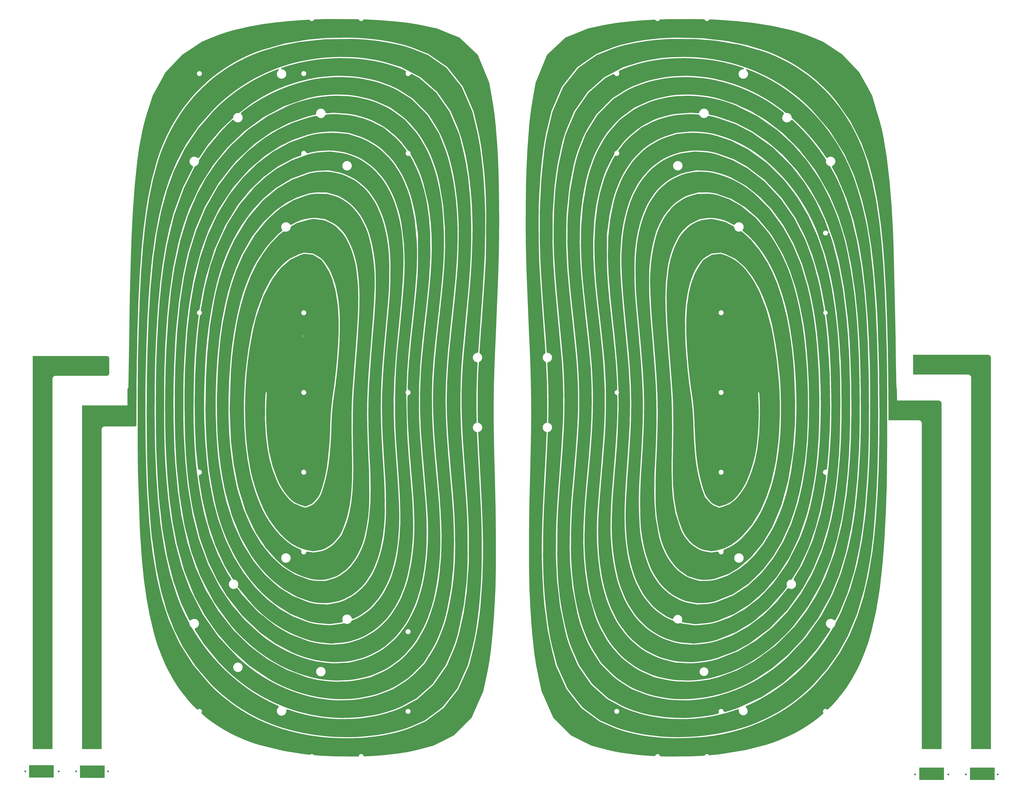
<source format=gbr>
%TF.GenerationSoftware,Altium Limited,Altium Designer,23.9.2 (47)*%
G04 Layer_Physical_Order=1*
G04 Layer_Color=255*
%FSLAX45Y45*%
%MOMM*%
%TF.SameCoordinates,B27666AA-0A3C-4052-95A3-D01BD246DD82*%
%TF.FilePolarity,Positive*%
%TF.FileFunction,Copper,L1,Top,Signal*%
%TF.Part,Single*%
G01*
G75*
%TA.AperFunction,ViaPad*%
%ADD10C,0.90000*%
%TA.AperFunction,ComponentPad*%
%ADD11C,10.00000*%
%TA.AperFunction,SMDPad,CuDef*%
%ADD12R,20.00000X10.00000*%
%TA.AperFunction,ViaPad*%
%ADD13C,1.52400*%
%ADD14C,2.00000*%
%ADD15C,1.27000*%
%ADD16C,10.00000*%
G36*
X28378220Y62459583D02*
X28609845Y62453900D01*
Y62453900D01*
X28610678Y62453845D01*
Y62453845D01*
X28709546Y62454620D01*
X28877182Y62455939D01*
X29511234Y62450958D01*
X29806720Y62443994D01*
X29807687Y62441663D01*
X29808664Y62436737D01*
X29819974Y62409436D01*
X29822763Y62405261D01*
X29824683Y62400629D01*
X29841098Y62376056D01*
X29844650Y62372510D01*
X29847440Y62368335D01*
X29868332Y62347437D01*
X29872507Y62344647D01*
X29876059Y62341101D01*
X29900626Y62324683D01*
X29905264Y62322760D01*
X29909439Y62319971D01*
X29936737Y62308667D01*
X29941663Y62307684D01*
X29946301Y62305762D01*
X29975281Y62300000D01*
X29980301D01*
X29985226Y62299017D01*
X30014774D01*
X30019699Y62300000D01*
X30024719D01*
X30053699Y62305762D01*
X30058337Y62307684D01*
X30063263Y62308667D01*
X30090561Y62319971D01*
X30094736Y62322760D01*
X30099374Y62324683D01*
X30123941Y62341101D01*
X30127493Y62344647D01*
X30131668Y62347437D01*
X30152560Y62368335D01*
X30155350Y62372510D01*
X30158899Y62376056D01*
X30175317Y62400629D01*
X30177237Y62405261D01*
X30180026Y62409436D01*
X30190302Y62434247D01*
X30778708Y62411127D01*
X31411819Y62376282D01*
X32044305Y62331500D01*
X32676010Y62276788D01*
X33175122Y62225653D01*
X33175122Y62225653D01*
X33274554Y62215015D01*
X33500726Y62190698D01*
X33899670Y62138171D01*
X34297247Y62076172D01*
X34693237Y62004730D01*
X35060706Y61929358D01*
X35152258Y61908966D01*
Y61908966D01*
X35244330Y61889819D01*
X36138162Y61701660D01*
X37050598Y61331860D01*
X37050598Y61331860D01*
X37960623Y60963037D01*
X38704135Y60263391D01*
X39447092Y59564264D01*
X39910791Y58438000D01*
X40375562Y57309131D01*
X40576062Y56156616D01*
X40592178Y56063293D01*
X40592178Y56063293D01*
X40592178Y56063293D01*
X40665094Y55652521D01*
X40740222Y55171759D01*
X40805396Y54689545D01*
X40860593Y54206091D01*
X40905783Y53721600D01*
X40917661Y53557697D01*
X40918274Y53557739D01*
X40918323Y53557690D01*
X41014716Y52317950D01*
X41085242Y51090146D01*
X41127594Y49990451D01*
X41156311Y48779169D01*
X41173608Y47401166D01*
X41173676Y47400851D01*
X41179858Y46152203D01*
X41174698Y44970499D01*
X41155771Y43761212D01*
X41130548Y42760269D01*
X41094812Y41645660D01*
X41047482Y40374942D01*
X40987488Y38906094D01*
X40913660Y37196643D01*
X40913724Y37196216D01*
X40855945Y35843323D01*
X40855951Y35843277D01*
X40855942Y35843234D01*
X40809555Y34662045D01*
X40809567Y34661975D01*
X40809552Y34661908D01*
X40773990Y33619418D01*
X40774005Y33619324D01*
X40773984Y33619229D01*
X40748651Y32682013D01*
X40748679Y32681851D01*
X40748645Y32681686D01*
X40727402Y31237909D01*
X40727444Y31237680D01*
X40727399Y31237451D01*
X40731024Y29837250D01*
X40731064Y29837061D01*
X40731030Y29836874D01*
X40756567Y28316922D01*
X40756641Y28316580D01*
X40776993Y27413254D01*
X40776996Y27413239D01*
X40776993Y27413223D01*
X40800333Y26426031D01*
X40800336Y26426019D01*
X40800333Y26426007D01*
X40820792Y25591821D01*
X40820795Y25591811D01*
X40820795Y25591798D01*
X40840393Y24820779D01*
X40840396Y24820766D01*
X40840393Y24820750D01*
X40857663Y24169547D01*
X40857755Y24169133D01*
X40881931Y23061713D01*
X40898907Y21806523D01*
X40908499Y20487125D01*
X40910605Y19244226D01*
X40905676Y18091057D01*
X40893558Y17099995D01*
X40874066Y16343182D01*
X40874084Y16343066D01*
X40759906Y14164848D01*
X40658511Y12866614D01*
X40537976Y11682510D01*
X40537488Y11682111D01*
X40537488D01*
X40524863Y11553920D01*
X40471371Y11110279D01*
X40408218Y10667911D01*
X40335425Y10227027D01*
X40253036Y9787834D01*
X40161084Y9350544D01*
X40143579Y9275478D01*
X40143604Y9275473D01*
X40143793Y9275100D01*
X39890274Y8081952D01*
X39417679Y7011163D01*
X38945972Y5942371D01*
X38235693Y5228634D01*
X38235693Y5228634D01*
X37524985Y4514467D01*
X36689160Y4095420D01*
X35851947Y3675678D01*
X34898828Y3425991D01*
X34898273Y3426240D01*
X34898264Y3426273D01*
X34635028Y3354418D01*
X34286160Y3269626D01*
X33935049Y3194652D01*
X33581976Y3129556D01*
X33227216Y3074387D01*
X33115225Y3060175D01*
X33017123Y3047726D01*
X33017123Y3047727D01*
X33017010Y3047710D01*
X33001132Y3045319D01*
X32913055Y3032281D01*
X32442691Y2971922D01*
X31944199Y2917879D01*
X31444742Y2873633D01*
X30944510Y2839202D01*
X30443701Y2814598D01*
X30298184Y2810311D01*
X30200000Y2819719D01*
X30194235Y2848698D01*
X30192313Y2853337D01*
X30191333Y2858262D01*
X30180026Y2885560D01*
X30177237Y2889735D01*
X30175317Y2894373D01*
X30158899Y2918941D01*
X30155350Y2922492D01*
X30152560Y2926666D01*
X30131668Y2947560D01*
X30127493Y2950349D01*
X30123941Y2953900D01*
X30099374Y2970315D01*
X30094736Y2972237D01*
X30090561Y2975026D01*
X30063263Y2986334D01*
X30058337Y2987313D01*
X30053699Y2989235D01*
X30024719Y2994999D01*
X30019699D01*
X30014774Y2995979D01*
X29985226D01*
X29980301Y2994999D01*
X29975281D01*
X29946301Y2989235D01*
X29941663Y2987313D01*
X29936737Y2986334D01*
X29909439Y2975026D01*
X29905264Y2972237D01*
X29900626Y2970315D01*
X29876059Y2953900D01*
X29872507Y2950349D01*
X29868332Y2947560D01*
X29847440Y2926666D01*
X29844650Y2922492D01*
X29841098Y2918941D01*
X29824683Y2894373D01*
X29822763Y2889735D01*
X29819974Y2885560D01*
X29808664Y2858262D01*
X29807687Y2853337D01*
X29805765Y2848698D01*
X29800000Y2819718D01*
Y2814697D01*
X29799020Y2809773D01*
Y2798424D01*
X29441116Y2794910D01*
X28939725Y2799833D01*
X28721472Y2806263D01*
X28721472Y2806263D01*
X28720599Y2806073D01*
X28720599Y2806073D01*
X28568613Y2804617D01*
X28044711Y2809635D01*
X27520999Y2824687D01*
X26997672Y2849769D01*
X26474918Y2884870D01*
X26163696Y2911765D01*
X26158899Y2918941D01*
X26155350Y2922492D01*
X26152560Y2926666D01*
X26131668Y2947560D01*
X26127493Y2950349D01*
X26123941Y2953900D01*
X26099374Y2970315D01*
X26094736Y2972237D01*
X26090561Y2975026D01*
X26063263Y2986334D01*
X26058337Y2987313D01*
X26053699Y2989235D01*
X26024719Y2994999D01*
X26019699D01*
X26014774Y2995979D01*
X25985226D01*
X25980301Y2994999D01*
X25975281D01*
X25946301Y2989235D01*
X25941663Y2987313D01*
X25936737Y2986334D01*
X25909439Y2975026D01*
X25905264Y2972237D01*
X25900626Y2970315D01*
X25876059Y2953900D01*
X25872507Y2950349D01*
X25868332Y2947560D01*
X25860522Y2939750D01*
X25480461Y2979942D01*
X25480231Y2980025D01*
X23788065Y3236667D01*
X21798730Y3720260D01*
X21798212Y3721151D01*
Y3721150D01*
X21644102Y3764856D01*
X21327724Y3864610D01*
X21014378Y3973523D01*
X20704335Y4091505D01*
X20397855Y4218453D01*
X20095193Y4354262D01*
X20085703Y4358857D01*
X20084364Y4359752D01*
X20084512Y4360100D01*
X20024509Y4384955D01*
X19737012Y4514765D01*
X19453732Y4653542D01*
X19174953Y4801148D01*
X18900948Y4957438D01*
X18631985Y5122258D01*
X18576854Y5158473D01*
X18498244Y5210111D01*
X18497298Y5210706D01*
X18418141Y5258150D01*
X18377744Y5282364D01*
X18137810Y5437064D01*
X17903067Y5599532D01*
X17673766Y5769593D01*
X17450151Y5947067D01*
X17232463Y6131761D01*
X17114409Y6238759D01*
X17101805Y6254975D01*
X17058900Y6326058D01*
X17075314Y6350623D01*
X17075316Y6350625D01*
X17077237Y6355264D01*
X17080025Y6359435D01*
X17080026Y6359439D01*
X17091335Y6386737D01*
X17092314Y6391662D01*
X17094235Y6396301D01*
X17100000Y6425280D01*
Y6430301D01*
X17100980Y6435226D01*
Y6464774D01*
X17100000Y6469699D01*
Y6474720D01*
X17094235Y6503699D01*
X17092314Y6508338D01*
X17091335Y6513263D01*
X17080026Y6540561D01*
X17077238Y6544735D01*
X17075316Y6549374D01*
X17058900Y6573942D01*
X17055350Y6577493D01*
X17052560Y6581667D01*
X17031667Y6602560D01*
X17027493Y6605350D01*
X17023943Y6608900D01*
X16999374Y6625316D01*
X16994736Y6627238D01*
X16990561Y6630027D01*
X16963261Y6641334D01*
X16958337Y6642314D01*
X16953699Y6644235D01*
X16924719Y6650000D01*
X16919699D01*
X16914774Y6650980D01*
X16885226D01*
X16880301Y6650000D01*
X16875281D01*
X16846301Y6644235D01*
X16841663Y6642314D01*
X16836737Y6641334D01*
X16809439Y6630027D01*
X16805264Y6627238D01*
X16800626Y6625316D01*
X16776057Y6608900D01*
X16772507Y6605350D01*
X16768332Y6602561D01*
X16747440Y6581668D01*
X16666232Y6638521D01*
X16487503Y6811250D01*
X16286874Y7018849D01*
X16093451Y7233177D01*
X15907458Y7453983D01*
X15775786Y7621596D01*
X15718037Y7697675D01*
X15718037Y7697676D01*
Y7697676D01*
X15718036D01*
X15619768Y7813499D01*
X15437988Y8042538D01*
X15263802Y8277403D01*
X15097392Y8517842D01*
X14938937Y8763596D01*
X14788609Y9014404D01*
X14667227Y9232822D01*
X14664696Y9237573D01*
X14623438Y9316061D01*
Y9316061D01*
X14623438D01*
X14577055Y9395472D01*
X14524953Y9484675D01*
X14364764Y9778999D01*
X14213538Y10078028D01*
X14071413Y10381487D01*
X13938516Y10689100D01*
X13814972Y11000587D01*
X13814607Y11001595D01*
X13783315Y11088632D01*
X13783313Y11088633D01*
X13783313Y11088633D01*
X13748326Y11173099D01*
X13726981Y11224631D01*
X13596651Y11565069D01*
X13475587Y11908912D01*
X13363881Y12255908D01*
X13261610Y12605801D01*
X13169112Y12957355D01*
X13169031Y12959586D01*
X12872961Y14212456D01*
X12622544Y15566734D01*
X12413921Y17058313D01*
X12250378Y18642465D01*
X12118338Y20414363D01*
X12072245Y21298558D01*
X11915488Y25909836D01*
X11914606Y25980997D01*
X11907362Y26908197D01*
X11902397Y27954599D01*
X11899710Y29080511D01*
X11899700Y29197528D01*
X11899700Y29197528D01*
X11899700D01*
X11899682Y29410791D01*
X11899679Y29446866D01*
X11899648Y29815121D01*
X11899648Y29815121D01*
X11899645Y29853641D01*
X11899586Y30553796D01*
X11899585Y30565567D01*
X11900174Y30808414D01*
X11903131Y32026004D01*
X11903149Y32033035D01*
X11903625Y32122800D01*
X11909891Y33304446D01*
X11910402Y33400873D01*
X11910501Y33411673D01*
X11918361Y34263708D01*
X11918733Y34304059D01*
X11921081Y34558615D01*
X11921344Y34587094D01*
X11921890Y34621567D01*
X11935516Y35481247D01*
X11935964Y35509531D01*
X11935967Y35509546D01*
X11936641Y35534967D01*
X11978076Y37099603D01*
X12002813Y38033704D01*
X12003236Y38049646D01*
X12003908Y38067038D01*
X12051235Y39290244D01*
X12051235D01*
X12051237Y39290305D01*
X12051237D01*
X12055045Y39388730D01*
X12066322Y39680209D01*
X12070134Y39778705D01*
D01*
X12071242Y39807355D01*
X12090152Y40296091D01*
X12091044Y40319159D01*
X12092440Y40344614D01*
X12149499Y41385037D01*
X12150554Y41404279D01*
X12155916Y41502057D01*
X12176831Y41883423D01*
X12182194Y41981201D01*
D01*
X12182195Y41981223D01*
X12182195D01*
X12200925Y42322760D01*
X12202104Y42344247D01*
X12204026Y42369589D01*
X12297508Y43602274D01*
X12297508D01*
X12297514Y43602350D01*
D01*
X12304866Y43699307D01*
X12310430Y43772678D01*
X12317782Y43869617D01*
X12319992Y43898752D01*
X12337475Y44129291D01*
X12339122Y44151001D01*
X12341961Y44177594D01*
X12424771Y44953214D01*
X12426840Y44972598D01*
X12437064Y45068362D01*
X12498553Y45644284D01*
X12508778Y45740051D01*
X12508778D01*
X12508779Y45740060D01*
D01*
X12552051Y46145352D01*
X12555328Y46176047D01*
X12560899Y46212762D01*
X12738943Y47386118D01*
X12738943D01*
X12738948Y47386148D01*
D01*
X12753224Y47480234D01*
X12769763Y47589230D01*
X12784040Y47683316D01*
Y47683316D01*
X12784041Y47683325D01*
X12784041D01*
X12818774Y47912225D01*
X12823528Y47943546D01*
X12832292Y47985626D01*
X13107710Y49307822D01*
X13126721Y49399084D01*
X13149287Y49507416D01*
X13155785Y49531049D01*
X13536024Y50913867D01*
X13538091Y50921381D01*
X13538811Y50921783D01*
X13538811Y50921780D01*
X13544579Y50940796D01*
X13608868Y51152731D01*
X13717310Y51477167D01*
X13834808Y51798431D01*
X13839803Y51810980D01*
X13961272Y52116272D01*
X13972710Y52142828D01*
X14088715Y52412146D01*
X14096597Y52430444D01*
X14108331Y52455713D01*
X14108331D01*
X14160164Y52567322D01*
X14199231Y52651135D01*
X14199232Y52651141D01*
X14199232Y52651141D01*
X14249287Y52767346D01*
X14394884Y53080853D01*
X14549216Y53390155D01*
X14712160Y53695001D01*
X14883591Y53995160D01*
X15006413Y54196857D01*
X15016728Y54213794D01*
X15066405Y54293201D01*
X15066412Y54293213D01*
X15089320Y54332434D01*
X15089322D01*
X15121927Y54388257D01*
X15144016Y54423584D01*
X15144016Y54423584D01*
X15175597Y54474084D01*
X15225266Y54553510D01*
X15225266D01*
X15225288Y54553546D01*
X15225288D01*
X15295813Y54666327D01*
X15324236Y54708862D01*
X15324236Y54708862D01*
X15324246Y54708881D01*
X15324246D01*
X15376579Y54787201D01*
X15388408Y54804901D01*
X15388408Y54804901D01*
X15402069Y54825348D01*
X15478020Y54939014D01*
X15507706Y54980664D01*
X15507704D01*
X15507713Y54980676D01*
X15507713Y54980676D01*
X15539288Y55024976D01*
X15570897Y55069318D01*
D01*
X15570937Y55069373D01*
X15570937D01*
X15668378Y55206079D01*
X15694354Y55240283D01*
D01*
X15694363Y55240302D01*
X15694363D01*
X15738687Y55298669D01*
X15782990Y55357013D01*
X15866714Y55467267D01*
X15944655Y55563715D01*
X16046637Y55689911D01*
X16046637Y55689911D01*
X16067673Y55715735D01*
X16127400Y55785828D01*
Y55785828D01*
X16187527Y55860925D01*
X16305194Y56006531D01*
X16510992Y56246021D01*
X16723932Y56479187D01*
X16943816Y56705817D01*
X17170444Y56925702D01*
X17313876Y57056689D01*
X17386674Y57122357D01*
X17386676D01*
X17386676Y57122357D01*
X17458173Y57191174D01*
X17688335Y57400604D01*
X17933136Y57609686D01*
X18184383Y57810968D01*
X18441829Y58004266D01*
X18705220Y58189380D01*
X18714960Y58195776D01*
X18793631Y58247272D01*
X18793633Y58247272D01*
X18870837Y58302301D01*
X18922466Y58339099D01*
X19184084Y58513910D01*
X19450861Y58680731D01*
X19722554Y58839423D01*
X19998918Y58989838D01*
X20265073Y59124438D01*
X20272034Y59127747D01*
X20349641Y59164258D01*
X20349643Y59164258D01*
X20431032Y59206622D01*
X20498898Y59241956D01*
X20799539Y59387506D01*
X21104285Y59524249D01*
X21412878Y59652075D01*
X21725060Y59770868D01*
X21972592Y59856909D01*
X21972592Y59856903D01*
X21972592Y59856909D01*
X21972763Y59857239D01*
X22061768Y59883783D01*
X22065648Y59884937D01*
X23369766Y60272815D01*
X23412392Y60285492D01*
X23441974Y60291498D01*
X23613686Y60326373D01*
D01*
X23613689Y60326379D01*
Y60326379D01*
X23705930Y60345111D01*
X24125909Y60430420D01*
X24218149Y60449152D01*
X24218149Y60449152D01*
X24218159Y60449158D01*
Y60449158D01*
X24905640Y60588794D01*
X24950089Y60597821D01*
X24988840Y60602057D01*
X25295567Y60635559D01*
X25323477Y60638605D01*
Y60638611D01*
X25419160Y60649060D01*
X26506406Y60767822D01*
X26602078Y60778271D01*
Y60778271D01*
X26602090Y60778271D01*
Y60778271D01*
X26999692Y60821704D01*
X27026535Y60824634D01*
X27200668Y60827161D01*
Y60827161D01*
X27200674D01*
Y60827161D01*
X27300076Y60828601D01*
X29049619Y60853967D01*
X29149011Y60855408D01*
X29208466Y60856177D01*
X29266299Y60855505D01*
X29647696Y60842285D01*
X29690387Y60840808D01*
X30061389Y60819354D01*
X30114020Y60816315D01*
X30474033Y60787146D01*
X30536978Y60782043D01*
X30878162Y60746448D01*
X30959027Y60738013D01*
X31054633Y60725800D01*
X31126852Y60716577D01*
X31359128Y60686902D01*
X31379950Y60684247D01*
X31408344Y60679950D01*
D01*
X31502472Y60665710D01*
X31799518Y60620770D01*
X32217508Y60547620D01*
X32503653Y60490704D01*
X32596042Y60472327D01*
D01*
X32596051Y60472321D01*
D01*
X32633694Y60464832D01*
X32778384Y60432562D01*
X32779132Y60432306D01*
X32917142Y60406073D01*
X33084229Y60368365D01*
X33202682Y60341638D01*
X33370361Y60297729D01*
X33485855Y60267487D01*
X33654666Y60217059D01*
X33766333Y60183710D01*
X33936774Y60126392D01*
X34043784Y60090405D01*
X34216318Y60025751D01*
X34317892Y59987683D01*
X34492877Y59915204D01*
X34553464Y59890106D01*
X34554199Y59889899D01*
X34576645Y59880981D01*
X35375793Y59563574D01*
X35417599Y59546967D01*
X35435559Y59534460D01*
X36145245Y59040253D01*
X36174103Y59020154D01*
X36901331Y58513733D01*
X37522943Y57731012D01*
X38144794Y56947986D01*
X38578802Y55945770D01*
X39008612Y54953265D01*
X39008609Y54953265D01*
X39008609D01*
X39013278Y54942487D01*
X39018704Y54919647D01*
X39270541Y53859460D01*
X39278979Y53823938D01*
X39278772Y53823505D01*
X39278519Y53823438D01*
X39337784Y53583911D01*
X39349231Y53537640D01*
X39431409Y53169208D01*
X39440854Y53126862D01*
X39515613Y52751025D01*
X39522961Y52714075D01*
X39589859Y52331805D01*
X39595514Y52299500D01*
X39652417Y51923376D01*
X39658472Y51883362D01*
X39688205Y51650580D01*
X39688229Y51650555D01*
X39691251Y51626672D01*
X39731573Y51308240D01*
X39733710Y51291382D01*
X39735513Y51275226D01*
X39805746Y50645901D01*
X39807675Y50628613D01*
X39810880Y50595459D01*
X39821353Y50487054D01*
X39871814Y49964822D01*
X39926105Y49300153D01*
X39955005Y48867416D01*
X39961505Y48770108D01*
X39961505D01*
X39961505Y48770078D01*
X39961505D01*
X39970544Y48634753D01*
X39980154Y48449637D01*
X40004059Y47989117D01*
X40005118Y47968765D01*
X40011105Y47807159D01*
X40012381Y47772763D01*
X40028290Y47343552D01*
X40029816Y47302341D01*
X40032693Y47173013D01*
X40034164Y47106802D01*
X40043268Y46697375D01*
X40044638Y46635623D01*
X40045395Y46533548D01*
X40046130Y46434491D01*
X40048987Y46048868D01*
X40049579Y45968759D01*
X40048782Y45860928D01*
X40047983Y45753168D01*
X40045215Y45379645D01*
X40044638Y45301895D01*
X40042523Y45206644D01*
X40039264Y45060062D01*
X40037408Y44976602D01*
X40038159Y44975998D01*
X40038184Y44975879D01*
X40037183Y44921313D01*
X40032199Y44649231D01*
X40030920Y44579416D01*
X40023071Y44151166D01*
X40022546Y44122513D01*
X40021695Y44093851D01*
X40010358Y43712747D01*
X40008832Y43661374D01*
X39999426Y43345126D01*
X39998801Y43324142D01*
X39997260Y43289539D01*
X39997260D01*
X39992880Y43191324D01*
X39960941Y42474933D01*
X39928690Y41902087D01*
X39923187Y41804367D01*
X39923187Y41804364D01*
X39923184Y41804312D01*
X39923184D01*
X39918784Y41726151D01*
X39918301Y41718610D01*
X39879333Y41107175D01*
X39862198Y40838321D01*
X39832162Y40400470D01*
X39828247Y40343393D01*
X39789127Y39773135D01*
X39788501Y39763980D01*
X39778983Y39630829D01*
X39725610Y38884027D01*
X39695013Y38455914D01*
X39681540Y38271304D01*
X39657169Y37937341D01*
X39646100Y37785681D01*
X39633533Y37613455D01*
X39629791Y37562180D01*
X39612671Y37327594D01*
X39608884Y37275699D01*
X39580307Y36884106D01*
X39579037Y36866681D01*
X39579044Y36866611D01*
X39576749Y36834250D01*
X39537769Y36284631D01*
X39534866Y36243671D01*
X39492673Y35648752D01*
X39492105Y35640771D01*
X39492093Y35640579D01*
X39485596Y35538522D01*
X39455072Y35478424D01*
X39393616Y35453970D01*
X39351379Y35448410D01*
X39348193Y35447330D01*
X39344839Y35447110D01*
X39303687Y35436081D01*
X39300671Y35434595D01*
X39297372Y35433939D01*
X39258011Y35417636D01*
X39255215Y35415768D01*
X39252029Y35414685D01*
X39215134Y35393384D01*
X39212607Y35391168D01*
X39209592Y35389679D01*
X39175790Y35363745D01*
X39173575Y35361215D01*
X39170779Y35359348D01*
X39140652Y35329221D01*
X39138785Y35326428D01*
X39136255Y35324210D01*
X39110321Y35290408D01*
X39108832Y35287393D01*
X39106616Y35284866D01*
X39085315Y35247968D01*
X39084232Y35244785D01*
X39082364Y35241989D01*
X39066061Y35202628D01*
X39065405Y35199329D01*
X39063919Y35196313D01*
X39052890Y35155161D01*
X39052670Y35151807D01*
X39051590Y35148621D01*
X39046030Y35106384D01*
X39046249Y35103027D01*
X39045593Y35099728D01*
Y35057126D01*
X39046249Y35053827D01*
X39046030Y35050470D01*
X39051590Y35008231D01*
X39052670Y35005048D01*
X39052890Y35001691D01*
X39063919Y34960541D01*
X39065405Y34957523D01*
X39066061Y34954227D01*
X39082364Y34914865D01*
X39084232Y34912070D01*
X39085315Y34908884D01*
X39106616Y34871988D01*
X39108832Y34869461D01*
X39110321Y34866446D01*
X39136255Y34832645D01*
X39138785Y34830429D01*
X39140652Y34827631D01*
X39170779Y34797507D01*
X39173572Y34795639D01*
X39175790Y34793109D01*
X39209592Y34767175D01*
X39212607Y34765686D01*
X39215134Y34763470D01*
X39252029Y34742169D01*
X39255215Y34741086D01*
X39258011Y34739218D01*
X39297372Y34722916D01*
X39300671Y34722260D01*
X39303687Y34720773D01*
X39344839Y34709744D01*
X39348193Y34709525D01*
X39351379Y34708444D01*
X39393616Y34702884D01*
X39426788Y34614798D01*
X39425812Y34599432D01*
X39425830Y34599283D01*
X39425793Y34599136D01*
X39424933Y34582758D01*
X39402884Y34163013D01*
X39401190Y34130750D01*
X39379535Y33718512D01*
X39378342Y33695755D01*
X39378384Y33695453D01*
X39378317Y33695154D01*
X39376898Y33647485D01*
X39359460Y33060681D01*
X39357593Y32997763D01*
X39340472Y32421704D01*
X39340472D01*
X39340472Y32421683D01*
X39340472D01*
X39337537Y32322897D01*
X39333386Y32183243D01*
X39333459Y32182812D01*
X39333374Y32182382D01*
X39335214Y31524573D01*
X39335495Y31424689D01*
Y31424689D01*
X39335495Y31424597D01*
D01*
X39335547Y31405643D01*
X39336328Y31126224D01*
X39337085Y30855627D01*
X39337161Y30829034D01*
X39337439Y30729150D01*
X39337592Y30674924D01*
X39338760Y30609006D01*
X39342960Y30356381D01*
X39347223Y30099896D01*
X39347589Y30077988D01*
X39347607Y30077902D01*
X39347592Y30077820D01*
X39347971Y30061279D01*
X39354153Y29791922D01*
X39351379Y29791556D01*
X39348193Y29790475D01*
X39344839Y29790253D01*
X39303687Y29779227D01*
X39300671Y29777740D01*
X39297372Y29777084D01*
X39258011Y29760782D01*
X39255215Y29758914D01*
X39252029Y29757831D01*
X39215134Y29736530D01*
X39212607Y29734314D01*
X39209592Y29732825D01*
X39175790Y29706891D01*
X39173575Y29704361D01*
X39170779Y29702493D01*
X39140652Y29672369D01*
X39138785Y29669571D01*
X39136255Y29667355D01*
X39110321Y29633554D01*
X39108832Y29630539D01*
X39106616Y29628009D01*
X39085315Y29591116D01*
X39084232Y29587930D01*
X39082364Y29585135D01*
X39066061Y29545773D01*
X39065405Y29542474D01*
X39063919Y29539459D01*
X39052890Y29498309D01*
X39052670Y29494952D01*
X39051590Y29491766D01*
X39046030Y29449527D01*
X39046249Y29446173D01*
X39045593Y29442874D01*
Y29400272D01*
X39046249Y29396973D01*
X39046030Y29393616D01*
X39051590Y29351379D01*
X39052670Y29348193D01*
X39052890Y29344839D01*
X39063919Y29303687D01*
X39065405Y29300671D01*
X39066061Y29297372D01*
X39082364Y29258011D01*
X39084232Y29255215D01*
X39085315Y29252029D01*
X39106616Y29215134D01*
X39108832Y29212607D01*
X39110321Y29209592D01*
X39136255Y29175790D01*
X39138785Y29173575D01*
X39140652Y29170779D01*
X39170779Y29140652D01*
X39173572Y29138785D01*
X39175790Y29136255D01*
X39209592Y29110321D01*
X39212607Y29108832D01*
X39215134Y29106616D01*
X39252029Y29085315D01*
X39255215Y29084232D01*
X39258011Y29082364D01*
X39297372Y29066061D01*
X39300671Y29065405D01*
X39303687Y29063916D01*
X39344839Y29052890D01*
X39376974Y29035269D01*
X39390143Y28724252D01*
X39396365Y28577252D01*
X39396381Y28577176D01*
X39396371Y28577100D01*
X39397180Y28560242D01*
X39417932Y28128049D01*
X39422775Y28027164D01*
X39423160Y28019705D01*
X39454825Y27405292D01*
X39457828Y27347055D01*
X39458130Y27341403D01*
X39503131Y26498923D01*
X39508331Y26403043D01*
X39559900Y25452184D01*
X39560312Y25444560D01*
X39560324Y25444524D01*
X39560324D01*
X39564560Y25365533D01*
X39630246Y24141254D01*
X39631219Y24123106D01*
X39631561Y24116383D01*
X39663431Y23486562D01*
X39666068Y23434457D01*
X39682010Y23119405D01*
X39683847Y23083076D01*
X39685791Y23039323D01*
X39718668Y22298843D01*
X39720853Y22249643D01*
X39722333Y22204187D01*
X39734409Y21833606D01*
X39737561Y21736832D01*
X39748322Y21406648D01*
X39749521Y21369778D01*
X39750107Y21333086D01*
X39762292Y20569257D01*
X39762610Y20549373D01*
X39763239Y20351144D01*
D01*
Y20351128D01*
D01*
X39763553Y20251259D01*
X39765506Y19634164D01*
X39765308Y19633920D01*
X39765192Y19633919D01*
X39769061Y19141228D01*
X39768344Y19049818D01*
X39767560Y18950143D01*
X39767560D01*
X39767560Y18950125D01*
D01*
X39764371Y18543895D01*
X39764111Y18511159D01*
X39763144Y18470065D01*
X39750095Y17916348D01*
X39749268Y17881248D01*
X39748087Y17851163D01*
X39725229Y17269405D01*
X39724530Y17251648D01*
X39719238Y17155499D01*
X39692206Y16664301D01*
X39689908Y16622513D01*
X39686493Y16574306D01*
X39648563Y16038573D01*
X39645407Y15994000D01*
X39642227Y15957281D01*
X39600302Y15473235D01*
X39597754Y15443805D01*
X39597754D01*
X39597751Y15443755D01*
X39589099Y15347337D01*
X39526819Y14739459D01*
X39452759Y14113741D01*
X39368881Y13489261D01*
X39344745Y13328711D01*
X39341431Y13306689D01*
X39330890Y13234448D01*
X39330890Y13234448D01*
X39316504Y13140475D01*
X39283069Y12926065D01*
X39280188Y12907594D01*
X39267432Y12836893D01*
X39211890Y12529043D01*
X39207108Y12502542D01*
X39179785Y12369330D01*
X39128400Y12118799D01*
X39124411Y12099343D01*
X39081821Y11914207D01*
X39076556Y11891311D01*
X39032141Y11698227D01*
X38964224Y11432138D01*
X38930350Y11299419D01*
X38906357Y11213954D01*
X38906473Y11213915D01*
X38906631Y11213566D01*
X38902472Y11197644D01*
X38773157Y10702663D01*
X38767270Y10680125D01*
Y10680125D01*
X38743655Y10589732D01*
X38639444Y10190834D01*
X38639441D01*
X38220267Y9260537D01*
X38213483Y9245486D01*
X37804587Y8338003D01*
X37793024Y8312340D01*
X37775537Y8290022D01*
X37223325Y7585323D01*
X37222821Y7585207D01*
X37222559Y7585406D01*
X37206552Y7564180D01*
X37136841Y7471722D01*
X36955359Y7243306D01*
X36955359Y7243306D01*
X36955328Y7243267D01*
Y7243267D01*
X36889395Y7160278D01*
X36634137Y6855203D01*
X36567355Y6779378D01*
X36407263Y6653737D01*
X36331796Y6594510D01*
X36331796D01*
X36331784Y6594500D01*
Y6594500D01*
X36275101Y6550016D01*
X36264752Y6542254D01*
X35924277Y6286850D01*
X35908380Y6274924D01*
X35811871Y6205766D01*
X35812057Y6205464D01*
X35811996Y6205234D01*
X35791757Y6190267D01*
X35164868Y5726712D01*
X35141006Y5709069D01*
X34360321Y5373931D01*
X34336810Y5363837D01*
X34336807Y5363836D01*
X34336179Y5363519D01*
X34309833Y5350914D01*
X34152423Y5282396D01*
X34050623Y5238085D01*
X33900766Y5179123D01*
X33787552Y5134579D01*
X33646210Y5084716D01*
X33520956Y5040528D01*
X33389517Y4999373D01*
X33251169Y4956053D01*
X33160370Y4931143D01*
X33074832Y4907677D01*
X32978540Y4881261D01*
X32931744Y4870203D01*
Y4870202D01*
X32931726Y4870199D01*
Y4870199D01*
X32840643Y4848674D01*
X32802286Y4839611D01*
X32742303Y4825436D01*
X32680820Y4811896D01*
X32651660Y4805952D01*
X32650677Y4805257D01*
X32559824Y4783175D01*
X32442950Y4754768D01*
X32352094Y4732687D01*
X32309460Y4723235D01*
X32309460Y4723235D01*
X32132828Y4685518D01*
X32040921Y4665893D01*
Y4665893D01*
X32009976Y4659285D01*
X31911844Y4641193D01*
X31826065Y4625377D01*
X31740350Y4609574D01*
Y4609573D01*
X31740332Y4609570D01*
D01*
X31677798Y4598041D01*
X31445236Y4561875D01*
X31344034Y4546137D01*
X31112534Y4516760D01*
X31008945Y4503615D01*
X30862573Y4489198D01*
X30776645Y4480735D01*
X30775592Y4480530D01*
X30575961Y4455197D01*
X30515189Y4447484D01*
X30230365Y4419432D01*
X30155203Y4412029D01*
X29898615Y4394006D01*
X29794363Y4386684D01*
X29554541Y4376587D01*
X29432956Y4371469D01*
X29406085Y4371092D01*
X29188498Y4368040D01*
X29071265Y4366396D01*
X28969110Y4367828D01*
X28968619Y4368067D01*
X28916315Y4367445D01*
X28758331Y4365565D01*
X28663248Y4366696D01*
X28609232Y4367339D01*
X28370749Y4370177D01*
X28337222Y4370576D01*
X28202509Y4375387D01*
X27946719Y4384523D01*
X27916354Y4385607D01*
X27796661Y4392737D01*
X27523309Y4409021D01*
X27495963Y4410650D01*
X27391791Y4419348D01*
X27100885Y4443636D01*
X27076282Y4445690D01*
X26987921Y4455190D01*
X26679855Y4488311D01*
X26657559Y4490708D01*
X26595557Y4498870D01*
X26258377Y4543261D01*
X26240024Y4545677D01*
X26201007Y4551762D01*
X25837158Y4608502D01*
X25823914Y4610568D01*
X25794028Y4615960D01*
X25409467Y4685342D01*
X25389053Y4689529D01*
X24996918Y4769958D01*
X24986052Y4772458D01*
X24586497Y4864368D01*
X24178441Y4968518D01*
X23834160Y5065174D01*
X23834027Y5065711D01*
X23834029Y5065713D01*
X23797125Y5076178D01*
X23620375Y5126305D01*
X23466505Y5174820D01*
X23300925Y5227027D01*
X23137437Y5283853D01*
X22984540Y5336998D01*
X22810847Y5403093D01*
X22671487Y5456124D01*
X22487022Y5532531D01*
X22362032Y5584305D01*
X22167229Y5671716D01*
X22167229Y5671715D01*
X22166414Y5671653D01*
X22141425Y5682449D01*
X21917563Y5779162D01*
X21875824Y5798710D01*
X21630782Y5913476D01*
X21614095Y5921292D01*
X21581670Y5937690D01*
Y5937690D01*
X21498637Y5979681D01*
X21315057Y6072522D01*
X21020724Y6232716D01*
X20731363Y6401727D01*
X20591225Y6489360D01*
X20591225D01*
X20510912Y6536889D01*
X20371042Y6620378D01*
X20101923Y6791826D01*
Y6791827D01*
X20090607Y6799161D01*
X20036432Y6835931D01*
X19982164Y6872766D01*
D01*
X19821405Y6981881D01*
X19787390Y7006443D01*
X19554704Y7174467D01*
X19515010Y7204926D01*
X19293718Y7374729D01*
X19247534Y7412351D01*
X19157214Y7485926D01*
X19132710Y7505980D01*
D01*
X19130360Y7507902D01*
D01*
X19113617Y7521605D01*
D01*
X19082603Y7546985D01*
X19082593Y7546994D01*
X19006773Y7605374D01*
X18742096Y7820984D01*
X18479607Y8047826D01*
X18223825Y8282206D01*
X17974969Y8523926D01*
X17844122Y8658636D01*
X17774858Y8729946D01*
Y8729946D01*
X17774849Y8729955D01*
X17774850D01*
X17761150Y8744059D01*
X17761150D01*
X17761058Y8744153D01*
X17760799Y8744456D01*
X17760799D01*
X17749348Y8757861D01*
D01*
X17749324Y8757889D01*
D01*
X16604578Y10097921D01*
X16571144Y10137057D01*
X16516476Y10219757D01*
X16516476Y10219756D01*
X16516475Y10219759D01*
X16516476D01*
X16464580Y10298264D01*
X16194370Y10707032D01*
X16142474Y10785537D01*
X16142474D01*
X16142465Y10785552D01*
Y10785553D01*
X15592780Y11617105D01*
X15567564Y11655249D01*
X15552554Y11684730D01*
X15469443Y11847965D01*
X15469443D01*
X15469440Y11847969D01*
X15469440D01*
X15427393Y11930552D01*
X15279633Y12220757D01*
X15237585Y12303340D01*
X15237585D01*
X15237582Y12303348D01*
Y12303348D01*
X14881329Y13003046D01*
X14855734Y13053313D01*
X14836192Y13103387D01*
X14632687Y13624852D01*
X14632687Y13624852D01*
X14632687Y13624857D01*
D01*
X14599091Y13710941D01*
X14466345Y14051093D01*
X14432751Y14137177D01*
X14432751Y14137177D01*
X14432748Y14137184D01*
X14432748D01*
X14281950Y14523590D01*
X14266837Y14562320D01*
X14254495Y14605028D01*
X14095897Y15153847D01*
X14091664Y15168494D01*
X14065855Y15257803D01*
X13933159Y15716992D01*
X13907346Y15806319D01*
X13907346Y15806319D01*
X13899846Y15832272D01*
X13805113Y16160092D01*
X13796191Y16190964D01*
X13788744Y16226453D01*
X13673289Y16776622D01*
X13669978Y16792407D01*
X13650670Y16884410D01*
X13493433Y17633690D01*
X13474126Y17725694D01*
X13474126D01*
X13474124Y17725702D01*
X13474124D01*
X13468523Y17752402D01*
X13408762Y18037180D01*
X13403723Y18061186D01*
X13399635Y18089861D01*
X13330858Y18572366D01*
X13328435Y18589365D01*
X13328435D01*
X13314970Y18683815D01*
X13101141Y20183928D01*
X13087675Y20278392D01*
D01*
X13083792Y20305644D01*
X13065662Y20432832D01*
X13044440Y20581712D01*
X13044447Y20581776D01*
X13040263Y20625465D01*
X13004407Y21000029D01*
X13000270Y21043234D01*
X12997157Y21079692D01*
X12946083Y21678078D01*
X12942700Y21721091D01*
X12871982Y22620232D01*
X12869931Y22646307D01*
X12867863Y22674768D01*
X12796476Y23657959D01*
X12794625Y23683453D01*
X12794627Y23683470D01*
X12776908Y24002495D01*
X12734083Y24773587D01*
X12732778Y24797067D01*
X12726501Y24975636D01*
X12724123Y25043294D01*
X12686436Y26115320D01*
X12685418Y26144287D01*
X12683219Y26245511D01*
X12682214Y26291776D01*
X12657278Y27439624D01*
X12656752Y27463821D01*
X12654741Y27629169D01*
X12653944Y27694675D01*
X12638855Y28935385D01*
X12638808Y28939236D01*
X12638318Y29050912D01*
X12638318D01*
Y29050952D01*
D01*
X12637879Y29150769D01*
X12631679Y30564389D01*
X12631722Y30564600D01*
X12647013Y33274661D01*
X12680127Y34905905D01*
X12682144Y35005246D01*
X12682145D01*
X12682671Y35031198D01*
X12697752Y35774084D01*
X12698072Y35789868D01*
X12702207Y35900446D01*
X12703928Y35946475D01*
X12778684Y37945929D01*
X12784705Y38106952D01*
X12786056Y38129199D01*
X12834363Y38924463D01*
D01*
X12834367Y38924518D01*
D01*
X12840291Y39022064D01*
X12909659Y40164047D01*
X12915584Y40261566D01*
X12917320Y40290173D01*
X12945183Y40748843D01*
X12946112Y40764133D01*
X12980762Y41132962D01*
X12980762D01*
X12980763Y41132980D01*
X12980763D01*
X12989807Y41229233D01*
X13114531Y42556808D01*
X13123573Y42653061D01*
D01*
X13123579Y42653116D01*
X13123579D01*
X13157147Y43010410D01*
X13164412Y43087738D01*
X13166690Y43104187D01*
X13405058Y44824756D01*
X13434888Y45040060D01*
X13439029Y45069955D01*
X13446490Y45107446D01*
X13629633Y46027573D01*
X13633586Y46047437D01*
X13633586D01*
X13651985Y46139880D01*
X13715596Y46459470D01*
X13733984Y46551852D01*
X13733984Y46551852D01*
X13733986Y46551862D01*
X13733986D01*
X13803107Y46899127D01*
X13808763Y46927545D01*
X13817387Y46959106D01*
X13951479Y47449734D01*
X13956953Y47469760D01*
X13981503Y47559589D01*
X14136360Y48126193D01*
X14160909Y48216016D01*
X14168109Y48242361D01*
X14263681Y48592047D01*
X14272221Y48623294D01*
X14283420Y48654053D01*
X14421933Y49034497D01*
D01*
X14421936Y49034506D01*
D01*
X14453574Y49121402D01*
X14691785Y49775677D01*
X14723428Y49862589D01*
X14723428Y49862589D01*
X14732574Y49887711D01*
X14826062Y50144482D01*
X14836380Y50172824D01*
X14842741Y50185803D01*
X14957307Y50419586D01*
X14967274Y50439926D01*
X15008012Y50523053D01*
X15508508Y51544354D01*
X15549245Y51627478D01*
Y51627478D01*
X15549249Y51627484D01*
X15549249D01*
X15700034Y51935175D01*
X15711205Y51957965D01*
X15796646Y52086847D01*
X15810461Y52107684D01*
X15862474Y52186139D01*
X16358984Y52935065D01*
X16410999Y53013519D01*
X16410999D01*
X16411008Y53013531D01*
Y53013531D01*
X16754071Y53531000D01*
X16774754Y53562195D01*
X16877702Y53680414D01*
X16877702D01*
X16941705Y53753912D01*
X17486827Y54379895D01*
X17550851Y54453418D01*
D01*
X17566914Y54471863D01*
X18010185Y54980890D01*
X18041209Y55016516D01*
X18042236Y55016559D01*
X18042236Y55016559D01*
X18065028Y55039954D01*
X18152084Y55129315D01*
X18178365Y55156299D01*
X18202368Y55179675D01*
X18432272Y55403644D01*
X18441808Y55412927D01*
X18457532Y55427466D01*
X18711877Y55662579D01*
X18725992Y55674957D01*
X18988390Y55905078D01*
X19000697Y55915314D01*
X19271156Y56140247D01*
X19281451Y56148364D01*
X19559981Y56367938D01*
X19854668Y56587994D01*
X20155013Y56800256D01*
X20460811Y57004584D01*
X20771854Y57200836D01*
X21087927Y57388879D01*
X21408815Y57568585D01*
X21734297Y57739832D01*
X22049696Y57895367D01*
X22064149Y57902496D01*
X22379735Y58047986D01*
X22398148Y58056476D01*
X22713419Y58191925D01*
X22736063Y58201654D01*
X23050522Y58327112D01*
X23077661Y58337933D01*
X23267992Y58408154D01*
X23289925Y58416241D01*
X23290710Y58415094D01*
X23291727Y58413373D01*
X23339330Y58332391D01*
X23305011Y58306055D01*
X23302794Y58303528D01*
X23299997Y58301660D01*
X23269409Y58271069D01*
X23267542Y58268274D01*
X23265012Y58266058D01*
X23238678Y58231738D01*
X23237190Y58228723D01*
X23234973Y58226190D01*
X23213344Y58188727D01*
X23212263Y58185547D01*
X23210394Y58182751D01*
X23193840Y58142786D01*
X23193184Y58139484D01*
X23191698Y58136469D01*
X23180499Y58094684D01*
X23180280Y58091327D01*
X23179199Y58088141D01*
X23173553Y58045251D01*
X23173773Y58041901D01*
X23173117Y58038599D01*
Y57995343D01*
X23173773Y57992041D01*
X23173553Y57988690D01*
X23179199Y57945801D01*
X23180280Y57942615D01*
X23180499Y57939258D01*
X23191698Y57897473D01*
X23193184Y57894458D01*
X23193840Y57891156D01*
X23210394Y57851190D01*
X23212263Y57848401D01*
X23213344Y57845215D01*
X23234973Y57807751D01*
X23237190Y57805219D01*
X23238678Y57802203D01*
X23265012Y57767883D01*
X23267540Y57765668D01*
X23269409Y57762872D01*
X23299998Y57732281D01*
X23302792Y57730414D01*
X23305011Y57727887D01*
X23339331Y57701550D01*
X23342348Y57700067D01*
X23344875Y57697845D01*
X23382338Y57676221D01*
X23385522Y57675134D01*
X23388319Y57673267D01*
X23428285Y57656714D01*
X23431583Y57656061D01*
X23434599Y57654572D01*
X23476384Y57643378D01*
X23479739Y57643158D01*
X23482925Y57642072D01*
X23525813Y57636426D01*
X23529169Y57636646D01*
X23532468Y57635992D01*
X23575726D01*
X23579024Y57636646D01*
X23582381Y57636426D01*
X23625269Y57642072D01*
X23628453Y57643158D01*
X23631808Y57643378D01*
X23673595Y57654572D01*
X23676610Y57656061D01*
X23679909Y57656714D01*
X23719875Y57673267D01*
X23722670Y57675134D01*
X23725854Y57676221D01*
X23763318Y57697845D01*
X23765846Y57700067D01*
X23768863Y57701550D01*
X23803181Y57727887D01*
X23805399Y57730414D01*
X23808195Y57732281D01*
X23838783Y57762872D01*
X23840652Y57765668D01*
X23843181Y57767883D01*
X23869514Y57802203D01*
X23871004Y57805219D01*
X23873219Y57807751D01*
X23894849Y57845215D01*
X23895930Y57848401D01*
X23897800Y57851190D01*
X23914352Y57891156D01*
X23915009Y57894458D01*
X23916496Y57897473D01*
X23927693Y57939258D01*
X23927913Y57942615D01*
X23928995Y57945801D01*
X23934641Y57988684D01*
X23934419Y57992041D01*
X23935075Y57995343D01*
Y58038599D01*
X23934419Y58041901D01*
X23934641Y58045251D01*
X23928995Y58088141D01*
X23927913Y58091327D01*
X23927693Y58094684D01*
X23916496Y58136469D01*
X23915009Y58139484D01*
X23914352Y58142786D01*
X23897800Y58182751D01*
X23895930Y58185547D01*
X23894849Y58188727D01*
X23873219Y58226190D01*
X23871004Y58228723D01*
X23869514Y58231738D01*
X23843181Y58266058D01*
X23840652Y58268274D01*
X23838783Y58271069D01*
X23808195Y58301660D01*
X23805400Y58303528D01*
X23803181Y58306055D01*
X23768863Y58332391D01*
X23765846Y58333875D01*
X23763318Y58336096D01*
X23725854Y58357727D01*
X23722670Y58358807D01*
X23719875Y58360675D01*
X23679909Y58377228D01*
X23676610Y58377881D01*
X23673595Y58379370D01*
X23631808Y58390564D01*
X23628453Y58390790D01*
X23625269Y58391870D01*
X23582381Y58397516D01*
X23579024Y58397296D01*
X23575726Y58397949D01*
X23532468D01*
X23515648Y58483783D01*
X23514662Y58492145D01*
X23514175Y58496283D01*
X23538834Y58504651D01*
X23734158Y58570953D01*
X23770975Y58583453D01*
X23850854Y58608252D01*
X23939748Y58635858D01*
X24122212Y58692511D01*
X24269272Y58733990D01*
X24476186Y58792346D01*
X24597887Y58823254D01*
X24832651Y58882874D01*
X24927367Y58904309D01*
X25191362Y58964044D01*
X25255621Y58976825D01*
X25426346Y59010785D01*
X25524467Y59029852D01*
X25559940Y59037158D01*
X25622198Y59049188D01*
X25689380Y59061139D01*
X25921954Y59102509D01*
X25941855Y59106049D01*
X26046552Y59121765D01*
X26291132Y59158466D01*
X26425540Y59174927D01*
X26641699Y59201404D01*
X26808511Y59217261D01*
X26993301Y59234833D01*
X27059409Y59239313D01*
D01*
X27156708Y59245911D01*
X27240714Y59251611D01*
X27240714Y59251605D01*
X27240714Y59251611D01*
X27321667Y59259198D01*
X27418695Y59266376D01*
Y59266376D01*
X27418768Y59266376D01*
Y59266376D01*
X27573828Y59277271D01*
X27660999Y59283392D01*
X27949316Y59295532D01*
X28008832Y59298035D01*
X28306662Y59302216D01*
X28356940Y59302917D01*
X28385760Y59302515D01*
X28677585Y59298419D01*
X28705045Y59298035D01*
X28810211Y59293610D01*
X28902478Y59289722D01*
X29001651Y59285547D01*
X29002533Y59285046D01*
Y59285046D01*
X29112427Y59283447D01*
X29161609Y59281305D01*
X29279688Y59276147D01*
X29361185Y59272589D01*
X29361185Y59272589D01*
X29448608Y59268622D01*
X29448608Y59268628D01*
X29774158Y59244910D01*
X30103900Y59211218D01*
X30162411Y59203516D01*
X30257169Y59191040D01*
X30432526Y59167957D01*
X30667865Y59129980D01*
X30700687Y59124683D01*
X30701501Y59124121D01*
Y59124121D01*
X30882355Y59098383D01*
X30897037Y59095819D01*
X31177341Y59046899D01*
X31192511Y59043756D01*
X31470563Y58986176D01*
X31673782Y58937390D01*
X31764520Y58915509D01*
X31765384Y58915277D01*
D01*
X31855194Y58890704D01*
X32050565Y58837262D01*
X32330658Y58751093D01*
X32336777Y58749207D01*
X32348401Y58745227D01*
X32348840Y58744934D01*
X32419806Y58724823D01*
X32463641Y58712201D01*
X32601813Y58672394D01*
X32701273Y58639661D01*
D01*
X32701288Y58639661D01*
Y58639661D01*
X32789294Y58610699D01*
X32846368Y58591919D01*
X33087738Y58502356D01*
X33325592Y58403833D01*
X33559598Y58296490D01*
X33601498Y58275336D01*
X33602225Y58274622D01*
X33617993Y58242206D01*
X33625803Y58151050D01*
X33624683Y58149371D01*
X33622763Y58144733D01*
X33619974Y58140564D01*
X33608664Y58113263D01*
X33607687Y58108337D01*
X33605765Y58103699D01*
X33600000Y58074719D01*
Y58069696D01*
X33599020Y58064777D01*
Y58035223D01*
X33600000Y58030304D01*
Y58025281D01*
X33605765Y57996301D01*
X33607687Y57991663D01*
X33608664Y57986737D01*
X33619974Y57959436D01*
X33622763Y57955261D01*
X33624683Y57950629D01*
X33641098Y57926056D01*
X33644650Y57922510D01*
X33647440Y57918335D01*
X33668332Y57897437D01*
X33672507Y57894647D01*
X33676059Y57891101D01*
X33700626Y57874683D01*
X33705264Y57872760D01*
X33709439Y57869971D01*
X33736737Y57858667D01*
X33741663Y57857684D01*
X33746301Y57855762D01*
X33775281Y57850000D01*
X33780301D01*
X33785226Y57849017D01*
X33814774D01*
X33819699Y57850000D01*
X33824719D01*
X33853699Y57855762D01*
X33858337Y57857684D01*
X33863263Y57858667D01*
X33890561Y57869971D01*
X33894736Y57872760D01*
X33899374Y57874683D01*
X33923941Y57891101D01*
X33927493Y57894647D01*
X33931668Y57897437D01*
X33952560Y57918335D01*
X33955350Y57922510D01*
X33958899Y57926056D01*
X33975317Y57950629D01*
X33977237Y57955261D01*
X33980026Y57959436D01*
X33981595Y57963220D01*
X34060904Y58009460D01*
X34092953Y58015784D01*
X34098886Y58014856D01*
X34687646Y57707996D01*
X34711301Y57695667D01*
X34730276Y57679126D01*
X34730276Y57679126D01*
X34803751Y57615082D01*
X35391614Y57102643D01*
X35892783Y56665778D01*
X35966257Y56601733D01*
X35966257Y56601733D01*
X35966360Y56601642D01*
X35966360Y56601642D01*
X36071884Y56509656D01*
X36427469Y56003949D01*
X36481921Y55926508D01*
X36481924D01*
X36481976Y55926434D01*
X36481973D01*
X36604004Y55752881D01*
X36629578Y55716510D01*
X37122153Y55015979D01*
X37136380Y54995746D01*
X37145169Y54975250D01*
Y54975250D01*
X37145169Y54975244D01*
X37145169Y54975244D01*
X37181577Y54890326D01*
X37539963Y54054376D01*
X37727924Y53615948D01*
X37764331Y53531030D01*
X37764331Y53531030D01*
X37764334Y53531018D01*
D01*
X37852206Y53326056D01*
X37922049Y53163141D01*
X37943793Y53112421D01*
X37960971Y53043713D01*
X37984317Y52950342D01*
X38034329Y52750293D01*
X38079095Y52571240D01*
X38079095D01*
X38079099Y52571228D01*
X38079099D01*
X38101755Y52480609D01*
X38182748Y52156659D01*
X38182748Y52156659D01*
X38195139Y52105182D01*
X38195139Y52105182D01*
X38463010Y50891574D01*
X38463007Y50891574D01*
X38467068Y50869070D01*
X38467068Y50869070D01*
X38567514Y50242050D01*
X38582535Y50148273D01*
X38582535Y50148273D01*
X38583118Y50144626D01*
X38583118D01*
X38603586Y50016867D01*
X38662137Y49651361D01*
X38667059Y49620630D01*
X38683237Y49451062D01*
X38715192Y49116177D01*
X38717920Y49087592D01*
X38717920D01*
X38717920Y49087570D01*
D01*
X38727100Y48991370D01*
X38805765Y48166925D01*
X38814944Y48070706D01*
X38814944D01*
X38814948Y48070685D01*
X38814948D01*
X38832184Y47890042D01*
X38834879Y47817438D01*
X38834879D01*
X38838535Y47718930D01*
X38905310Y45920016D01*
X38905331Y45919919D01*
X38907211Y45837057D01*
X38912198Y45176498D01*
X38909442Y44811346D01*
X38908688Y44711658D01*
X38908688D01*
X38908688Y44711639D01*
D01*
X38907208Y44515939D01*
X38903802Y44365649D01*
X38902939Y44327444D01*
X38892538Y43868439D01*
X38892245Y43855530D01*
X38891772Y43843008D01*
X38876593Y43441211D01*
X38875333Y43407898D01*
X38867307Y43195425D01*
X38866281Y43176022D01*
X38834366Y42572852D01*
X38832404Y42535770D01*
X38803516Y42111404D01*
X38804181Y42111313D01*
X38804193Y42111295D01*
X38802863Y42091687D01*
X38770090Y41608746D01*
X38768930Y41591647D01*
X38766119Y41556079D01*
X38727997Y41073749D01*
X38726740Y41057870D01*
X38713074Y40900989D01*
X38695062Y40694272D01*
X38653751Y40236700D01*
X38652402Y40221780D01*
X38639673Y40083356D01*
X38635522Y40038217D01*
X38595673Y39604950D01*
X38545203Y39060867D01*
X38521783Y38808420D01*
X38431601Y37839313D01*
X38427615Y37796457D01*
X38427615D01*
X38427615Y37796445D01*
D01*
X38336362Y36810086D01*
X38334177Y36786469D01*
X38334174Y36786438D01*
X38334174D01*
X38319659Y36627496D01*
X38253143Y35899106D01*
X38250961Y35875223D01*
X38236884Y35718680D01*
X38194531Y35247797D01*
X38193317Y35234290D01*
X38188818Y35183075D01*
X38188818D01*
X38188785Y35182681D01*
X38188785Y35182681D01*
X38151868Y34762396D01*
X38151874Y34762323D01*
X38151855Y34762253D01*
X38130615Y34504428D01*
X38130829Y34502570D01*
X38117697Y34302225D01*
X38097385Y33903561D01*
X38092395Y33805627D01*
X38092395D01*
X38092392Y33805579D01*
D01*
X38084235Y33645459D01*
X38082468Y33610794D01*
X38057611Y32927496D01*
X38057300Y32918921D01*
X38054660Y32797977D01*
X38053378Y32739182D01*
X38044147Y32316074D01*
X38042197Y32226755D01*
X38041940Y32191486D01*
X38038434Y31709311D01*
X38037161Y31534442D01*
X38037302Y31515292D01*
X38040244Y31110849D01*
X38040375Y31092856D01*
X38042197Y30842130D01*
X38047794Y30585641D01*
X38051111Y30433551D01*
X38051114D01*
X38053278Y30334366D01*
X38057300Y30149966D01*
X38082468Y29458093D01*
X38117697Y28766660D01*
X38120505Y28723834D01*
X38126923Y28625882D01*
X38126923Y28625882D01*
X38126926Y28625873D01*
X38131921Y28549783D01*
X38138031Y28456653D01*
X38138031Y28456653D01*
X38138034Y28456613D01*
X38138034D01*
X38145117Y28348615D01*
X38159015Y28136777D01*
X38159021Y28136667D01*
X38193442Y27643707D01*
X38204749Y27481772D01*
X38205377Y27473132D01*
X38254947Y26791199D01*
X38274854Y26517352D01*
X38275598Y26507458D01*
X38335431Y25714465D01*
X38348706Y25538499D01*
X38348706D01*
X38348825Y25538071D01*
X38348825Y25538071D01*
X38349472Y25529668D01*
X38411740Y24718488D01*
X38414255Y24685750D01*
X38425049Y24545108D01*
X38426004Y24532301D01*
X38473114Y23900458D01*
X38485132Y23739291D01*
X38486343Y23721843D01*
X38520740Y23226569D01*
X38530948Y23079578D01*
X38532196Y23058891D01*
X38557269Y22643011D01*
X38564423Y22524348D01*
X38566113Y22486581D01*
X38590784Y21935123D01*
X38592215Y21903090D01*
X38594678Y21803029D01*
X38595737Y21759946D01*
X38606564Y21319559D01*
X38607098Y21297832D01*
X38607361Y21267886D01*
D01*
X38607361Y21267870D01*
X38607361D01*
X38608237Y21168233D01*
X38613025Y20622626D01*
X38613834Y19891164D01*
X38613782Y19791185D01*
X38613782D01*
X38616037Y19697949D01*
X38616037D01*
X38616177Y19692188D01*
X38620737Y19192767D01*
X38620911Y19173622D01*
X38620724Y19153020D01*
X38616101Y18646954D01*
X38616016Y18637566D01*
X38613284Y18537837D01*
X38613284D01*
X38613284Y18537823D01*
D01*
X38610574Y18438945D01*
X38607660Y18332669D01*
X38607660Y18332669D01*
X38607660Y18332660D01*
X38607660D01*
X38602203Y18133551D01*
X38601331Y18101686D01*
X38599295Y18057117D01*
X38580319Y17641827D01*
X38576859Y17566165D01*
X38570102Y17460593D01*
X38545801Y17080968D01*
X38542612Y17031181D01*
X38533054Y16915144D01*
X38526279Y16832919D01*
X38526859Y16832211D01*
X38518106Y16759428D01*
X38464035Y16309801D01*
X38460257Y16278380D01*
X38460257D01*
X38448801Y16183107D01*
X38412000Y15877071D01*
X38400540Y15781801D01*
X38400540D01*
X38400540Y15781786D01*
X38400540D01*
X38313559Y15058504D01*
X38308768Y15018655D01*
X38302194Y14986992D01*
X38246368Y14718057D01*
X38246368D01*
X38246365Y14718053D01*
Y14718053D01*
X38227252Y14625969D01*
X37933130Y13209103D01*
X37914008Y13116994D01*
D01*
X37914005Y13116965D01*
X37914005D01*
X37874509Y12926714D01*
X37873819Y12926274D01*
X37873819Y12926274D01*
X37826065Y12727354D01*
X37747217Y12439145D01*
X37659360Y12153555D01*
X37562573Y11870865D01*
X37489114Y11676465D01*
X37456705Y11590754D01*
X37421600Y11505999D01*
X37342609Y11315300D01*
X37238745Y11085264D01*
X37238745Y11085264D01*
X37238477Y11084152D01*
X37238425Y11083896D01*
X36852164Y10194910D01*
X36313934Y9426539D01*
X35775949Y8658519D01*
X35758282Y8642798D01*
X35628601Y8527413D01*
Y8527413D01*
X35628506Y8527326D01*
X35628503D01*
X35555435Y8462310D01*
X35129327Y8083171D01*
X34482693Y7507811D01*
X33738760Y7105248D01*
X33737604Y7105452D01*
X33737598Y7105466D01*
X33630219Y7042531D01*
X33510211Y6978385D01*
X33428336Y6934623D01*
Y6934623D01*
X33428329Y6934618D01*
D01*
X33405136Y6922222D01*
X33386987Y6913419D01*
X33201379Y6823392D01*
X33175504Y6810843D01*
X32969901Y6720909D01*
X32941678Y6708564D01*
X32735199Y6627751D01*
X32704013Y6615545D01*
X32497134Y6543805D01*
X32462881Y6531928D01*
X32270343Y6473522D01*
X32218655Y6457842D01*
X32193805Y6451357D01*
X32192142Y6451642D01*
X32192142Y6451643D01*
X32036923Y6399446D01*
X31972031Y6380063D01*
X31767825Y6319068D01*
X31696060Y6300276D01*
X31496136Y6247925D01*
X31416388Y6229927D01*
X31222180Y6186098D01*
X31133496Y6169243D01*
X30946271Y6133661D01*
X30847726Y6118398D01*
X30668735Y6090675D01*
X30534479Y6074552D01*
Y6074552D01*
X30528143Y6073792D01*
X30528119Y6073787D01*
X30434644Y6058101D01*
X30398578Y6052054D01*
X30398578Y6052054D01*
X30377441Y6048919D01*
X30282803Y6035974D01*
X30058887Y6005347D01*
X29837280Y5981830D01*
X29741492Y5971665D01*
X29666388Y5965507D01*
X29666388Y5965506D01*
X29607278Y5961034D01*
X29510291Y5953696D01*
Y5953696D01*
X29391956Y5944743D01*
X29238754Y5937796D01*
X29057425Y5929574D01*
X28938382Y5927776D01*
X28871399Y5926764D01*
X28870633Y5926629D01*
X28764737Y5921635D01*
X28692392Y5920498D01*
X28484094Y5917226D01*
X28451099Y5916708D01*
X28374612Y5917909D01*
X28165729Y5921191D01*
X28137463Y5921635D01*
X28077902Y5924444D01*
X27847214Y5935322D01*
X27824136Y5936411D01*
X27776059Y5940194D01*
X27528958Y5959642D01*
X27511426Y5961022D01*
X27450970Y5967696D01*
X27252728Y5989582D01*
X27251813Y5989696D01*
X27197092Y5993836D01*
X27116574Y6002381D01*
X26880060Y6027480D01*
X26759814Y6043927D01*
X26564188Y6070685D01*
X26401624Y6097945D01*
X26249765Y6123410D01*
X26043478Y6164442D01*
X25937076Y6185607D01*
X25851779Y6205269D01*
X25760477Y6226315D01*
X25639304Y6254247D01*
X25622247Y6258648D01*
X25548039Y6277916D01*
X25548039Y6277917D01*
X25548039Y6277917D01*
X25457430Y6298004D01*
X25327228Y6326869D01*
X25042979Y6398619D01*
X24953058Y6422949D01*
X24952960Y6422977D01*
D01*
X24686028Y6498679D01*
X24639101Y6513475D01*
X24369444Y6598497D01*
X24294354Y6624597D01*
X24132329Y6680915D01*
X24112407Y6687920D01*
X24052802Y6709084D01*
X23986026Y6734070D01*
X23913942Y6761500D01*
X23899583Y6766804D01*
X23820135Y6796156D01*
X23489725Y6927976D01*
X23149791Y7074023D01*
X22813795Y7228919D01*
X22481972Y7392557D01*
X22154543Y7564825D01*
X21831737Y7745605D01*
X21651830Y7852639D01*
X21571617Y7900361D01*
X21513774Y7934774D01*
X21376578Y8021339D01*
X21376576Y8021339D01*
X21357124Y8033613D01*
Y8033613D01*
X21333093Y8048775D01*
X21200871Y8132200D01*
X21063750Y8223823D01*
X20970311Y8286256D01*
X20893245Y8337750D01*
X20654404Y8506547D01*
X20591104Y8551283D01*
X20565810Y8570171D01*
X20338043Y8740252D01*
X20294656Y8772651D01*
X20266147Y8795125D01*
X20030208Y8981125D01*
X20004105Y9001703D01*
X19982286Y9019849D01*
X19756725Y9207446D01*
X19719649Y9238282D01*
X19652290Y9297354D01*
X19470610Y9456684D01*
X19441483Y9482227D01*
X19362482Y9555254D01*
X19192973Y9711947D01*
X19169798Y9733370D01*
X19081589Y9819299D01*
X18921629Y9975126D01*
X18904781Y9991538D01*
X18820685Y10077865D01*
X18646613Y10256556D01*
X18554613Y10356080D01*
X18415627Y10506435D01*
X18400807Y10522466D01*
X18400121Y10523756D01*
X18400121Y10523756D01*
X18370705Y10559690D01*
X18370705D01*
X17238982Y11942196D01*
X16514787Y13076904D01*
X16514775Y13077094D01*
X16549120Y13166042D01*
X16560094Y13179694D01*
X16566344Y13182001D01*
X16602525Y13191698D01*
X16605542Y13193184D01*
X16608841Y13193840D01*
X16648807Y13210394D01*
X16651602Y13212263D01*
X16654787Y13213344D01*
X16692250Y13234973D01*
X16694778Y13237190D01*
X16697795Y13238678D01*
X16732114Y13265012D01*
X16734332Y13267540D01*
X16737128Y13269409D01*
X16767715Y13299998D01*
X16769585Y13302792D01*
X16772113Y13305011D01*
X16798447Y13339330D01*
X16799934Y13342346D01*
X16802153Y13344875D01*
X16823782Y13382338D01*
X16824863Y13385522D01*
X16826730Y13388319D01*
X16843285Y13428285D01*
X16843941Y13431583D01*
X16845428Y13434599D01*
X16856625Y13476384D01*
X16856845Y13479739D01*
X16857925Y13482924D01*
X16863573Y13525813D01*
X16863353Y13529169D01*
X16864009Y13532468D01*
Y13575726D01*
X16863353Y13579024D01*
X16863573Y13582381D01*
X16857925Y13625269D01*
X16856845Y13628453D01*
X16856625Y13631808D01*
X16845428Y13673595D01*
X16843941Y13676610D01*
X16843285Y13679909D01*
X16826730Y13719875D01*
X16824863Y13722670D01*
X16823782Y13725854D01*
X16802153Y13763318D01*
X16799934Y13765846D01*
X16798447Y13768861D01*
X16772113Y13803181D01*
X16769585Y13805399D01*
X16767715Y13808195D01*
X16737128Y13838783D01*
X16734332Y13840652D01*
X16732115Y13843181D01*
X16697795Y13869514D01*
X16694778Y13871002D01*
X16692250Y13873219D01*
X16654787Y13894849D01*
X16651602Y13895930D01*
X16648807Y13897798D01*
X16608841Y13914352D01*
X16605542Y13915009D01*
X16602525Y13916496D01*
X16560741Y13927693D01*
X16557385Y13927913D01*
X16554201Y13928995D01*
X16511311Y13934641D01*
X16507957Y13934419D01*
X16504659Y13935075D01*
X16461400D01*
X16458101Y13934419D01*
X16454745Y13934641D01*
X16411858Y13928995D01*
X16408672Y13927913D01*
X16405316Y13927693D01*
X16363531Y13916496D01*
X16360516Y13915009D01*
X16357217Y13914352D01*
X16317252Y13897798D01*
X16314456Y13895930D01*
X16311272Y13894849D01*
X16273808Y13873219D01*
X16271278Y13871002D01*
X16268263Y13869514D01*
X16233943Y13843181D01*
X16231726Y13840652D01*
X16228931Y13838783D01*
X16205925Y13815779D01*
X16156918Y13812427D01*
X16088231Y13829575D01*
X15436227Y15180618D01*
X14968527Y16494936D01*
X14937514Y16582089D01*
X14937514D01*
X14937511Y16582098D01*
D01*
X14808572Y16944437D01*
X14798264Y16973405D01*
X14791931Y16998228D01*
X14728204Y17248026D01*
X14728204D01*
X14728203Y17248032D01*
D01*
X14705128Y17338474D01*
X14448582Y18344095D01*
X14425502Y18434569D01*
X14425502D01*
X14418745Y18461052D01*
X14297475Y18936411D01*
X14290791Y18962611D01*
X14247514Y19210271D01*
X14244498Y19227533D01*
X14228203Y19320784D01*
X14062717Y20267812D01*
X14046423Y20361063D01*
D01*
X14046419Y20361082D01*
D01*
X13910204Y21140614D01*
X13904204Y21174940D01*
X13901120Y21202518D01*
X13868860Y21490964D01*
X13868860D01*
X13868858Y21490971D01*
X13868858D01*
X13858170Y21586545D01*
X13735297Y22685201D01*
X13724609Y22780772D01*
Y22780772D01*
X13724602Y22780838D01*
X13724602D01*
X13648183Y23464125D01*
X13628888Y23636644D01*
X13628900Y23636739D01*
X13625594Y23680721D01*
X13584325Y24229787D01*
X13582077Y24259698D01*
X13580409Y24286015D01*
X13532716Y25039023D01*
X13530737Y25070242D01*
X13529340Y25095741D01*
X13507080Y25501283D01*
X13507080D01*
X13507079Y25501308D01*
D01*
X13501712Y25599084D01*
X13500304Y25624765D01*
D01*
X13498830Y25651630D01*
X13468845Y26197934D01*
X13467165Y26228558D01*
X13465482Y26265250D01*
X13417929Y27302542D01*
X13415648Y27352313D01*
X13415675Y27352481D01*
X13414456Y27396628D01*
X13403244Y27802319D01*
X13400633Y27896786D01*
X13400340Y27916345D01*
X13389813Y28618707D01*
X13389404Y28645993D01*
X13387271Y28903717D01*
X13387271D01*
X13387270Y28903879D01*
X13387270D01*
X13386446Y29003540D01*
X13381972Y29544131D01*
X13378322Y30534988D01*
X13378477Y31581094D01*
X13381522Y32352390D01*
X13381915Y32452112D01*
X13382521Y32605750D01*
X13385423Y32951950D01*
X13385580Y32970508D01*
D01*
X13386142Y33037607D01*
X13386142D01*
X13386143Y33037726D01*
X13386143D01*
X13386365Y33064163D01*
X13390341Y33538257D01*
X13390437Y33549661D01*
X13397583Y34037790D01*
X13398097Y34072879D01*
X13402206Y34353589D01*
X13402606Y34369077D01*
X13415208Y34858350D01*
X13417767Y34957758D01*
X13417801Y34957895D01*
X13418925Y34984927D01*
X13487834Y36640250D01*
X13489346Y36676559D01*
X13491096Y36708173D01*
X13511858Y37082980D01*
X13514975Y37139246D01*
X13573280Y38191833D01*
X13574660Y38216721D01*
X13576360Y38239941D01*
X13637679Y39077338D01*
X13641768Y39133203D01*
X13674554Y39580954D01*
X13676721Y39610532D01*
X13679749Y39641281D01*
X13803287Y40895908D01*
X13803287D01*
X13804234Y40905533D01*
X13804234D01*
X13806973Y40933344D01*
X13832938Y41197034D01*
X13835545Y41223511D01*
X13839857Y41256229D01*
X13953195Y42116113D01*
D01*
X13953200Y42116153D01*
X13953200D01*
X13965698Y42210977D01*
X14009209Y42541092D01*
X14021706Y42635904D01*
X14032458Y42717477D01*
X14033676Y42724753D01*
X14181186Y43606271D01*
X14184412Y43625552D01*
Y43625552D01*
X14200104Y43719333D01*
X14247372Y44001801D01*
X14263020Y44095319D01*
X14263020Y44095319D01*
X14263022Y44095325D01*
X14263023D01*
X14273531Y44158127D01*
X14304404Y44288132D01*
D01*
X14304408Y44288147D01*
D01*
X14326028Y44379193D01*
X14752509Y46175092D01*
X14774130Y46266138D01*
X14774129D01*
X14774132Y46266147D01*
X14774132D01*
X14842293Y46553171D01*
X14848203Y46578058D01*
X14891731Y46698660D01*
X14891731D01*
X14891733Y46698666D01*
Y46698666D01*
X14923132Y46785660D01*
X15475168Y48315137D01*
X15506567Y48402130D01*
X15506567Y48402130D01*
X15506602Y48402228D01*
X15506602D01*
X15514223Y48423337D01*
X15609082Y48686157D01*
X15641118Y48772861D01*
X15644673Y48779965D01*
Y48779965D01*
X15686118Y48862796D01*
X15734613Y48959711D01*
X15734615D01*
X15745988Y48982443D01*
X16464905Y50419205D01*
X16477740Y50444858D01*
X16527977Y50524048D01*
X16602525Y50583502D01*
X16605542Y50584991D01*
X16608841Y50585648D01*
X16648807Y50602200D01*
X16651602Y50604068D01*
X16654787Y50605151D01*
X16692250Y50626779D01*
X16694778Y50628998D01*
X16697795Y50630484D01*
X16732114Y50656818D01*
X16734332Y50659348D01*
X16737128Y50661215D01*
X16767715Y50691803D01*
X16769585Y50694601D01*
X16772113Y50696817D01*
X16798447Y50731137D01*
X16799934Y50734152D01*
X16802153Y50736682D01*
X16823782Y50774146D01*
X16824863Y50777328D01*
X16826730Y50780127D01*
X16843285Y50820090D01*
X16843941Y50823389D01*
X16845428Y50826407D01*
X16856625Y50868192D01*
X16856845Y50871545D01*
X16857925Y50874731D01*
X16863573Y50917621D01*
X16863353Y50920975D01*
X16864009Y50924274D01*
Y50967532D01*
X16863353Y50970831D01*
X16863573Y50974188D01*
X16857925Y51017075D01*
X16856845Y51020261D01*
X16856625Y51023615D01*
X16856134Y51025449D01*
X16936322Y51147971D01*
X16987811Y51226642D01*
X16987811D01*
X16987823Y51226660D01*
Y51226660D01*
X17470795Y51964606D01*
X17491544Y51996307D01*
X17587483Y52110693D01*
D01*
X17649733Y52184918D01*
X18668188Y53399237D01*
X18669205Y53399298D01*
X18669205Y53399298D01*
Y53399298D01*
X18779343Y53518768D01*
X18779346Y53518774D01*
X18807584Y53549402D01*
X19021992Y53769702D01*
X19066617Y53815552D01*
X19126170Y53873511D01*
X19301588Y54044244D01*
X19332764Y54074585D01*
X19359732Y54099445D01*
X19541418Y54266937D01*
X19574261Y54297217D01*
X19606871Y54303192D01*
X19612749Y54302148D01*
X19665315Y54292816D01*
X19698257Y54274261D01*
X19699438Y54272217D01*
X19701657Y54269690D01*
X19703143Y54266669D01*
X19729478Y54232355D01*
X19732007Y54230133D01*
X19733875Y54227338D01*
X19764464Y54196753D01*
X19767259Y54194879D01*
X19769476Y54192352D01*
X19803796Y54166016D01*
X19806813Y54164532D01*
X19809341Y54162311D01*
X19846803Y54140686D01*
X19849989Y54139606D01*
X19852785Y54137738D01*
X19892751Y54121179D01*
X19896049Y54120526D01*
X19899065Y54119037D01*
X19940849Y54107843D01*
X19944206Y54107623D01*
X19947391Y54106543D01*
X19990280Y54100891D01*
X19993636Y54101117D01*
X19996933Y54100458D01*
X20040192D01*
X20043491Y54101117D01*
X20046846Y54100891D01*
X20089734Y54106543D01*
X20092918Y54107623D01*
X20096275Y54107843D01*
X20138060Y54119037D01*
X20141077Y54120526D01*
X20144374Y54121179D01*
X20184340Y54137738D01*
X20187135Y54139606D01*
X20190321Y54140686D01*
X20227785Y54162311D01*
X20230313Y54164532D01*
X20233328Y54166016D01*
X20267648Y54192352D01*
X20269865Y54194879D01*
X20272662Y54196753D01*
X20303250Y54227338D01*
X20305118Y54230133D01*
X20307648Y54232349D01*
X20333981Y54266669D01*
X20335469Y54269690D01*
X20337686Y54272217D01*
X20359315Y54309680D01*
X20360396Y54312866D01*
X20362265Y54315662D01*
X20378819Y54355627D01*
X20379475Y54358923D01*
X20380963Y54361938D01*
X20392159Y54403723D01*
X20392380Y54407080D01*
X20393460Y54410266D01*
X20399106Y54453156D01*
X20398886Y54456506D01*
X20399542Y54459808D01*
Y54503064D01*
X20398886Y54506366D01*
X20399106Y54509723D01*
X20393460Y54552606D01*
X20392380Y54555792D01*
X20392159Y54559149D01*
X20380963Y54600934D01*
X20379475Y54603949D01*
X20378819Y54607251D01*
X20362265Y54647217D01*
X20360396Y54650012D01*
X20359315Y54653192D01*
X20337686Y54690656D01*
X20335469Y54693188D01*
X20333981Y54696204D01*
X20307648Y54730524D01*
X20305119Y54732739D01*
X20303250Y54735535D01*
X20276669Y54762115D01*
X20269708Y54771948D01*
X20267708Y54775891D01*
X20268799Y54874164D01*
X20275047Y54887781D01*
X20335878Y54935333D01*
X20403241Y54988000D01*
X20464490Y55035883D01*
X20510538Y55069910D01*
X20678699Y55194189D01*
X20763168Y55256610D01*
X20815620Y55293225D01*
X21034656Y55446100D01*
X21067715Y55469177D01*
X21118657Y55502716D01*
X21205515Y55559906D01*
X21377907Y55673413D01*
X21437767Y55710547D01*
X21437766Y55710547D01*
X21517351Y55759912D01*
X21693515Y55869183D01*
X22014310Y56056329D01*
X22340053Y56234717D01*
X22670508Y56404224D01*
X23005432Y56564716D01*
X23344580Y56716083D01*
X23687701Y56858209D01*
X24034547Y56990991D01*
X24384860Y57114331D01*
X24738385Y57228137D01*
X25094861Y57332336D01*
X25454028Y57426837D01*
X25470557Y57430713D01*
X25561740Y57451996D01*
X25561742D01*
Y57451996D01*
X25646439Y57473206D01*
X25733121Y57494922D01*
X25750107Y57498999D01*
X25841846Y57518945D01*
Y57518945D01*
X25841888Y57518958D01*
D01*
X26034821Y57560626D01*
X26070532Y57567120D01*
X26322635Y57612994D01*
X26366727Y57619537D01*
X26612006Y57655920D01*
X26664273Y57661932D01*
X26902631Y57689355D01*
X26965607Y57694519D01*
X27070520Y57703119D01*
X27167526Y57710309D01*
X27167526Y57710309D01*
X27299454Y57724872D01*
X27598331Y57748395D01*
X27897800Y57762518D01*
X28197565Y57767224D01*
X28497330Y57762518D01*
X28720477Y57751996D01*
X28818008Y57746033D01*
Y57746033D01*
X28818008Y57746033D01*
X29000806Y57742767D01*
X29120993Y57736328D01*
X29218845Y57731079D01*
Y57731079D01*
X29274551Y57728094D01*
X29454672Y57711975D01*
X29547595Y57703662D01*
X29733621Y57680298D01*
X29819595Y57669495D01*
X30011880Y57638336D01*
X30090204Y57625647D01*
X30289478Y57586011D01*
X30359073Y57572168D01*
X30447156Y57551349D01*
X30502643Y57541785D01*
D01*
X30502719Y57541772D01*
X30502719Y57541772D01*
X30741208Y57494336D01*
X31013910Y57429895D01*
X31284140Y57355762D01*
X31457306Y57301538D01*
X31548782Y57272894D01*
X31635922Y57242261D01*
X31762988Y57197437D01*
X31815802Y57178802D01*
X31873010Y57156293D01*
X31971771Y57117438D01*
X31973337Y57117365D01*
X32015088Y57103992D01*
X32137289Y57059198D01*
X32243906Y57020111D01*
X32353717Y56974628D01*
X32469061Y56926849D01*
X32566296Y56881781D01*
X32690173Y56824359D01*
X32774469Y56780969D01*
X32906857Y56712823D01*
X32978726Y56671991D01*
X33118750Y56592426D01*
X33179291Y56554633D01*
X33325485Y56463379D01*
X33399835Y56412579D01*
X33399835Y56412579D01*
X33401038Y56412616D01*
X33406308Y56409326D01*
X34072940Y55993146D01*
X34090573Y55982135D01*
X34113348Y55959180D01*
X34712201Y55355383D01*
X34752487Y55314764D01*
X35290884Y54771930D01*
X35358984Y54700146D01*
X35362958Y54693811D01*
D01*
X35412762Y54614447D01*
X35827087Y53954175D01*
X35827087Y53954175D01*
X36009286Y53663824D01*
X36059091Y53584454D01*
X36059091D01*
X36059094Y53584442D01*
D01*
X36168338Y53410352D01*
X36273972Y53242017D01*
X36300784Y53199292D01*
X36333362Y53116742D01*
X36384482Y52987219D01*
X36406454Y52931549D01*
X36478970Y52747815D01*
X36478970D01*
X36478973Y52747809D01*
X36478973D01*
X36512897Y52661859D01*
X36624277Y52379651D01*
X36624277Y52379651D01*
X36626355Y52374359D01*
D01*
X36647714Y52319977D01*
X36663702Y52282965D01*
X36710913Y52163940D01*
X36739981Y52090656D01*
X36778757Y51992883D01*
X36820572Y51877399D01*
D01*
X36820581Y51877374D01*
X36820581D01*
X36836981Y51832080D01*
X36853381Y51786780D01*
X36853381Y51786780D01*
X36884998Y51699457D01*
X36923715Y51581519D01*
X36952792Y51492938D01*
X36982327Y51402960D01*
X37025714Y51255951D01*
X37025714D01*
X37040778Y51204907D01*
D01*
X37040787Y51204871D01*
X37040787D01*
X37070657Y51103656D01*
X37119403Y50918008D01*
X37149908Y50801819D01*
X37193814Y50611356D01*
X37213831Y50524515D01*
X37213300Y50523895D01*
X37213300D01*
X37259805Y50324448D01*
X37266077Y50297546D01*
X37286545Y50205930D01*
X37374149Y49789319D01*
X37460013Y49331610D01*
X37468607Y49279565D01*
X37484058Y49185965D01*
X37484058Y49185965D01*
X37484076Y49185861D01*
X37484076D01*
X37517584Y48982907D01*
X37535873Y48872137D01*
X37566138Y48660135D01*
X37601691Y48411121D01*
X37626443Y48205817D01*
X37657434Y47948776D01*
X37679150Y47728308D01*
X37703082Y47485327D01*
X37722574Y47230551D01*
X37738605Y47020990D01*
X37750159Y46809351D01*
X37750180Y46809091D01*
X37755353Y46730194D01*
X37766733Y46556561D01*
X37781717Y46236285D01*
X37791492Y46027316D01*
X37791922Y46012073D01*
X37799487Y45742365D01*
X37806354Y45497702D01*
X37808783Y45237775D01*
X37811075Y44992657D01*
X37811307Y44967902D01*
X37809418Y44766071D01*
X37808124Y44627383D01*
X37807376Y44547440D01*
X37806351Y44438101D01*
X37803848Y44348846D01*
X37793710Y43987448D01*
X37791492Y43908487D01*
X37789673Y43869617D01*
X37782773Y43722067D01*
X37780869Y43681403D01*
X37776752Y43581509D01*
X37773340Y43512601D01*
X37736398Y42766040D01*
X37735623Y42750369D01*
X37725745Y42616510D01*
X37661066Y41739844D01*
X37660519Y41732443D01*
X37647949Y41593781D01*
D01*
X37639209Y41497348D01*
X37629709Y41392566D01*
X37629709D01*
X37629691Y41392389D01*
D01*
X37588385Y40936728D01*
X37575250Y40804443D01*
X37491104Y39956891D01*
X37482025Y39869965D01*
X37366360Y38762692D01*
X37363501Y38735336D01*
X37362817Y38728949D01*
X37220352Y37401199D01*
X37200272Y37214069D01*
X37200272D01*
X37200314Y37213593D01*
D01*
X37095056Y36165161D01*
X37091690Y36131628D01*
X37033734Y35554355D01*
X37033682Y35553790D01*
X36998972Y35113513D01*
X36993411Y35042984D01*
X36929053Y34226712D01*
X36918307Y34090424D01*
X36918356Y34090021D01*
X36918259Y34089627D01*
X36917047Y34064728D01*
X36876508Y33231714D01*
X36873846Y33176953D01*
X36857828Y32847827D01*
X36852899Y32746515D01*
X36852893Y32746057D01*
X36852869Y32745584D01*
X36852600Y32725714D01*
X36851669Y32657245D01*
X36851669Y32657245D01*
X36851669Y32657227D01*
X36851666D01*
X36851404Y32637762D01*
X36845078Y32172693D01*
X36844501Y32130182D01*
X36836212Y31520834D01*
X36836011Y31505954D01*
X36836096Y31505496D01*
X36836014Y31505035D01*
X36838248Y31398505D01*
X36850446Y30816714D01*
X36852164Y30734753D01*
X36862195Y30256464D01*
X36862543Y30239774D01*
X36862631Y30239383D01*
X36862573Y30238986D01*
X36874509Y30003741D01*
X36878455Y29925974D01*
X36919733Y29112515D01*
X36920834Y29090842D01*
X36931430Y28882065D01*
X36931464Y28881488D01*
X36932077Y28873062D01*
X36977869Y28242722D01*
X37006122Y27853851D01*
D01*
X37006125Y27853787D01*
X37006125D01*
X37013177Y27756708D01*
X37041501Y27366882D01*
X37041614Y27366467D01*
X37080728Y26887000D01*
X37080737Y26886975D01*
X37080734Y26886951D01*
X37115863Y26465863D01*
X37115875Y26465829D01*
X37115869Y26465793D01*
X37146982Y26104605D01*
X37147015Y26104489D01*
X37147003Y26104370D01*
X37160608Y25961292D01*
X37160608Y25961292D01*
X37160614Y25961203D01*
X37160614D01*
X37167911Y25884473D01*
X37167911D01*
X37167996Y25884103D01*
X37167996D01*
X37181680Y25758835D01*
X37203339Y25526154D01*
X37205463Y25501749D01*
X37237354Y25135275D01*
X37239636Y25109053D01*
X37241769Y25083549D01*
X37279221Y24635402D01*
X37282266Y24598978D01*
X37308752Y24272099D01*
X37308752D01*
X37308755Y24272073D01*
D01*
X37316595Y24175320D01*
X37333722Y23963945D01*
X37383170Y23334286D01*
X37395639Y23168813D01*
X37402945Y23071838D01*
X37402945D01*
X37402948Y23071803D01*
X37402948D01*
X37425204Y22776437D01*
X37431650Y22683707D01*
X37452225Y22387564D01*
X37454269Y22358159D01*
X37453735Y22357555D01*
X37453732Y22357555D01*
X37463846Y22173795D01*
X37466302Y22129167D01*
X37470419Y22024390D01*
X37472122Y21981026D01*
X37490451Y21514503D01*
X37491568Y21486118D01*
X37495154Y21333974D01*
X37496005Y21297787D01*
X37506210Y20864793D01*
X37506729Y20842751D01*
X37508273Y20645972D01*
X37508823Y20576277D01*
X37509583Y20479234D01*
X37510382Y20377744D01*
X37511188Y20275014D01*
X37511783Y20199223D01*
X37511017Y20101627D01*
X37511017D01*
X37511017Y20101602D01*
X37511017D01*
X37510233Y20001926D01*
X37506729Y19555698D01*
X37491568Y18912331D01*
X37468054Y18313869D01*
X37468054Y18313869D01*
X37468054D01*
X37468054Y18313846D01*
X37468051D01*
X37463361Y18215837D01*
X37458136Y18120903D01*
X37453955Y18044914D01*
X37454568Y18044193D01*
X37438864Y17893542D01*
X37438864D01*
X37438861Y17893530D01*
X37438861D01*
X37428867Y17797668D01*
X37309726Y16655017D01*
X37299731Y16559158D01*
X37299731Y16559157D01*
X37299731Y16559148D01*
X37299731D01*
X37289468Y16460709D01*
X37274133Y16379858D01*
D01*
X37274133Y16379849D01*
X37274133D01*
X37256549Y16287132D01*
X36933813Y14585297D01*
X36933810Y14585297D01*
X36933813Y14585297D01*
X36933807Y14585281D01*
D01*
X36915466Y14492918D01*
X36915030Y14490810D01*
X36906567Y14455550D01*
X36841537Y14184692D01*
X36837177Y14168745D01*
X36758466Y13881035D01*
X36754346Y13867638D01*
X36665900Y13580138D01*
X36593042Y13367345D01*
X36563055Y13279997D01*
X36561697Y13276396D01*
D01*
X36529028Y13189940D01*
X36452646Y12987804D01*
X36393915Y12846013D01*
X36358505Y12760695D01*
X36358502Y12760690D01*
X36355859Y12753338D01*
X36324338Y12666395D01*
X36314551Y12641524D01*
X36234515Y12438104D01*
X36234518Y12438103D01*
X36127121Y12191380D01*
X36010989Y11948646D01*
X35886267Y11710213D01*
X35753113Y11476382D01*
X35611700Y11247453D01*
X35532336Y11128678D01*
X35532458Y11128596D01*
X35532571Y11127583D01*
X35127621Y10481517D01*
X35077979Y10402321D01*
X35018649Y10326898D01*
X34547974Y9860509D01*
X34486877Y9799968D01*
X34450089Y9763516D01*
X34447836Y9761281D01*
X34444608Y9758082D01*
X34444595Y9758069D01*
X34444522Y9757997D01*
X34383780Y9694168D01*
X34375476Y9685479D01*
X34375476D01*
X34375418Y9685420D01*
D01*
X34289758Y9596143D01*
X34218353Y9527459D01*
X34148239Y9460186D01*
X34123965Y9436895D01*
X34051675Y9373039D01*
X33953381Y9286237D01*
X33776974Y9142982D01*
X33614618Y9021919D01*
X33594797Y9007140D01*
X33432111Y8895988D01*
X33407162Y8878942D01*
X33257504Y8785519D01*
X33214392Y8758607D01*
X33191412Y8745551D01*
X33189496Y8745086D01*
X33189496Y8745087D01*
X33077719Y8668717D01*
X32881281Y8546095D01*
X32811966Y8506710D01*
Y8506710D01*
X32731000Y8460703D01*
X32679947Y8431695D01*
X32474054Y8325714D01*
X32375195Y8279891D01*
X32291290Y8241000D01*
Y8241000D01*
X32263959Y8228332D01*
X32115784Y8166956D01*
X32050018Y8139714D01*
X31832596Y8060014D01*
X31802518Y8050378D01*
X31800620Y8050337D01*
X31689795Y8004433D01*
X31452142Y7916252D01*
X31211356Y7837019D01*
X30967773Y7766844D01*
X30721741Y7705827D01*
X30473596Y7654051D01*
X30292606Y7623300D01*
X30236594Y7613783D01*
X30234793Y7613881D01*
X30019135Y7568884D01*
X29996597Y7565055D01*
X29755533Y7524096D01*
X29490442Y7489196D01*
X29264224Y7467983D01*
X29224231Y7464232D01*
X29015863Y7452531D01*
X28957272Y7449240D01*
X28924792Y7448633D01*
X28788638Y7446087D01*
X28689249Y7444730D01*
X28689249Y7444731D01*
X28689233Y7444730D01*
X28689230Y7444731D01*
X28689230Y7444731D01*
X28688239Y7444723D01*
X28687189Y7444669D01*
X28590417Y7441911D01*
X28537183Y7441002D01*
X28361020Y7437994D01*
X28262622Y7439674D01*
X28067209Y7443011D01*
X27989807Y7446979D01*
X27869037Y7453170D01*
X27773535Y7458073D01*
X27657758Y7467980D01*
X27480951Y7483111D01*
X27211014Y7515528D01*
X27189185Y7518149D01*
X27165167Y7521870D01*
D01*
X27164642Y7521925D01*
X27111987Y7527432D01*
X27111987Y7527432D01*
X27105920Y7528066D01*
Y7528066D01*
X27104193Y7528247D01*
Y7528247D01*
X27079404Y7531099D01*
X26871939Y7554966D01*
X26851599Y7557306D01*
X26557443Y7600940D01*
X26264871Y7654175D01*
X25974200Y7716954D01*
X25685736Y7789210D01*
X25583073Y7818527D01*
X25582195Y7818784D01*
X25469783Y7845772D01*
X25212527Y7916150D01*
X25173669Y7926780D01*
X25103444Y7948384D01*
X24913348Y8006865D01*
X24880246Y8017048D01*
X24791634Y8047387D01*
X24615533Y8107680D01*
X24589803Y8116489D01*
X24472945Y8160647D01*
X24302628Y8225004D01*
X24163889Y8282471D01*
X24112254Y8303859D01*
X24111461Y8304267D01*
X24002499Y8345441D01*
X23975638Y8356566D01*
X23840698Y8412460D01*
X23722456Y8461438D01*
X23544308Y8541874D01*
X23446198Y8586174D01*
X23411256Y8603291D01*
X23221387Y8696307D01*
X23173991Y8719526D01*
X23142406Y8736249D01*
X22941341Y8842708D01*
X22906110Y8861363D01*
X22855026Y8890499D01*
X22656569Y9003697D01*
X22602963Y9036156D01*
X22602963D01*
X22596019Y9040360D01*
X22521170Y9088890D01*
X20964465Y10135734D01*
X19777206Y11206973D01*
X19777205Y11206976D01*
X19512961Y11445398D01*
X19469675Y11484454D01*
X19426186Y11534484D01*
X18907312Y12131388D01*
X18837366Y12211851D01*
X18471098Y12633200D01*
X18407184Y12706726D01*
X18407184Y12706726D01*
X18407182Y12706729D01*
X18407182D01*
X18325249Y12800984D01*
X18296114Y12842931D01*
X17336771Y14224074D01*
X17322330Y14244862D01*
X17304581Y14277641D01*
Y14277641D01*
X17304578Y14277644D01*
D01*
X17260345Y14359323D01*
X17124010Y14611086D01*
X17079779Y14692766D01*
D01*
X17079771Y14692778D01*
X17079771D01*
X16527643Y15712355D01*
X16487515Y15786456D01*
X16463736Y15845703D01*
X16353627Y16120045D01*
X16353627Y16120045D01*
X16353625Y16120049D01*
X16353625D01*
X16319211Y16205794D01*
X15940015Y17150581D01*
X15905606Y17236316D01*
X15896083Y17260042D01*
X15693311Y17765260D01*
X15679495Y17799680D01*
X15672211Y17825925D01*
X15624609Y17997385D01*
X15624609Y17997385D01*
X15624608Y17997389D01*
X15624608D01*
X15599709Y18087076D01*
X15227055Y19429387D01*
X15202168Y19519034D01*
X15195021Y19544775D01*
X15062456Y20022282D01*
X15058913Y20035045D01*
X15047942Y20091772D01*
X14760767Y21576607D01*
X14752765Y21617979D01*
X14748128Y21651128D01*
X14702946Y21974174D01*
X14700571Y21991170D01*
X14700569D01*
X14687347Y22085709D01*
X14539932Y23139716D01*
X14526712Y23234241D01*
X14526712D01*
X14526711Y23234256D01*
X14526711D01*
X14509624Y23356419D01*
X14495280Y23505156D01*
D01*
X14495279Y23505174D01*
D01*
X14486006Y23601334D01*
X14368459Y24820316D01*
X14359181Y24916525D01*
X14359181D01*
X14356447Y24944879D01*
X14324573Y25275415D01*
X14307420Y25551630D01*
X14306294Y25569762D01*
X14300240Y25667252D01*
X14211893Y27089960D01*
X14205840Y27187454D01*
D01*
X14205836Y27187476D01*
Y27187479D01*
X14204160Y27214499D01*
X14192645Y27399927D01*
X14192648Y27399945D01*
X14183940Y27640866D01*
X14158084Y28356219D01*
X14154021Y28468631D01*
X14153333Y28504996D01*
X14139229Y29250098D01*
X14138301Y29299124D01*
X14131360Y29665811D01*
X14130785Y29696252D01*
X14130573Y29730801D01*
X14127036Y30310992D01*
X14126761Y30355960D01*
X14122942Y30982431D01*
X14122691Y31023682D01*
X14122980Y31068503D01*
X14131647Y32411057D01*
X14131953Y32458496D01*
X14133727Y32733231D01*
X14133923Y32763745D01*
X14134721Y32802243D01*
X14166302Y34325345D01*
X14168817Y34446661D01*
X14169908Y34474908D01*
X14226080Y35929800D01*
X14226840Y35949466D01*
X14226849Y35949503D01*
X14238129Y36122089D01*
X14238129D01*
X14238130Y36122101D01*
D01*
X14244493Y36219467D01*
X14365128Y38065335D01*
X14371490Y38162689D01*
X14373331Y38190860D01*
X14382817Y38336005D01*
X14384802Y38355539D01*
X14463773Y39132990D01*
D01*
X14463779Y39133044D01*
X14463779D01*
X14473524Y39229007D01*
X14550714Y39988910D01*
X14560461Y40084863D01*
X14563515Y40114926D01*
X14596332Y40438007D01*
X14599664Y40470816D01*
X14605672Y40511295D01*
X14817493Y41938943D01*
X14817493D01*
X14817497Y41938980D01*
D01*
X14831476Y42033191D01*
X14852580Y42175439D01*
X14866559Y42269641D01*
X14883975Y42387024D01*
X14889143Y42410953D01*
X15038438Y43102023D01*
X15042705Y43121768D01*
X15042705D01*
X15062550Y43213638D01*
X15302538Y44324509D01*
X15322366Y44416296D01*
X15322366Y44416296D01*
X15322366Y44416302D01*
X15322366Y44416302D01*
X15353831Y44561942D01*
X15360927Y44584784D01*
X15456432Y44892194D01*
X15456432D01*
X15456435Y44892206D01*
Y44892206D01*
X15483961Y44980804D01*
X15842424Y46134619D01*
X15869946Y46223209D01*
X15877831Y46248581D01*
X15951727Y46486444D01*
X15957179Y46503989D01*
X16043173Y46707635D01*
X16043173D01*
X16043176Y46707642D01*
Y46707642D01*
X16079115Y46792758D01*
X16384219Y47515292D01*
X16420168Y47600421D01*
X16420168D01*
X16430511Y47624915D01*
X16685587Y48228973D01*
X16707568Y48281033D01*
X16731519Y48324603D01*
X16913539Y48655731D01*
X16924944Y48676477D01*
X16969719Y48757932D01*
X17123898Y49038412D01*
X17168674Y49119864D01*
Y49119864D01*
X17168677Y49119870D01*
X17168677D01*
X17450232Y49632071D01*
X17475404Y49677866D01*
X17505911Y49721820D01*
X17886922Y50270801D01*
X17900597Y50290503D01*
X17954501Y50368176D01*
X18128416Y50618762D01*
X18182323Y50696432D01*
Y50696432D01*
X18182326Y50696436D01*
D01*
X18353333Y50942831D01*
X18380533Y50982022D01*
X18418219Y51025940D01*
X18956075Y51652728D01*
X18972565Y51671942D01*
X18972565D01*
X19035890Y51745746D01*
X19293813Y52046313D01*
X19357120Y52120087D01*
X19406627Y52177777D01*
X19415771Y52186200D01*
X19659274Y52410492D01*
X19678528Y52428229D01*
Y52428229D01*
X19750941Y52494928D01*
X20718095Y53385760D01*
X20790479Y53452435D01*
X20790479D01*
X20790482Y53452435D01*
Y53452435D01*
X20862222Y53518518D01*
X20889969Y53537823D01*
X21269351Y53801776D01*
D01*
X21269363Y53801782D01*
Y53801782D01*
X21346992Y53855792D01*
X22255139Y54487634D01*
X22332768Y54541644D01*
Y54541644D01*
X22332770Y54541644D01*
X22332770Y54541644D01*
X22453670Y54625763D01*
X22489066Y54643347D01*
X23111505Y54952594D01*
D01*
X23111520Y54952600D01*
Y54952600D01*
X23194453Y54993805D01*
X23877963Y55333392D01*
X23960896Y55374591D01*
Y55374591D01*
X23960899Y55374597D01*
D01*
X24117342Y55452319D01*
X24148749Y55467926D01*
X24177225Y55480267D01*
X24249779Y55508942D01*
X24405095Y55570319D01*
X24458418Y55591388D01*
X24517883Y55612665D01*
X24580513Y55635077D01*
X24669943Y55667072D01*
X24743097Y55693250D01*
X24787271Y55707440D01*
X24930968Y55753613D01*
X25030956Y55785736D01*
X25084875Y55801135D01*
X25229095Y55842322D01*
X25321687Y55868762D01*
X25380843Y55883582D01*
X25509399Y55915778D01*
X25582735Y55933331D01*
X25609464Y55939685D01*
Y55939685D01*
X25704233Y55965686D01*
X25743365Y55976422D01*
X26018814Y56041510D01*
X26296411Y56096729D01*
X26575800Y56142004D01*
X26856628Y56177277D01*
X27004401Y56190497D01*
X27101062Y56198517D01*
X27101074Y56198517D01*
Y56198517D01*
X27175296Y56207434D01*
X27215530Y56212262D01*
X27489233Y56235687D01*
X27763574Y56249750D01*
X28038239Y56254443D01*
X28312900Y56249750D01*
X28510379Y56239624D01*
X28514014Y56239417D01*
X28609534Y56233130D01*
X28609534Y56233130D01*
X28609534Y56233130D01*
X28706897Y56231213D01*
X28773123Y56229913D01*
X29013251Y56215753D01*
Y56215753D01*
X29070740Y56210364D01*
X29175156Y56200079D01*
Y56200079D01*
X29175168Y56200079D01*
D01*
X29266348Y56191095D01*
X29401727Y56172369D01*
X29511441Y56157196D01*
X29640857Y56134088D01*
X29755011Y56113702D01*
X29878342Y56086639D01*
X29996686Y56060675D01*
X30131290Y56025549D01*
X30133127Y56025140D01*
X30236087Y56005768D01*
X30391156Y55969891D01*
X30473315Y55950879D01*
X30618494Y55910907D01*
X30708075Y55886243D01*
X30843506Y55842853D01*
X30939963Y55811957D01*
X31065817Y55765820D01*
X31168585Y55728149D01*
X31285056Y55679901D01*
X31393546Y55634967D01*
X31500769Y55585266D01*
X31574716Y55550989D01*
X31576260Y55550018D01*
X31636765Y55526489D01*
X31822473Y55444781D01*
X31849188Y55433026D01*
X31992764Y55362219D01*
X32075461Y55320435D01*
X32260803Y55218750D01*
X32459210Y55098352D01*
X32563528Y55028650D01*
X32650311Y54970667D01*
X32726917Y54914618D01*
X32832904Y54836902D01*
X32862512Y54813318D01*
Y54813318D01*
X32908090Y54777008D01*
X32908090D01*
X32985135Y54721594D01*
X33176437Y54581891D01*
X33253226Y54525812D01*
X33253226Y54525812D01*
X33391159Y54425085D01*
X33515176Y54334521D01*
X33553726Y54306366D01*
X33610788Y54241309D01*
X33713297Y54124426D01*
X33777698Y54051001D01*
Y54051001D01*
X33777704Y54050995D01*
X33777704D01*
X33842038Y53977643D01*
X34031604Y53761499D01*
X34095267Y53687872D01*
Y53687872D01*
X34152362Y53628052D01*
X34152362D01*
X34163666Y53616205D01*
X34274799Y53490363D01*
X34313852Y53446136D01*
X34427402Y53306311D01*
X34460898Y53265063D01*
X34574167Y53113153D01*
X34600336Y53078064D01*
X34712836Y52913403D01*
X34731927Y52885461D01*
X34833142Y52723315D01*
Y52723315D01*
X34833179Y52723260D01*
X34880792Y52642981D01*
X34970682Y52484778D01*
X35023721Y52381738D01*
X35023721Y52381738D01*
X35024789Y52379980D01*
X35058508Y52325391D01*
X35058508D01*
X35084479Y52283350D01*
X35175507Y52123492D01*
X35221405Y52042664D01*
X35222141Y52041260D01*
D01*
X35265131Y51959076D01*
X35346835Y51802881D01*
X35464984Y51555933D01*
X35534882Y51395355D01*
X35573105Y51307538D01*
X35606973Y51221741D01*
X35661774Y51082455D01*
X35674350Y51050494D01*
X35704697Y50964505D01*
X35765552Y50792007D01*
X35782401Y50738202D01*
D01*
X35794650Y50699075D01*
X35794650D01*
X35795654Y50697989D01*
X35827139Y50611032D01*
X35890234Y50436774D01*
X35989075Y50135666D01*
X36047690Y49937048D01*
X36073984Y49847952D01*
X36078610Y49832285D01*
X36102075Y49742978D01*
X36159262Y49525180D01*
X36230450Y49216360D01*
X36261633Y49059589D01*
X36270126Y49016895D01*
X36270401Y49016174D01*
X36316547Y48805206D01*
X36326770Y48758472D01*
X36339453Y48692532D01*
X36392322Y48417651D01*
X36402167Y48366464D01*
X36414529Y48292084D01*
X36455002Y48048535D01*
X36467609Y47972678D01*
X36474701Y47922116D01*
X36513361Y47646472D01*
X36523056Y47577356D01*
X36528214Y47532300D01*
X36543311Y47400452D01*
X36554315Y47304349D01*
X36554224Y47304236D01*
X36556302Y47283615D01*
X36578214Y47066226D01*
X36582410Y47024588D01*
X36588358Y46952408D01*
X36621982Y46544238D01*
X36625995Y46495535D01*
X36628445Y46457227D01*
X36657306Y46006390D01*
X36659906Y45965775D01*
X36661264Y45936041D01*
X36671075Y45721365D01*
X36672324Y45694031D01*
X36676810Y45595889D01*
X36678027Y45569226D01*
X36682510Y45471082D01*
X36682510D01*
X36682513Y45471072D01*
X36682513D01*
X36684137Y45435480D01*
X36684741Y45413501D01*
X36697659Y44942087D01*
X36698679Y44904834D01*
X36699081Y44861044D01*
X36703183Y44411667D01*
X36703528Y44374011D01*
X36703259Y44344516D01*
X36701016Y44099051D01*
X36700732Y44067685D01*
X36698962Y43874045D01*
X36698679Y43843188D01*
X36697552Y43802032D01*
X36685138Y43349005D01*
X36684137Y43312540D01*
X36682266Y43271567D01*
X36663028Y42850540D01*
X36659906Y42782248D01*
X36656793Y42733612D01*
X36641949Y42501733D01*
X36628430Y42290533D01*
X36625995Y42252487D01*
X36622302Y42207654D01*
X36604047Y41986069D01*
X36601425Y41954260D01*
X36602136Y41953418D01*
X36598038Y41905310D01*
X36584216Y41743027D01*
X36580209Y41695981D01*
X36577182Y41663983D01*
X36561804Y41501334D01*
X36542972Y41302176D01*
X36540485Y41275873D01*
X36537381Y41244342D01*
X36492255Y40786017D01*
X36489349Y40756485D01*
X36486591Y40729315D01*
X36441925Y40289102D01*
X36438651Y40256836D01*
X36417737Y40050739D01*
X36415466Y40029123D01*
X36353500Y39439441D01*
X36350922Y39414917D01*
X36348358Y39392047D01*
X36313480Y39081195D01*
X36301926Y38978198D01*
X36301929Y38978146D01*
X36300717Y38967740D01*
X36211459Y38200778D01*
X36211459D01*
X36211450Y38200690D01*
X36211450D01*
X36200323Y38105081D01*
X36200330Y38105002D01*
X36200305Y38104926D01*
X36188092Y37994269D01*
X36177539Y37898642D01*
X36177539D01*
X36177518Y37898453D01*
X36177518D01*
X36147861Y37629733D01*
X36098166Y37179431D01*
X36095514Y37155399D01*
D01*
X36085019Y37060294D01*
X36085007Y37060187D01*
X36085007Y37060184D01*
X36081628Y37028369D01*
X36079343Y37006879D01*
X35993021Y36194296D01*
X35990729Y36172714D01*
X35990735Y36172653D01*
X35990717Y36172598D01*
X35984210Y36108679D01*
X35948395Y35756799D01*
X35945840Y35731689D01*
X35936072Y35635733D01*
X35912076Y35399966D01*
X35912085Y35399857D01*
X35912054Y35399753D01*
X35860706Y34851321D01*
X35860626Y34851135D01*
X35852740Y34765610D01*
X35851923Y34754739D01*
X35808844Y34182913D01*
X35783188Y33744763D01*
X35777466Y33647064D01*
D01*
X35774686Y33599564D01*
X35772086Y33537396D01*
X35750281Y33015726D01*
X35736462Y32464633D01*
X35735635Y32431564D01*
X35734695Y32319336D01*
X35731091Y31887683D01*
X35730753Y31847235D01*
X35731097Y31805841D01*
X35732834Y31598071D01*
X35733194Y31555133D01*
X35732715Y31552570D01*
X35733118Y31519473D01*
X35736343Y31253796D01*
X35737317Y31173624D01*
X35745331Y30513538D01*
X35745642Y30487943D01*
X35745721Y30487573D01*
X35745663Y30487204D01*
X35746677Y30461786D01*
X35762265Y30071625D01*
X35763345Y30044547D01*
X35783743Y29533978D01*
X35784796Y29507596D01*
X35784796D01*
X35788623Y29411780D01*
X35788693Y29411490D01*
X35788654Y29411194D01*
X35800122Y29226761D01*
X35806183Y29129272D01*
X35806183D01*
X35806186Y29129202D01*
D01*
X35807303Y29111221D01*
X35827176Y28791595D01*
X35835526Y28657288D01*
X35835809Y28652737D01*
X35835812Y28652728D01*
X35835834Y28652377D01*
X35842819Y28560281D01*
X35901208Y27790378D01*
X35901245Y27790253D01*
X35901230Y27790121D01*
X35903238Y27766672D01*
X35911502Y27670096D01*
X35911502Y27670093D01*
X35911505Y27670059D01*
X35911505D01*
X35913000Y27652582D01*
X35937094Y27371109D01*
X35938843Y27350696D01*
X35984811Y26813623D01*
X35986606Y26792661D01*
X35987177Y26786011D01*
X35987183Y26785928D01*
X35987189Y26785846D01*
X35988828Y26768015D01*
X35990817Y26746338D01*
X36082562Y25747110D01*
X36095972Y25601059D01*
X36096103Y25600623D01*
X36096970Y25591261D01*
X36181561Y24679930D01*
X36182892Y24665608D01*
X36184189Y24650900D01*
X36225049Y24188622D01*
X36227841Y24157036D01*
X36247134Y23938763D01*
X36249426Y23912828D01*
X36252472Y23874818D01*
X36295853Y23333449D01*
X36299112Y23292764D01*
X36301547Y23255617D01*
X36329767Y22824895D01*
X36332144Y22788620D01*
X36343399Y22616820D01*
X36344958Y22582880D01*
X36372250Y21989381D01*
X36373044Y21972130D01*
X36378391Y21797961D01*
D01*
X36378391Y21797946D01*
D01*
X36381424Y21699200D01*
X36395041Y21255672D01*
X36395493Y21253712D01*
X36396960Y21207707D01*
X36400104Y21108965D01*
D01*
X36400107Y21108922D01*
X36400107D01*
X36409665Y20808844D01*
X36411386Y20646606D01*
X36411664Y20620358D01*
X36411664D01*
X36412329Y20557751D01*
X36412329D01*
X36414328Y20369289D01*
X36414569Y20346803D01*
X36414221Y20314262D01*
X36409955Y19912189D01*
X36409665Y19884763D01*
X36408832Y19858662D01*
X36396466Y19470432D01*
X36394955Y19422931D01*
X36393088Y19387808D01*
X36378085Y19105354D01*
X36370444Y18961514D01*
X36368591Y18936624D01*
X36337790Y18522807D01*
X36336148Y18500723D01*
X36334506Y18483598D01*
X36295123Y18072559D01*
X36292078Y18040764D01*
X36289441Y18018295D01*
X36268439Y17839211D01*
X36264926Y17809261D01*
X36264926D01*
X36253738Y17713866D01*
X36238254Y17581844D01*
X36174704Y17124168D01*
X36101450Y16667944D01*
X36018533Y16213380D01*
X35981635Y16032887D01*
X35981635Y16032887D01*
X35965396Y15950383D01*
X35947040Y15858002D01*
X35947040D01*
X35947037Y15857986D01*
X35947037Y15857988D01*
X35939194Y15818555D01*
X35929614Y15777003D01*
X35868158Y15510390D01*
X35842181Y15411459D01*
X35787845Y15204514D01*
X35740601Y15044427D01*
X35698331Y14901201D01*
X35691315Y14879820D01*
X35624771Y14677104D01*
X35599698Y14600731D01*
X35531653Y14412793D01*
X35498495Y14321300D01*
X35498224Y14320892D01*
X35497327Y14319034D01*
X35497314Y14318997D01*
X35480957Y14269827D01*
X35457916Y14202600D01*
X35393173Y14019080D01*
X35302551Y13788754D01*
X35293021Y13764529D01*
X35282095Y13739433D01*
X35219678Y13596037D01*
X35182797Y13511523D01*
X35171362Y13487625D01*
X35104221Y13347292D01*
X35064240Y13264003D01*
X35064029Y13263600D01*
D01*
X35021042Y13181416D01*
X34939001Y13024577D01*
X34842050Y12854321D01*
X34833411Y12839362D01*
X34788852Y12764179D01*
X34788849Y12764177D01*
X34788849Y12764176D01*
X34751590Y12691790D01*
X34722891Y12636038D01*
X34602518Y12424186D01*
X34473492Y12217490D01*
X34336032Y12016302D01*
X34190378Y11820967D01*
X34036777Y11631817D01*
X33922598Y11502522D01*
X33856238Y11430010D01*
X33856238Y11430009D01*
X33856238Y11430008D01*
X33832285Y11400163D01*
X33772049Y11325113D01*
X33772049D01*
X33755774Y11306554D01*
X33624210Y11156532D01*
X33469156Y10994561D01*
X33307184Y10839508D01*
X33159219Y10709746D01*
X33138605Y10691667D01*
X32989243Y10571792D01*
X32963736Y10551320D01*
X32813315Y10441027D01*
X32782910Y10418734D01*
X32722321Y10378248D01*
X32720477Y10377036D01*
X32625949Y10301168D01*
X32447534Y10170350D01*
X32263586Y10047440D01*
X32074451Y9932670D01*
X32050235Y9919385D01*
X31880490Y9826259D01*
X31855841Y9814103D01*
X31682074Y9728410D01*
X31657068Y9717407D01*
X31502646Y9649461D01*
X31487296Y9643280D01*
Y9643279D01*
X31462857Y9633439D01*
X31414917Y9614230D01*
X31414911Y9614228D01*
X31405890Y9609779D01*
D01*
X31306058Y9560548D01*
X31098587Y9469259D01*
X31042126Y9447302D01*
D01*
X31042120Y9447299D01*
Y9447299D01*
X30955991Y9413806D01*
X30887332Y9387105D01*
X30672693Y9314246D01*
X30455081Y9250817D01*
X30409537Y9239672D01*
X30318750Y9217458D01*
X30234909Y9196942D01*
X30110022Y9172101D01*
X30017245Y9154700D01*
X30006110Y9151938D01*
X29915369Y9129598D01*
X29794272Y9104331D01*
D01*
X29794238Y9104324D01*
Y9104324D01*
X29702194Y9085118D01*
X29677292Y9079923D01*
X29433313Y9038469D01*
X29187952Y9006167D01*
X28941556Y8983061D01*
X28694467Y8969185D01*
X28566287Y8966788D01*
X28564801Y8965641D01*
X28467236Y8959958D01*
X28306464Y8950929D01*
X28073938Y8946580D01*
X28052802Y8946185D01*
X27826956Y8950409D01*
X27799142Y8950929D01*
X27749719Y8953704D01*
X27545834Y8965155D01*
X27516879Y8967870D01*
X27293234Y8988842D01*
X27247519Y8994860D01*
X27094339Y9015026D01*
X27093015Y9015547D01*
X26999506Y9024315D01*
X26938968Y9029992D01*
X26917273Y9032849D01*
X26679129Y9064201D01*
X26662112Y9067092D01*
X26420749Y9108101D01*
X26398544Y9112734D01*
X26164194Y9161632D01*
X26136014Y9168620D01*
X25997253Y9203034D01*
X25906750Y9225602D01*
X25904657Y9226205D01*
Y9226205D01*
X25815329Y9251940D01*
X25688708Y9288418D01*
X25600247Y9316269D01*
X25600244Y9316269D01*
X25573112Y9323873D01*
Y9323873D01*
X25514600Y9340271D01*
X25493037Y9346576D01*
X25326508Y9395722D01*
X25263295Y9414378D01*
X25181046Y9441377D01*
X25010127Y9497483D01*
X24954791Y9515647D01*
X24894540Y9537463D01*
X24826395Y9562136D01*
X24753664Y9588470D01*
X24693890Y9610112D01*
X24649487Y9626189D01*
X24600275Y9645708D01*
X24447549Y9706283D01*
X24347662Y9745901D01*
X24289835Y9770884D01*
X24104630Y9850897D01*
X24049591Y9874675D01*
X23940802Y9925626D01*
X23820505Y9981967D01*
X23755544Y10012393D01*
X23677235Y10051995D01*
X23517310Y10132874D01*
X23465790Y10158928D01*
X23407339Y10190740D01*
X23337711Y10228637D01*
X23240654Y10281461D01*
X23180595Y10314149D01*
X23125356Y10346413D01*
X22990654Y10425090D01*
X22943571Y10452590D01*
X22881725Y10489476D01*
X22858182Y10504199D01*
X22772951Y10556375D01*
X22740240Y10576664D01*
X22579657Y10676270D01*
X22551018Y10694035D01*
X22470122Y10747299D01*
X22288475Y10866901D01*
X22247755Y10893712D01*
X22194730Y10930722D01*
X22000027Y11066617D01*
X21950012Y11101527D01*
X21855347Y11171487D01*
X21747655Y11251075D01*
X21697993Y11287776D01*
X21658005Y11317329D01*
X21612489Y11352912D01*
X21442079Y11486133D01*
X21371948Y11540958D01*
X21322075Y11582172D01*
X21127946Y11742592D01*
X21075316Y11787347D01*
X21055734Y11804176D01*
D01*
X21039751Y11817912D01*
D01*
X21014848Y11839652D01*
X20857236Y11977247D01*
X20818524Y12011042D01*
X20775533Y12050676D01*
X20659512Y12157633D01*
X20629611Y12186498D01*
X20614081Y12201786D01*
X20547910Y12264910D01*
X20190590Y12605776D01*
X20154147Y12640540D01*
X20113718Y12677913D01*
X20113324Y12677911D01*
X20083096Y12709590D01*
X19943008Y12856406D01*
X19887218Y12914877D01*
X19852649Y12954260D01*
X19739690Y13082957D01*
X19482339Y13376160D01*
X19454776Y13407562D01*
X19428104Y13444090D01*
X19114165Y13874020D01*
X19107893Y13882610D01*
D01*
X19051820Y13959399D01*
X18362988Y14902734D01*
X18306924Y14979512D01*
D01*
X18306923Y14979515D01*
X18306923D01*
X18118192Y15237978D01*
X18090523Y15275870D01*
X18066225Y15322043D01*
X17852402Y15728381D01*
D01*
X17852399Y15728386D01*
X17852399D01*
X17809193Y15810490D01*
X17255302Y16863071D01*
X17212100Y16945171D01*
X17199953Y16968256D01*
X17012953Y17323618D01*
X16990955Y17365425D01*
X16974867Y17408548D01*
X16841325Y17766527D01*
X16836169Y17780350D01*
Y17780348D01*
X16803854Y17866974D01*
X16477936Y18740651D01*
X16445619Y18827283D01*
D01*
X16436478Y18851791D01*
X16271272Y19294646D01*
X16255756Y19336243D01*
X16245242Y19376912D01*
X16155029Y19725877D01*
X16150974Y19741566D01*
X16127623Y19831895D01*
X15897162Y20723378D01*
X15873807Y20813727D01*
X15873807D01*
X15866931Y20840321D01*
X15706277Y21461771D01*
X15693835Y21509901D01*
X15686418Y21554755D01*
X15612502Y22001678D01*
X15612502D01*
X15612500Y22001685D01*
X15612502D01*
X15597021Y22095274D01*
X15422028Y23153355D01*
X15406549Y23246944D01*
D01*
X15406546Y23246964D01*
X15406546Y23246964D01*
X15302586Y23875536D01*
X15297656Y23905350D01*
X15295367Y23928416D01*
X15273503Y24148680D01*
X15271747Y24166368D01*
X15271747D01*
X15262212Y24262433D01*
X15045625Y26444424D01*
X14976089Y27725293D01*
X14970781Y27823093D01*
X14970781D01*
X14970779Y27823120D01*
X14970779D01*
X14969318Y27850064D01*
X14954195Y28128638D01*
X14944212Y28530554D01*
X14943744Y28549445D01*
X14943742D01*
X14941283Y28648489D01*
X14922937Y29387238D01*
X14920480Y29486218D01*
D01*
X14920477Y29486331D01*
X14920477D01*
X14907680Y30001694D01*
X14907678D01*
X14907697Y30001782D01*
X14907697D01*
X14907555Y30084341D01*
X14907555D01*
Y30084381D01*
X14907555Y30084381D01*
X14903883Y32224640D01*
X14903712Y32324622D01*
X14903712D01*
X14903615Y32381973D01*
X14905577Y32465259D01*
X14905576D01*
X14905579Y32465298D01*
D01*
X14907910Y32564331D01*
X14939836Y33919711D01*
X14942171Y34018820D01*
D01*
X14942850Y34047653D01*
X14952284Y34448169D01*
X14956163Y34612863D01*
X14957664Y34639337D01*
X14990135Y35212180D01*
X14990135D01*
X14990137Y35212207D01*
X14990137D01*
X14995676Y35309915D01*
X15105084Y37240070D01*
X15189143Y38075092D01*
X15198824Y38171240D01*
D01*
X15201649Y38199326D01*
X15342790Y39601370D01*
X15345966Y39632910D01*
X15355276Y39692953D01*
X15658987Y41651511D01*
X15662167Y41672015D01*
X15676617Y41736914D01*
X15939581Y42917963D01*
D01*
X15939610Y42918091D01*
X15939610Y42918091D01*
X15959995Y43009647D01*
X16077621Y43537949D01*
X16091579Y43583746D01*
X16118617Y43672467D01*
X16126353Y43697845D01*
X16589230Y45216681D01*
X16598122Y45245853D01*
X16630959Y45324356D01*
X16630959D01*
X16630960Y45324359D01*
X16630962D01*
X16666612Y45409592D01*
X17366734Y47083371D01*
X17402386Y47168604D01*
X17402386D01*
X17402411Y47168661D01*
X17402411D01*
X17421809Y47215036D01*
X17428062Y47225928D01*
X18416116Y48946805D01*
X18437019Y48983209D01*
X18485387Y49046625D01*
X18485387Y49046625D01*
X18485388Y49046628D01*
X18485390Y49046628D01*
X18543349Y49122620D01*
X18917683Y49613419D01*
X18975645Y49689410D01*
X18975645D01*
X18975658Y49689426D01*
X18975658Y49689426D01*
X19628188Y50544974D01*
X19655832Y50581216D01*
X19769318Y50697128D01*
X19787527Y50715723D01*
D01*
X19857190Y50786877D01*
X20099857Y51034726D01*
X20169516Y51105872D01*
X20169516D01*
X20169521Y51105878D01*
X20169522D01*
X20777560Y51726904D01*
X20821796Y51772083D01*
X20868591Y51809473D01*
X21199908Y52074188D01*
X21221298Y52091278D01*
X21296432Y52151312D01*
X21651308Y52434851D01*
X21726437Y52494879D01*
X21743506Y52508514D01*
X22050137Y52753510D01*
X22085918Y52782098D01*
X22125800Y52806897D01*
X22488078Y53032178D01*
X22510297Y53045996D01*
X22510297D01*
X22589825Y53095453D01*
X22861235Y53264227D01*
X22940761Y53313678D01*
X22940761D01*
X22956685Y53323578D01*
X23186885Y53466724D01*
X23222290Y53488745D01*
X23267384Y53510132D01*
X23792026Y53758972D01*
X23815350Y53770038D01*
X23898930Y53809680D01*
X24185854Y53945770D01*
X24269434Y53985413D01*
X24269434Y53985413D01*
X24269437Y53985413D01*
Y53985413D01*
X24406238Y54050299D01*
X24445131Y54063348D01*
X25401836Y54384308D01*
D01*
X25401859Y54384314D01*
Y54384314D01*
X25489658Y54413770D01*
X25627158Y54459900D01*
X25627863Y54459534D01*
X25627866Y54459534D01*
X25627866Y54459534D01*
X25795050Y54507697D01*
X25927036Y54540430D01*
X26017737Y54562927D01*
Y54562927D01*
X26039740Y54568384D01*
X26206461Y54603168D01*
X26298642Y54621936D01*
X26298648Y54621936D01*
D01*
X26298648Y54621936D01*
Y54621936D01*
X26393307Y54634827D01*
X26462408Y54569873D01*
X26481979Y54550305D01*
X26484775Y54548438D01*
X26486990Y54545905D01*
X26521310Y54519574D01*
X26524326Y54518085D01*
X26526855Y54515869D01*
X26564319Y54494238D01*
X26567505Y54493158D01*
X26570300Y54491290D01*
X26610266Y54474731D01*
X26613565Y54474078D01*
X26616580Y54472589D01*
X26658365Y54461395D01*
X26661722Y54461176D01*
X26664905Y54460095D01*
X26707794Y54454449D01*
X26711151Y54454669D01*
X26714447Y54454010D01*
X26757706D01*
X26761005Y54454669D01*
X26764359Y54454449D01*
X26807248Y54460095D01*
X26810434Y54461176D01*
X26813791Y54461395D01*
X26855573Y54472589D01*
X26858591Y54474078D01*
X26861890Y54474731D01*
X26901855Y54491290D01*
X26904651Y54493158D01*
X26907834Y54494238D01*
X26945297Y54515869D01*
X26947827Y54518085D01*
X26950842Y54519574D01*
X26985162Y54545905D01*
X26987381Y54548431D01*
X26990176Y54550305D01*
X27020764Y54580890D01*
X27022632Y54583685D01*
X27025162Y54585907D01*
X27051495Y54620227D01*
X27052982Y54623242D01*
X27055200Y54625769D01*
X27066592Y54645502D01*
X27076831Y54663232D01*
X27100000Y54708667D01*
X27188904Y54735455D01*
X27335275Y54749872D01*
X27494284Y54759247D01*
Y54759247D01*
X27494302Y54759247D01*
X27592215Y54764282D01*
X27811951Y54768597D01*
X27914423Y54766589D01*
X28013632Y54764636D01*
Y54764636D01*
X28050473Y54763916D01*
X28072678Y54762604D01*
X28268112Y54751080D01*
X28288626Y54749872D01*
X28455331Y54733453D01*
X28457272Y54733765D01*
X28487335Y54733142D01*
X28509735Y54731750D01*
X28715381Y54718988D01*
X28942645Y54695416D01*
X28964636Y54692212D01*
X29168744Y54662476D01*
X29168744Y54662476D01*
X29393286Y54620221D01*
X29615891Y54568719D01*
X29756659Y54529956D01*
X29846021Y54504279D01*
X29846021Y54504279D01*
X29846021Y54504279D01*
X30011575Y54463763D01*
X30228693Y54400482D01*
X30442841Y54327789D01*
X30653616Y54245819D01*
X30860614Y54154742D01*
X31063443Y54054718D01*
X31159009Y54002289D01*
Y54002289D01*
D01*
X31242163Y53961621D01*
X31404456Y53880634D01*
X31487326Y53839282D01*
X31487326D01*
X31487335Y53839276D01*
D01*
X31584732Y53790674D01*
X31720911Y53722723D01*
X31813370Y53676581D01*
X31830188Y53662537D01*
X31929840Y53579321D01*
X32050061Y53478925D01*
Y53478925D01*
X32124371Y53416870D01*
X32403568Y53183716D01*
X32404782Y53183057D01*
X32573026Y53048029D01*
X32744073Y52898022D01*
X32908417Y52740698D01*
X33065744Y52576355D01*
X33215750Y52405304D01*
X33358151Y52227875D01*
X33425424Y52136127D01*
X33481137Y52059204D01*
X33481137D01*
X33481137Y52059204D01*
X33514465Y52018164D01*
X33575244Y51943323D01*
X33575244D01*
X33589069Y51926300D01*
X33641452Y51856049D01*
X33655295Y51817181D01*
X33668332Y51752557D01*
X33647440Y51731665D01*
X33644650Y51727490D01*
X33641098Y51723944D01*
X33624683Y51699371D01*
X33622763Y51694733D01*
X33619974Y51690564D01*
X33608664Y51663263D01*
X33607687Y51658337D01*
X33605765Y51653699D01*
X33600000Y51624719D01*
Y51619696D01*
X33599020Y51614777D01*
Y51585223D01*
X33600000Y51580304D01*
Y51575281D01*
X33605765Y51546301D01*
X33607687Y51541663D01*
X33608664Y51536737D01*
X33619974Y51509436D01*
X33622763Y51505261D01*
X33624683Y51500623D01*
X33641098Y51476056D01*
X33644650Y51472510D01*
X33647440Y51468335D01*
X33668332Y51447437D01*
X33672507Y51444647D01*
X33676059Y51441101D01*
X33700626Y51424683D01*
X33705264Y51422760D01*
X33709439Y51419971D01*
X33736737Y51408667D01*
X33741663Y51407684D01*
X33746301Y51405762D01*
X33775281Y51400000D01*
X33780301D01*
X33785226Y51399017D01*
X33814774D01*
X33819699Y51400000D01*
X33824719D01*
X33853699Y51405762D01*
X33858337Y51407684D01*
X33863263Y51408667D01*
X33890561Y51419971D01*
X33923645Y51399994D01*
X33995618Y51332330D01*
X34018365Y51293518D01*
X34018365Y51293518D01*
X34124365Y51106964D01*
X34236465Y50889185D01*
X34291364Y50770749D01*
X34332684Y50681363D01*
X34332748Y50681042D01*
X34333533Y50679639D01*
X34376862Y50592471D01*
X34451697Y50441800D01*
X34568573Y50184827D01*
X34676605Y49924011D01*
X34775671Y49659662D01*
X34865652Y49392084D01*
X34890335Y49309445D01*
X34916916Y49220456D01*
D01*
X34917038Y49220044D01*
Y49220044D01*
X34946445Y49121591D01*
X34948978Y49111920D01*
X34948502Y49110669D01*
X34948502Y49110669D01*
X35002594Y48939114D01*
X35016626Y48894614D01*
X35035898Y48826657D01*
X35088855Y48639920D01*
X35105228Y48582187D01*
X35120517Y48521619D01*
X35137558Y48454108D01*
X35159122Y48368689D01*
X35184708Y48267316D01*
X35195825Y48217169D01*
X35232108Y48053519D01*
X35254999Y47950266D01*
X35266782Y47888678D01*
X35306091Y47683273D01*
X35316034Y47631302D01*
X35321198Y47599313D01*
X35340338Y47480692D01*
X35340338D01*
X35354071Y47386380D01*
X35382803Y47176978D01*
X35395786Y47082355D01*
X35395786D01*
X35395789Y47082321D01*
X35395789D01*
X35498080Y46336792D01*
X35502408Y46305264D01*
X35512607Y46160968D01*
X35519473Y46063812D01*
X35592145Y45035651D01*
X35601648Y43469119D01*
X35602252Y43369370D01*
X35602252Y43369370D01*
Y43369357D01*
X35602252D01*
X35602740Y43288821D01*
X35596423Y43176169D01*
D01*
X35596423Y43176154D01*
D01*
X35590942Y43078424D01*
X35515860Y41739459D01*
X35510379Y41641730D01*
D01*
X35510379Y41641718D01*
X35510379D01*
X35498343Y41427103D01*
X35496948Y41402225D01*
X35496964Y41402118D01*
X35493796Y41368018D01*
X35449387Y40889569D01*
X35446725Y40860892D01*
X35444290Y40836838D01*
X35420667Y40603555D01*
X35414807Y40545718D01*
X35374927Y40151910D01*
X35372800Y40130890D01*
X35370395Y40108224D01*
X35303903Y39481192D01*
X35301431Y39457861D01*
X35283954Y39299524D01*
X35277695Y39242810D01*
X35232071Y38829431D01*
X35230707Y38817068D01*
X35171225Y38307065D01*
X35168686Y38285312D01*
X35168698Y38285181D01*
X35131897Y37958853D01*
X35129626Y37938699D01*
X35043015Y37170676D01*
X35040262Y37146259D01*
D01*
X35029456Y37050439D01*
X34947354Y36322375D01*
X34947379Y36322070D01*
X34947293Y36321777D01*
X34931219Y36143146D01*
X34922522Y36046542D01*
X34922522Y36046542D01*
X34913672Y35948184D01*
X34854120Y35286459D01*
X34847827Y35216547D01*
X34802142Y34708905D01*
X34792834Y34605475D01*
X34792883Y34605011D01*
X34792767Y34604559D01*
X34791403Y34579855D01*
X34741214Y33671274D01*
X34737869Y33610727D01*
X34687991Y32707806D01*
X34686646Y32683490D01*
X34686737Y32682849D01*
X34686609Y32682214D01*
X34685876Y32579810D01*
X34683557Y32255405D01*
X34682849Y32156418D01*
X34679364Y31669009D01*
X34678619Y31564883D01*
X34674332Y30965106D01*
X34674173Y30942926D01*
Y30942926D01*
X34674191Y30942130D01*
X34688223Y30326917D01*
X34688235Y30326532D01*
X34689212Y30300381D01*
X34710147Y29739804D01*
X34710172Y29739316D01*
X34715891Y29636847D01*
X34745981Y29097968D01*
X34747018Y29079449D01*
X34747061Y29079276D01*
X34747037Y29079099D01*
X34751462Y29015063D01*
X34762631Y28853409D01*
X34765558Y28811023D01*
X34784940Y28530493D01*
X34789609Y28462906D01*
X34789636Y28462808D01*
X34789624Y28462708D01*
X34791534Y28437787D01*
X34825516Y27994586D01*
X34846423Y27721957D01*
X34848157Y27699347D01*
X34848172Y27699286D01*
X34848166Y27699225D01*
X34849539Y27682321D01*
X34878723Y27323035D01*
X34925803Y26743442D01*
X34951691Y26434116D01*
X35025693Y25549934D01*
X35029572Y25504221D01*
X35126529Y24361430D01*
X35129291Y24328882D01*
X35149432Y24091504D01*
X35150961Y24073491D01*
X35150681Y24073077D01*
X35150256Y24073006D01*
X35177066Y23807018D01*
X35177994Y23795738D01*
X35214853Y23348299D01*
X35222638Y23253812D01*
X35225436Y23210083D01*
X35256610Y22723122D01*
X35258099Y22699866D01*
X35259595Y22667104D01*
X35270175Y22435588D01*
X35271512Y22406300D01*
D01*
X35276001Y22308104D01*
X35283438Y22145363D01*
X35298642Y21590491D01*
X35303711Y21035434D01*
X35298642Y20480377D01*
X35295874Y20379285D01*
X35293170Y20280661D01*
X35293170D01*
X35293170Y20280659D01*
X35292007Y20181143D01*
X35291354Y20126218D01*
X35283011Y19892632D01*
X35279489Y19794069D01*
X35279489D01*
X35279489Y19794048D01*
X35279489D01*
X35276337Y19705829D01*
X35271985Y19632758D01*
X35252252Y19301480D01*
X35251324Y19285918D01*
X35241632Y19169855D01*
X35217813Y18884572D01*
X35216324Y18866719D01*
X35197202Y18688870D01*
X35171359Y18448473D01*
X35144351Y18243326D01*
X35116452Y18031416D01*
X35113828Y18014594D01*
X35076837Y17777385D01*
X35051636Y17615784D01*
X35041718Y17560815D01*
X35025220Y17469376D01*
X35025235Y17469099D01*
X35007883Y17361560D01*
X34945667Y17036453D01*
X34874026Y16713295D01*
X34793015Y16392355D01*
X34702704Y16073909D01*
X34673557Y15981471D01*
X34647473Y15898747D01*
X34647476Y15898747D01*
X34648148Y15897643D01*
X34608002Y15763232D01*
X34608002D01*
X34607996Y15763214D01*
X34607996D01*
X34581415Y15674223D01*
X34572861Y15645581D01*
X34485117Y15384663D01*
X34388519Y15126894D01*
X34283173Y14872569D01*
X34169208Y14621992D01*
X34097217Y14477051D01*
X34055334Y14394398D01*
X34020245Y14314178D01*
X33980142Y14230853D01*
X33914575Y14095670D01*
X33803531Y13887926D01*
X33684421Y13684702D01*
X33557422Y13486310D01*
X33473190Y13365454D01*
X33422696Y13293008D01*
X33410498Y13276898D01*
X33410498D01*
X33352878Y13200775D01*
X33309094Y13142938D01*
X33249640Y13067564D01*
X33249628Y13067551D01*
X33234656Y13046677D01*
X33234656Y13046677D01*
X33226291Y13035014D01*
X33226291D01*
X33224390Y13032367D01*
X33224390D01*
X33194348Y12990486D01*
X33112628Y12879036D01*
X33097729Y12860474D01*
D01*
X33097726Y12860468D01*
D01*
X33037491Y12785417D01*
X32972681Y12704663D01*
X32825256Y12536559D01*
X32670642Y12375047D01*
X32509131Y12220432D01*
X32341025Y12073009D01*
X32245703Y11996505D01*
X32245703Y11996505D01*
X32245688Y11996489D01*
X32242975Y11993895D01*
X32175894Y11931545D01*
X32175894D01*
X32171945Y11927874D01*
X32110132Y11874086D01*
X32037250Y11810691D01*
X32015271Y11793281D01*
X31875549Y11682611D01*
Y11682610D01*
X31798511Y11627179D01*
X31707745Y11561872D01*
X31534540Y11449013D01*
X31356308Y11344272D01*
X31173431Y11247876D01*
X31134888Y11229783D01*
X31053149Y11191411D01*
X31053149Y11191412D01*
X31053146Y11191411D01*
X30971790Y11146417D01*
X30897736Y11105790D01*
X30704642Y11010567D01*
X30507581Y10923857D01*
X30415567Y10888075D01*
X30329422Y10854575D01*
X30329422Y10854576D01*
X30306924Y10845826D01*
X30131979Y10786441D01*
X30103052Y10776622D01*
X29932889Y10727024D01*
X29896359Y10716376D01*
X29753961Y10681532D01*
X29752051Y10681080D01*
X29622742Y10641038D01*
X29445398Y10594979D01*
X29410846Y10586005D01*
X29265680Y10555382D01*
X29173282Y10537008D01*
X28980557Y10505570D01*
X28906241Y10496948D01*
X28810825Y10485879D01*
Y10485878D01*
X28810818Y10485878D01*
Y10485878D01*
X28763089Y10480340D01*
X28568353Y10466824D01*
X28544684Y10465181D01*
X28405246Y10461959D01*
X28403378Y10461337D01*
X28366739Y10457537D01*
X28331845Y10455371D01*
X28123080Y10442410D01*
X28100757Y10441949D01*
X27879007Y10437365D01*
X27634933Y10442410D01*
X27410471Y10456346D01*
X27391275Y10457537D01*
X27178680Y10479586D01*
X27148450Y10482721D01*
X27039346Y10498617D01*
X27038016Y10498786D01*
X26907101Y10511062D01*
X26823325Y10522091D01*
X26661917Y10543341D01*
X26575317Y10558055D01*
X26418112Y10584765D01*
X26361966Y10596480D01*
Y10596480D01*
X26361951Y10596483D01*
Y10596483D01*
X26269907Y10615688D01*
X26234912Y10622989D01*
X26234909Y10622990D01*
X26153876Y10640769D01*
X26063193Y10663259D01*
X25935995Y10694804D01*
X25746280Y10749461D01*
X25739676Y10751488D01*
X25656519Y10777350D01*
X25656519Y10777351D01*
X25606213Y10791151D01*
D01*
X25604349Y10791663D01*
Y10791662D01*
X25601660Y10792400D01*
Y10792400D01*
X25471954Y10827983D01*
X25201283Y10912736D01*
X24972073Y10993597D01*
X24933810Y11007095D01*
X24860181Y11036065D01*
X24694200Y11101370D01*
X24669875Y11110941D01*
X24604688Y11139316D01*
X24409814Y11224141D01*
X24306665Y11273492D01*
X24250819Y11302994D01*
X24169154Y11347245D01*
X23016835Y11971655D01*
X21926860Y12756975D01*
X21849838Y12812469D01*
D01*
X21793555Y12853021D01*
X21783820Y12862270D01*
X21549046Y13085316D01*
X21472121Y13158398D01*
X20494151Y14087514D01*
X20494148Y14087517D01*
X20381235Y14194791D01*
X20362260Y14212814D01*
X20340749Y14240181D01*
X20121536Y14519028D01*
X20121536D01*
X20121532Y14519032D01*
Y14519032D01*
X20062228Y14594469D01*
X19361098Y15486336D01*
X19301788Y15561778D01*
X19301788D01*
X19286337Y15581432D01*
X19132477Y15777148D01*
X19109616Y15806230D01*
X19088504Y15841042D01*
X18880754Y16183609D01*
X18874542Y16193852D01*
D01*
X18826065Y16273787D01*
X18569878Y16696227D01*
X18521411Y16776147D01*
X18507399Y16799251D01*
X18349808Y17059109D01*
X18318253Y17111143D01*
X18284911Y17180296D01*
X17810657Y18163939D01*
X17810657D01*
X17810651Y18163953D01*
X17810651Y18163953D01*
X17770462Y18247305D01*
X17726636Y18338205D01*
X17686444Y18421565D01*
X17686444D01*
X17636311Y18525545D01*
X17619920Y18570792D01*
X17026341Y20209422D01*
X17021707Y20222220D01*
X17021707Y20222218D01*
X16990170Y20309276D01*
X16979839Y20337798D01*
X16948343Y20424748D01*
X16928403Y20479794D01*
X16924863Y20494067D01*
X16761790Y21151331D01*
X16758141Y21166039D01*
X16735641Y21256718D01*
X16448413Y22414407D01*
X16425916Y22505087D01*
X16425916Y22505087D01*
X16425914Y22505092D01*
X16425914D01*
X16402472Y22599577D01*
X16403023Y22600441D01*
X16403024Y22600441D01*
X16399831Y22616850D01*
X16355583Y22844260D01*
X16347749Y22884523D01*
X16336357Y22948778D01*
X16249165Y23440598D01*
X16242673Y23477219D01*
X16236589Y23515224D01*
X16158295Y24004259D01*
X16147516Y24071587D01*
X16139499Y24127647D01*
X16076808Y24566034D01*
X16062305Y24667461D01*
X16059872Y24686765D01*
X15994821Y25203082D01*
X15987061Y25264677D01*
X15978470Y25343460D01*
X15926949Y25815930D01*
X15921808Y25863068D01*
X15918253Y25901642D01*
X15871246Y26411646D01*
X15866563Y26462463D01*
X15861177Y26533945D01*
X15850800Y26671689D01*
X15848058Y26708075D01*
X15847308Y26708719D01*
X15843707Y26759274D01*
X15798293Y27396567D01*
X15795470Y27436188D01*
X15793826Y27472040D01*
X15753642Y28349347D01*
X15752928Y28364941D01*
X15749452Y28480634D01*
X15749452D01*
X15749451Y28480646D01*
X15749452D01*
X15746484Y28579419D01*
X15720970Y29428671D01*
X15701212Y30648849D01*
X15699605Y30748184D01*
X15699603D01*
X15699603Y30748227D01*
X15699603D01*
X15697571Y30873776D01*
X15696558Y31731201D01*
X15695911Y32279507D01*
X15695891Y32294955D01*
X15701640Y32616135D01*
X15710384Y33104562D01*
X15710724Y33123560D01*
D01*
X15712505Y33223059D01*
X15715413Y33385507D01*
X15717191Y33484845D01*
D01*
X15718469Y33556165D01*
X15721352Y33627637D01*
X15721352D01*
X15721353Y33627707D01*
Y33627707D01*
X15722433Y33654517D01*
X15751614Y34378271D01*
X15782205Y34970547D01*
X15787262Y35068451D01*
D01*
X15787267Y35068521D01*
X15787267D01*
X15788596Y35094247D01*
X15801306Y35340353D01*
X15811005Y35502817D01*
X15849174Y36142224D01*
X15850040Y36156738D01*
X15858310Y36277936D01*
X15861809Y36329214D01*
X15896101Y36831812D01*
X15899242Y36877850D01*
X15900800Y36896661D01*
X15935025Y37309705D01*
X15943585Y37413007D01*
X15965076Y37593869D01*
X15965076D01*
X15965077Y37593881D01*
X15965079D01*
X15976402Y37689191D01*
X16142421Y39086359D01*
X16153745Y39181650D01*
X16170711Y39324432D01*
X16188417Y39429343D01*
X16204192Y39522809D01*
X16420784Y40806107D01*
X16436559Y40899573D01*
X16436559D01*
X16436562Y40899591D01*
X16436562D01*
X16464688Y41066232D01*
X16482628Y41141507D01*
X16482628D01*
X16504323Y41232538D01*
X16784447Y42407870D01*
X16806139Y42498886D01*
D01*
X16806142Y42498898D01*
X16806142D01*
X16934599Y43037881D01*
X16942902Y43072711D01*
X16952049Y43100180D01*
X17034831Y43348740D01*
X17034831Y43348740D01*
X17034833Y43348746D01*
D01*
X17064099Y43436624D01*
X17319624Y44203864D01*
X17348900Y44291763D01*
Y44291763D01*
X17356178Y44313620D01*
X17532477Y44842972D01*
X17546179Y44884113D01*
X17561578Y44917941D01*
X17677049Y45171582D01*
X17677049Y45171582D01*
X17677052Y45171585D01*
D01*
X17715355Y45255722D01*
X18054854Y46001450D01*
X18093158Y46085587D01*
X18093156D01*
X18093163Y46085596D01*
X18093163Y46085596D01*
X18102367Y46105814D01*
X18322696Y46589780D01*
X18339546Y46626791D01*
X18355444Y46652982D01*
X18449258Y46807535D01*
X18461397Y46827530D01*
X18461397D01*
X18509906Y46907446D01*
X18889107Y47532144D01*
X18937624Y47612070D01*
D01*
X18951041Y47634174D01*
X19269431Y48158694D01*
X19301241Y48211099D01*
X19332121Y48250220D01*
X19500343Y48463333D01*
X19500343Y48463333D01*
X19500345Y48463336D01*
X19500345Y48463336D01*
X19559831Y48538696D01*
X20003749Y49101077D01*
X20063235Y49176437D01*
X20063235Y49176437D01*
X20063239Y49176440D01*
X20063240D01*
X20379597Y49577222D01*
X20411404Y49617517D01*
X20446988Y49652448D01*
X20751219Y49951114D01*
X20770474Y49970016D01*
X20841566Y50039810D01*
X21225487Y50416708D01*
X21296577Y50486499D01*
X21296577Y50486499D01*
X21296582Y50486502D01*
Y50486502D01*
X21311057Y50500711D01*
X21558789Y50743915D01*
X21591039Y50775571D01*
X21627953Y50803287D01*
X21945615Y51041794D01*
X21945615Y51041794D01*
X21945619Y51041797D01*
X21945619D01*
X22021896Y51099066D01*
X22467186Y51433392D01*
X22543465Y51490662D01*
Y51490662D01*
X22543468Y51490668D01*
D01*
X22833727Y51708594D01*
X22870091Y51735901D01*
X22908858Y51757129D01*
X23201773Y51917523D01*
X23201772D01*
X23201778Y51917523D01*
X23201778Y51917523D01*
X23283289Y51962158D01*
X23893948Y52296545D01*
X23975470Y52341187D01*
D01*
X23990846Y52349603D01*
X24210851Y52470074D01*
X24231029Y52481128D01*
X24381088Y52535114D01*
X24468117Y52566431D01*
X25576526Y52965234D01*
X25576526Y52965234D01*
X25576810Y52965332D01*
D01*
X25658478Y52994720D01*
X25747995Y53019946D01*
X25890585Y53059204D01*
X26118414Y53111914D01*
X26348227Y53155164D01*
X26579630Y53188879D01*
X26812228Y53213000D01*
X26886911Y53217639D01*
Y53217639D01*
X26954630Y53221844D01*
X26954633Y53221844D01*
X27050458Y53231921D01*
X27128833Y53240045D01*
X27372025Y53255145D01*
X27615634Y53260181D01*
X27859241Y53255145D01*
X28102435Y53240045D01*
X28273029Y53222357D01*
X28273029Y53222357D01*
Y53222357D01*
X28331744Y53217810D01*
Y53217810D01*
X28369888Y53214856D01*
X28387256Y53213409D01*
X28868451Y53173444D01*
X28944250Y53162061D01*
X28944250Y53162067D01*
X28962595Y53159308D01*
X28962823Y53159235D01*
X28962823Y53159235D01*
X28987164Y53151428D01*
X29554184Y52969580D01*
X29574005Y52963220D01*
D01*
X29574966Y52962927D01*
X29595743Y52957532D01*
X29794385Y52896021D01*
X29989975Y52825403D01*
X30182095Y52745819D01*
X30370334Y52657452D01*
X30475845Y52601837D01*
X30557773Y52558441D01*
X30559082Y52557672D01*
X30559082D01*
X30639499Y52510419D01*
X30726370Y52459369D01*
X30783926Y52422327D01*
X30803391Y52409637D01*
Y52409637D01*
X30805322Y52408551D01*
X30887045Y52364429D01*
X31043915Y52272247D01*
X31213110Y52162000D01*
X31377032Y52044055D01*
X31535330Y51918671D01*
X31687671Y51786102D01*
X31833728Y51646643D01*
X31911603Y51565088D01*
X31911600Y51565088D01*
X31911606Y51565082D01*
X31960321Y51521130D01*
X31978079Y51505048D01*
D01*
X31986075Y51497803D01*
X32113718Y51375610D01*
X32260907Y51221857D01*
X32401245Y51061829D01*
X32534473Y50895831D01*
X32660333Y50724179D01*
X32778583Y50547202D01*
X32847018Y50434430D01*
X32848117Y50432761D01*
X32933301Y50310538D01*
X33064490Y50105606D01*
X33187531Y49895679D01*
X33302231Y49681085D01*
X33408423Y49462152D01*
X33505936Y49239218D01*
X33531000Y49175180D01*
X33569391Y49077094D01*
X33570224Y49075934D01*
X33571881Y49072287D01*
X33603131Y49000879D01*
X33664935Y48851672D01*
X33700134Y48766525D01*
X33709485Y48741568D01*
X33789536Y48527966D01*
X33799139Y48502332D01*
X33828317Y48415616D01*
X33879709Y48262787D01*
X33889822Y48232718D01*
X33916113Y48144751D01*
X33971384Y47959705D01*
X34036536Y47710901D01*
X34043448Y47684503D01*
X34053552Y47639740D01*
X34073999Y47548325D01*
X34073999D01*
X34074002Y47548312D01*
X34074002D01*
X34074002Y47548312D01*
X34332397Y46262399D01*
X34490686Y44584924D01*
X34499765Y44488681D01*
X34499765D01*
X34499765Y44488675D01*
X34499765D01*
X34506180Y44420715D01*
X34506635Y44399124D01*
X34521237Y43705325D01*
X34523639Y43591180D01*
X34527121Y43425726D01*
X34527890Y43389206D01*
X34527136Y43362811D01*
X34523279Y43227899D01*
X34520633Y43135242D01*
X34508826Y42722043D01*
X34506863Y42653360D01*
X34496387Y42286649D01*
X34495667Y42261533D01*
X34487585Y42133630D01*
X34485242Y42096548D01*
X34485242D01*
X34485242Y42096527D01*
X34485239D01*
X34479083Y41999078D01*
X34443195Y41431198D01*
X34380481Y40677905D01*
X34372433Y40581238D01*
X34372433D01*
X34372430Y40581192D01*
X34372430D01*
X34363226Y40470648D01*
X34292688Y39746136D01*
X34253589Y39344556D01*
X34197980Y38823157D01*
X34115091Y38045969D01*
X34112036Y38017313D01*
X34112036D01*
X34112054Y38017105D01*
D01*
X34015823Y37135364D01*
X34013248Y37111780D01*
X34013248Y37111780D01*
X34011432Y37094720D01*
X33975064Y36753183D01*
X33936108Y36387320D01*
X33936096Y36387183D01*
X33894510Y35977313D01*
X33894510D01*
X33894489Y35977103D01*
D01*
X33884753Y35881134D01*
X33876410Y35798907D01*
X33876382Y35798593D01*
X33876379Y35798584D01*
X33873901Y35770779D01*
X33855408Y35563086D01*
X33797672Y34914737D01*
X33795618Y34891696D01*
X33795578Y34891196D01*
X33795578Y34891196D01*
X33785373Y34745425D01*
X33744348Y34159497D01*
X33733578Y34005673D01*
X33733649Y34005124D01*
X33733572Y34004803D01*
X33732733Y33982108D01*
X33711203Y33400830D01*
X33708084Y33316629D01*
X33705078Y33235471D01*
X33688760Y32795013D01*
X33686060Y32722104D01*
X33680765Y32579138D01*
X33677509Y32491193D01*
D01*
X33674460Y32408920D01*
X33647440Y32381668D01*
X33645035Y32378070D01*
X33641098Y32373941D01*
X33624686Y32349377D01*
X33624683Y32349374D01*
X33622763Y32344736D01*
X33619974Y32340564D01*
X33619971Y32340561D01*
X33616766Y32332819D01*
X33608664Y32313263D01*
X33607687Y32308337D01*
X33605765Y32303699D01*
X33600000Y32274719D01*
Y32269699D01*
X33599020Y32264774D01*
Y32235226D01*
X33600000Y32230301D01*
Y32225281D01*
X33605765Y32196301D01*
X33607687Y32191663D01*
X33608664Y32186737D01*
X33617020Y32166565D01*
X33619971Y32159439D01*
X33623782Y32152805D01*
X33624683Y32150626D01*
X33652942Y32101852D01*
X33659482Y32004562D01*
X33656015Y31910953D01*
X33656052Y31910718D01*
X33656003Y31909372D01*
X33656573Y31884213D01*
X33665833Y31474323D01*
X33668036Y31376886D01*
X33669604Y31307385D01*
X33680258Y30836002D01*
X33681516Y30780222D01*
X33682977Y30715640D01*
X33686176Y30574042D01*
X33691095Y30356332D01*
X33694299Y30214554D01*
X33696564Y30114294D01*
X33698566Y30025708D01*
X33701184Y29909909D01*
X33717880Y29170889D01*
X33717935Y29170065D01*
X33721448Y29104712D01*
X33729803Y28949283D01*
X33729803D01*
X33729807Y28949203D01*
D01*
X33735065Y28851382D01*
X33744604Y28673904D01*
X33744611Y28673877D01*
X33744608Y28673846D01*
X33765311Y28303952D01*
X33765338Y28303854D01*
X33765323Y28303754D01*
X33785953Y27978662D01*
X33785986Y27978540D01*
X33785971Y27978415D01*
X33811002Y27635052D01*
X33811023Y27634973D01*
X33811014Y27634888D01*
X33842361Y27239124D01*
X33846466Y27187277D01*
X33849921Y27145074D01*
X33874973Y26839191D01*
X33897467Y26564496D01*
X33898288Y26554535D01*
X33955801Y25857220D01*
X33969113Y25695816D01*
X33969116D01*
X33969135Y25695740D01*
X33969135D01*
X33969971Y25685617D01*
X34023532Y25035466D01*
X34044440Y24781702D01*
X34077237Y24376675D01*
X34097482Y24126671D01*
X34117368Y23864639D01*
X34119431Y23837474D01*
X34132941Y23659451D01*
X34149402Y23394843D01*
X34160056Y23223566D01*
X34161203Y23195158D01*
X34175290Y22846179D01*
X34176004Y22828513D01*
X34178748Y22733038D01*
X34189902Y22345111D01*
X34190430Y22326735D01*
X34190836Y22324973D01*
X34191565Y22312337D01*
X34198306Y22117915D01*
X34199112Y22094618D01*
X34205997Y21896019D01*
X34206525Y21850171D01*
X34210638Y21494257D01*
X34210809Y21479482D01*
X34210349Y21439764D01*
X34205997Y21062943D01*
X34204401Y21016891D01*
X34191565Y20646626D01*
X34188568Y20594768D01*
X34167523Y20230754D01*
X34162772Y20172121D01*
X34137271Y19857407D01*
X34128207Y19761179D01*
X34119412Y19676871D01*
X34090656Y19401231D01*
X34085117Y19357877D01*
X34085117D01*
X34075742Y19284480D01*
X34063611Y19189507D01*
Y19189505D01*
X34063599Y19189413D01*
X34063599D01*
X34037872Y18988022D01*
X34031799Y18947876D01*
X34031799D01*
X34031796Y18947856D01*
D01*
X34017661Y18854404D01*
X34003766Y18762569D01*
D01*
X34003751Y18762483D01*
X34003751D01*
X33975562Y18576143D01*
X33967587Y18530588D01*
X33953732Y18451404D01*
X33939871Y18372205D01*
D01*
X33939859Y18372137D01*
X33939859D01*
X33903751Y18165813D01*
X33891727Y18105367D01*
X33881839Y18055644D01*
X33871939Y18005878D01*
D01*
X33871927Y18005820D01*
X33871927D01*
X33822482Y17757251D01*
X33803342Y17671439D01*
Y17671439D01*
X33799957Y17656258D01*
D01*
X33775946Y17548604D01*
X33754321Y17451018D01*
X33727496Y17332155D01*
X33679025Y17147046D01*
X33655539Y17057466D01*
X33647729Y17031313D01*
X33583337Y16815739D01*
X33574893Y16787463D01*
X33545633Y16700381D01*
X33484436Y16518404D01*
X33394742Y16279063D01*
X33385056Y16253214D01*
X33303760Y16056947D01*
X33303760Y16056947D01*
X33303815Y16055640D01*
X33295020Y16033170D01*
X33223065Y15849330D01*
X33213977Y15828548D01*
X33126627Y15628851D01*
X33118533Y15612161D01*
X33021606Y15412331D01*
X33011362Y15393166D01*
X32918298Y15219052D01*
X32908167Y15200099D01*
X32850342Y15101437D01*
X32786481Y14992484D01*
X32671143Y14812306D01*
X32618051Y14734297D01*
X32618051Y14734296D01*
X32569958Y14654218D01*
X32521423Y14574236D01*
X32405640Y14400957D01*
X32282410Y14232892D01*
X32151968Y14070361D01*
X32014560Y13913678D01*
X31870447Y13763136D01*
X31773856Y13670673D01*
X31701761Y13603313D01*
X31701758Y13603313D01*
X31701758Y13603313D01*
X31593576Y13490012D01*
X31451596Y13354443D01*
X31303506Y13225577D01*
X31228818Y13166418D01*
X31153522Y13106778D01*
X31149622Y13103690D01*
X31022598Y13012294D01*
X30990274Y12989037D01*
X30866049Y12908093D01*
X30825800Y12881866D01*
X30706839Y12811955D01*
X30656552Y12782405D01*
X30628925Y12767843D01*
X30626862Y12767216D01*
X30541879Y12711840D01*
X30373730Y12613025D01*
X30201196Y12522081D01*
X30024646Y12439203D01*
X29844458Y12364566D01*
X29661014Y12298331D01*
X29509192Y12251317D01*
X29474707Y12240639D01*
X29469562Y12239302D01*
X29467532Y12239113D01*
X29436508Y12227145D01*
X29413626Y12219586D01*
X29245407Y12164014D01*
X29223401Y12157924D01*
X29051440Y12110336D01*
X29029974Y12105515D01*
X28855072Y12066240D01*
X28656775Y12031832D01*
X28483221Y12010427D01*
X28457031Y12007196D01*
X28359998Y12000038D01*
X28313846Y11996634D01*
X28216013Y11991401D01*
D01*
X28119577Y11982798D01*
X27865598Y11960910D01*
X27865598Y11960910D01*
X27865558Y11960907D01*
Y11960907D01*
X27829779Y11957823D01*
X27674521Y11944443D01*
X27556293Y11934254D01*
X27410693Y11950356D01*
X27218298Y11971633D01*
Y11971632D01*
X27218289Y11971633D01*
Y11971634D01*
X27122672Y11982208D01*
X26975812Y11998449D01*
X26975812Y11998449D01*
X26967627Y11999354D01*
Y11999355D01*
X26893973Y12007500D01*
D01*
X26892548Y12007377D01*
D01*
X26884247Y12007892D01*
X26880219Y12008308D01*
X26698117Y12027194D01*
X26657791Y12031376D01*
X26470453Y12058671D01*
X26432556Y12064192D01*
X26244397Y12099602D01*
X26208871Y12106287D01*
X26019843Y12150019D01*
X25987115Y12157591D01*
X25815955Y12204719D01*
X25767670Y12218015D01*
X25639072Y12259211D01*
X25543658Y12288850D01*
X25514035Y12298993D01*
X25309296Y12369091D01*
X25254910Y12387711D01*
X25171384Y12419273D01*
X25008717Y12480739D01*
X24954260Y12501317D01*
X24918217Y12516246D01*
X24734412Y12592382D01*
X24657329Y12624311D01*
X24604092Y12648348D01*
X24431706Y12726183D01*
X24347720Y12764744D01*
Y12764744D01*
X24264581Y12805473D01*
X24115021Y12878743D01*
X24115019Y12878743D01*
X24115019Y12878743D01*
X24115009Y12878748D01*
Y12878748D01*
X24032489Y12920888D01*
X23830064Y13028065D01*
X23791742Y13048357D01*
X23735448Y13080466D01*
X23563931Y13178297D01*
X23512567Y13207596D01*
X23478302Y13228593D01*
X23253928Y13366090D01*
X23238530Y13375525D01*
X23209219Y13394780D01*
X23032947Y13510568D01*
X22969904Y13551981D01*
X22916631Y13589421D01*
X22855426Y13632436D01*
X22755203Y13702875D01*
X22706953Y13736786D01*
X22646625Y13782082D01*
X22597401Y13820573D01*
X22485988Y13907701D01*
X22429063Y13952219D01*
X22357262Y14008366D01*
X22279845Y14068909D01*
X22231151Y14106989D01*
X22180548Y14146561D01*
X22141649Y14179784D01*
X21995692Y14304443D01*
X21954716Y14339441D01*
X21915199Y14375397D01*
X21748747Y14526855D01*
X21717000Y14555745D01*
X21670245Y14601053D01*
X21546388Y14721080D01*
X21486195Y14779410D01*
X21413866Y14854050D01*
X21296284Y14975385D01*
X21262532Y15010214D01*
X21214812Y15062657D01*
X21214375Y15062692D01*
X21163341Y15124045D01*
X20814494Y15543414D01*
X20745917Y15625858D01*
X20260587Y16209303D01*
X20198721Y16283678D01*
X20198721D01*
X20198718Y16283681D01*
X20198718Y16283681D01*
X20180870Y16305138D01*
X20075957Y16431261D01*
X20025012Y16492503D01*
X19989174Y16535587D01*
X20005762Y16564319D01*
X20006844Y16567503D01*
X20008711Y16570300D01*
X20025266Y16610265D01*
X20025922Y16613564D01*
X20027409Y16616580D01*
X20038606Y16658365D01*
X20038826Y16661720D01*
X20039906Y16664905D01*
X20045554Y16707794D01*
X20045332Y16711150D01*
X20045988Y16714449D01*
Y16757706D01*
X20045332Y16761005D01*
X20045554Y16764362D01*
X20039906Y16807249D01*
X20038826Y16810434D01*
X20038606Y16813789D01*
X20027409Y16855574D01*
X20025922Y16858591D01*
X20025266Y16861890D01*
X20008711Y16901855D01*
X20006844Y16904649D01*
X20005762Y16907835D01*
X19984132Y16945297D01*
X19981915Y16947827D01*
X19980428Y16950842D01*
X19954092Y16985162D01*
X19951566Y16987379D01*
X19949696Y16990176D01*
X19919109Y17020766D01*
X19916313Y17022632D01*
X19914095Y17025162D01*
X19879774Y17051495D01*
X19876759Y17052983D01*
X19874231Y17055202D01*
X19836768Y17076830D01*
X19833583Y17077911D01*
X19830788Y17079779D01*
X19790820Y17096333D01*
X19787523Y17096989D01*
X19784508Y17098477D01*
X19742722Y17109673D01*
X19739366Y17109892D01*
X19736182Y17110974D01*
X19702339Y17115430D01*
X19612663Y17140355D01*
X19578349Y17196188D01*
D01*
X19563676Y17220064D01*
X19138419Y17912041D01*
X19089435Y17991747D01*
X19076642Y18012563D01*
X18948267Y18221455D01*
X18927377Y18255444D01*
X18908884Y18296063D01*
X18715904Y18719899D01*
X18710307Y18732188D01*
X18710307Y18732188D01*
X18671996Y18816335D01*
X18387798Y19440509D01*
X18349492Y19524641D01*
D01*
X18349489Y19524648D01*
X18349489D01*
X18210719Y19829425D01*
X18195837Y19862108D01*
X18183925Y19897546D01*
X18057344Y20274095D01*
X18057344D01*
X18057343Y20274101D01*
X18057343D01*
X18027834Y20361879D01*
X17754836Y21173988D01*
X17725322Y21261783D01*
X17725322D01*
X17716965Y21286642D01*
X17612541Y21597279D01*
X17602017Y21628587D01*
X17594183Y21661568D01*
X17503989Y22041286D01*
X17503989D01*
X17503987Y22041293D01*
X17503989D01*
X17482362Y22132336D01*
X17227299Y23206149D01*
X17205675Y23297192D01*
X17205675Y23297194D01*
X17205673Y23297203D01*
X17205673D01*
X17150066Y23531310D01*
X17143109Y23560599D01*
X17128941Y23648225D01*
X17066850Y24032249D01*
X17066850D01*
X17066846Y24032268D01*
X17066847D01*
X17051694Y24125990D01*
X16920457Y24937663D01*
X16905307Y25031364D01*
X16900897Y25058643D01*
X16862062Y25298830D01*
X16849371Y25424126D01*
X16847899Y25523531D01*
X16849634Y25528374D01*
X16909863Y25593697D01*
X16924719Y25600000D01*
X16953699Y25605765D01*
X16958337Y25607687D01*
X16963261Y25608664D01*
X16990561Y25619974D01*
X16994736Y25622763D01*
X16999374Y25624683D01*
X17023943Y25641098D01*
X17027492Y25644650D01*
X17031667Y25647440D01*
X17052560Y25668332D01*
X17055350Y25672507D01*
X17058900Y25676059D01*
X17075316Y25700626D01*
X17077238Y25705264D01*
X17080026Y25709439D01*
X17091335Y25736737D01*
X17092314Y25741663D01*
X17094235Y25746301D01*
X17100000Y25775281D01*
Y25780301D01*
X17100980Y25785226D01*
Y25814774D01*
X17100000Y25819699D01*
Y25824719D01*
X17094235Y25853699D01*
X17092314Y25858337D01*
X17091335Y25863263D01*
X17080026Y25890561D01*
X17077238Y25894736D01*
X17075316Y25899374D01*
X17058900Y25923941D01*
X17055350Y25927493D01*
X17052560Y25931668D01*
X17031667Y25952560D01*
X17027493Y25955350D01*
X17023943Y25958899D01*
X16999374Y25975317D01*
X16994736Y25977237D01*
X16990561Y25980026D01*
X16963261Y25991333D01*
X16958337Y25992313D01*
X16953699Y25994235D01*
X16924719Y26000000D01*
X16919699D01*
X16914774Y26000980D01*
X16885226D01*
X16870531Y26003357D01*
X16796918Y26055362D01*
X16783211Y26077402D01*
X16620467Y27684326D01*
X16559724Y28999994D01*
X16555170Y29098669D01*
X16555170D01*
X16552197Y29163046D01*
X16533998Y29557263D01*
X16530467Y29902945D01*
X16529884Y29959964D01*
X16520898Y30839841D01*
X16520125Y30915594D01*
X16513673Y31547345D01*
X16513268Y31587152D01*
X16513840Y31617899D01*
X16518980Y31894153D01*
X16520728Y31988083D01*
X16537978Y32915042D01*
X16540184Y33033575D01*
X16545522Y33320416D01*
X16546136Y33353436D01*
X16547464Y33382932D01*
X16577776Y34056335D01*
X16577776D01*
X16577777Y34056354D01*
X16577777D01*
X16582196Y34154526D01*
X16624368Y35091440D01*
X16711803Y36264127D01*
X16719035Y36361133D01*
X16719035D01*
X16719037Y36361157D01*
X16719037D01*
X16720964Y36387000D01*
X16745386Y36714560D01*
X16746970Y36735785D01*
X16747752Y36736453D01*
X16747752Y36736453D01*
X16762804Y36919165D01*
X16765068Y36946646D01*
X16779741Y37092218D01*
X16784550Y37139929D01*
X16816609Y37457980D01*
X16820312Y37494714D01*
X16825067Y37534579D01*
X16881390Y38006766D01*
X16885558Y38041684D01*
X16889211Y38068188D01*
X16911829Y38232260D01*
X16916876Y38268884D01*
X16945598Y38477237D01*
X16948737Y38500003D01*
X16948737D01*
X16948737Y38500006D01*
X16969582Y38509958D01*
X16990561Y38519971D01*
X16992859Y38521509D01*
X16999374Y38524683D01*
X17023940Y38541098D01*
X17023943Y38541098D01*
X17027492Y38544650D01*
X17031667Y38547440D01*
X17052560Y38568332D01*
X17055350Y38572507D01*
X17058900Y38576056D01*
X17075316Y38600626D01*
X17077238Y38605264D01*
X17080026Y38609439D01*
X17091335Y38636737D01*
X17092314Y38641663D01*
X17094235Y38646301D01*
X17100000Y38675281D01*
Y38680301D01*
X17100980Y38685226D01*
Y38714774D01*
X17100000Y38719699D01*
Y38724719D01*
X17094235Y38753699D01*
X17092314Y38758337D01*
X17091335Y38763263D01*
X17080026Y38790561D01*
X17077238Y38794736D01*
X17075316Y38799374D01*
X17058900Y38823941D01*
X17053415Y38830389D01*
X17052560Y38831668D01*
X17031871Y38855856D01*
X17007298Y38884586D01*
X17007298Y38884586D01*
X17007298D01*
X17015887Y38939471D01*
X17017543Y38948965D01*
X17017543D01*
X17032150Y39032736D01*
X17307132Y40549384D01*
X17323997Y40642398D01*
X17323996Y40642398D01*
X17323997Y40642407D01*
X17323997D01*
X17352586Y40800089D01*
X17425713Y41087433D01*
Y41087433D01*
X17425716Y41087445D01*
D01*
X17448737Y41177911D01*
X17604230Y41788916D01*
X17627251Y41879373D01*
X17634149Y41906482D01*
X17773117Y42452557D01*
X17786856Y42506546D01*
X17806415Y42563623D01*
X18125500Y43494778D01*
X18125500D01*
X18125504Y43494788D01*
D01*
X18155511Y43582358D01*
X18222145Y43776807D01*
X18252155Y43864377D01*
D01*
X18252155Y43864383D01*
D01*
X18311263Y44036871D01*
X18321957Y44068079D01*
X18341617Y44110376D01*
X18871960Y45251419D01*
X18881091Y45271063D01*
X18920065Y45354919D01*
X19069740Y45676947D01*
X19108714Y45760800D01*
X19155231Y45860880D01*
X19176871Y45894949D01*
X19766534Y46823288D01*
X19778764Y46842542D01*
X19829051Y46921710D01*
X20166348Y47452737D01*
X21239365Y48716403D01*
X21302184Y48790384D01*
Y48790384D01*
X21302187Y48790387D01*
X21302187D01*
X21363641Y48862762D01*
X21392511Y48889474D01*
X21846848Y49309860D01*
X21865994Y49327573D01*
X21865993Y49327573D01*
X21938326Y49394501D01*
X22139027Y49580206D01*
X22211320Y49647095D01*
X22211320D01*
X22211322Y49647098D01*
D01*
X22237613Y49671423D01*
X22258916Y49687238D01*
X23120967Y50327194D01*
X23156522Y50353589D01*
X23250912Y50405960D01*
Y50405963D01*
X23250916Y50405963D01*
Y50405963D01*
X23332228Y50451080D01*
X23779915Y50699475D01*
X23861252Y50744604D01*
X23861253Y50744604D01*
X23876331Y50752969D01*
X24355655Y51018918D01*
X24383185Y51034195D01*
X24482932Y51070358D01*
Y51070358D01*
X24482935Y51070358D01*
Y51070358D01*
X24569878Y51101880D01*
X25574702Y51466187D01*
X25574702Y51466187D01*
Y51466187D01*
X25576813Y51466949D01*
X25591728Y51472266D01*
X25671884Y51500330D01*
X25697388Y51507764D01*
X25812692Y51541376D01*
X25947156Y51574280D01*
D01*
X25947202Y51574292D01*
X25947202Y51574292D01*
Y51574292D01*
X26038333Y51595697D01*
X26227051Y51633234D01*
X26436838Y51665527D01*
X26647836Y51688635D01*
X26774371Y51696930D01*
X26871945Y51702783D01*
X26872787Y51702686D01*
X26969095Y51709662D01*
X27063019Y51716467D01*
X27160098Y51723499D01*
X27340894Y51736597D01*
X27372861Y51738916D01*
X27495392Y51747791D01*
X27616370Y51731030D01*
X27754071Y51711945D01*
X27829608Y51701477D01*
Y51701477D01*
X27829642Y51701477D01*
X27829645Y51701477D01*
X28043073Y51671899D01*
X28137509Y51658661D01*
X28137585Y51658649D01*
X28209293Y51650879D01*
X28209293Y51650879D01*
X28233276Y51648279D01*
X28357281Y51632983D01*
X28518268Y51605054D01*
X28546674Y51600122D01*
X28707095Y51564099D01*
X28734225Y51558008D01*
X28893826Y51513837D01*
X28919485Y51506738D01*
X29102005Y51446442D01*
X29281345Y51377264D01*
X29321225Y51359583D01*
X29323029Y51358917D01*
X29360278Y51346613D01*
X29473059Y51303107D01*
X29532089Y51280334D01*
X29648770Y51228613D01*
X29700443Y51205713D01*
X29790225Y51160519D01*
Y51160519D01*
X29846341Y51131934D01*
X29910593Y51097046D01*
X29910593Y51097049D01*
X30020712Y51034668D01*
Y51034665D01*
X30035233Y51025769D01*
X30035233Y51025769D01*
X30180740Y50933627D01*
X30329880Y50828589D01*
X30405484Y50769696D01*
X30405508Y50769678D01*
X30420078Y50760217D01*
X30461121Y50733493D01*
D01*
X30486343Y50717068D01*
X30630731Y50615381D01*
X30789078Y50491806D01*
X30941168Y50360611D01*
X31086639Y50222113D01*
X31225137Y50076642D01*
X31335104Y49949161D01*
X31356332Y49924551D01*
X31369003Y49908316D01*
Y49908316D01*
X31396478Y49873111D01*
X31435068Y49832413D01*
X31499399Y49759058D01*
X31567929Y49680914D01*
X31699945Y49516428D01*
X31824658Y49346338D01*
X31941833Y49170972D01*
X32051251Y48990662D01*
X32152695Y48805750D01*
X32199249Y48711349D01*
X32199249Y48711346D01*
X32199252Y48711343D01*
X32225021Y48667368D01*
X32247253Y48629291D01*
X32366299Y48406570D01*
X32427719Y48279938D01*
X32468115Y48196652D01*
D01*
X32478262Y48175732D01*
X32564526Y47978519D01*
X32581079Y47940677D01*
X32655850Y47749640D01*
X32674585Y47701764D01*
X32738248Y47518179D01*
X32758643Y47459369D01*
X32787317Y47364838D01*
X32817880Y47269672D01*
X32867728Y47105344D01*
X32867728Y47105344D01*
X32867731Y47105331D01*
X32867731D01*
X32899606Y47000256D01*
X32992838Y46658710D01*
X33076453Y46314682D01*
X33118484Y46117838D01*
X33138104Y46025961D01*
D01*
X33138107Y46025946D01*
X33138107Y46025946D01*
X33150385Y45968445D01*
X33171869Y45851923D01*
X33205127Y45671530D01*
X33214578Y45620270D01*
X33225214Y45551874D01*
X33259354Y45332352D01*
X33268982Y45270432D01*
X33277060Y45206772D01*
X33286417Y45133047D01*
X33296329Y45054929D01*
X33305606Y44981818D01*
X33313553Y44919208D01*
X33319522Y44858606D01*
X33339777Y44652960D01*
X33348254Y44566870D01*
X33353244Y44495859D01*
X33364090Y44341446D01*
X33366647Y44305026D01*
X33373132Y44207877D01*
X33373019Y44207306D01*
X33372778Y44205051D01*
X33377896Y44149329D01*
X33381308Y44107291D01*
X33382932Y44082559D01*
X33401532Y43798734D01*
X33405365Y43740253D01*
X33408395Y43663174D01*
X33418240Y43412552D01*
X33420480Y43355594D01*
X33421002Y43315659D01*
X33424915Y43016650D01*
X33425519Y42970673D01*
X33424390Y42884586D01*
X33420480Y42585751D01*
X33411523Y42357779D01*
X33410333Y42327551D01*
X33405722Y42210117D01*
X33405249Y42208170D01*
X33370938Y41391922D01*
X33339407Y40913177D01*
X33332993Y40815833D01*
X33332993D01*
X33332990Y40815759D01*
X33332990D01*
X33331729Y40796619D01*
X33311002Y40481927D01*
X33301086Y40360843D01*
X33254343Y39790186D01*
X33218884Y39399075D01*
X33180893Y38980005D01*
X33179797Y38967938D01*
X33178568Y38955167D01*
X33110745Y38251941D01*
X33106216Y38204980D01*
X33084464Y37979446D01*
X33083121Y37966006D01*
X32968347Y36817966D01*
X32965414Y36788638D01*
X32965424Y36788538D01*
X32965396Y36788446D01*
X32963339Y36766245D01*
X32909439Y36184183D01*
X32902179Y36105768D01*
X32894449Y36022296D01*
X32857211Y35620157D01*
X32849924Y35541449D01*
X32842603Y35462399D01*
X32803943Y35044904D01*
X32799854Y35000766D01*
X32799887Y35000467D01*
X32799808Y35000180D01*
X32791092Y34876346D01*
X32786337Y34808801D01*
X32780566Y34726816D01*
X32752136Y34322946D01*
X32746466Y34242386D01*
X32741238Y34168121D01*
X32700308Y33586621D01*
X32690240Y33443628D01*
Y33443628D01*
X32690195Y33442725D01*
X32671130Y32915887D01*
X32663855Y32714810D01*
X32663855D01*
X32663852Y32714783D01*
X32663852D01*
X32660287Y32616260D01*
X32627274Y31703897D01*
X32627377Y31703271D01*
X32627258Y31702646D01*
X32644659Y30123459D01*
X32644745Y30123047D01*
X32644693Y30122723D01*
X32658710Y29760312D01*
X32662515Y29661890D01*
D01*
X32662518Y29661865D01*
X32662518D01*
X32670132Y29464981D01*
X32670166Y29464832D01*
X32670145Y29464682D01*
X32671323Y29441129D01*
X32695825Y28950790D01*
X32700366Y28859937D01*
X32700400Y28859799D01*
X32700381Y28859656D01*
X32701990Y28833124D01*
X32727914Y28405771D01*
X32727933Y28405698D01*
X32727924Y28405624D01*
X32729926Y28375378D01*
X32764111Y27858969D01*
X32765814Y27833240D01*
X32765826Y27833200D01*
X32765820Y27833163D01*
X32773517Y27721835D01*
X32815915Y27108469D01*
X32817343Y27087842D01*
X32817346Y27087827D01*
X32817343Y27087811D01*
X32829822Y26910397D01*
X32885272Y26122107D01*
X32885764Y26115128D01*
X32885764D01*
X32885773Y26115094D01*
X32885773D01*
X32903781Y25851828D01*
X32971082Y24868010D01*
X32971838Y24856969D01*
X32990378Y24551825D01*
X33031967Y23867371D01*
X33033023Y23850031D01*
X33033817Y23832980D01*
X33052423Y23433083D01*
X33069440Y23067398D01*
X33070758Y23039082D01*
X33071371Y23007910D01*
X33081430Y22495451D01*
X33082281Y22452084D01*
X33086539Y22235114D01*
X33087173Y22202728D01*
X33086398Y22168085D01*
X33074615Y21642175D01*
X33070966Y21479440D01*
X33067517Y21424942D01*
X33027740Y20796872D01*
X33025037Y20754175D01*
X33025101Y20753691D01*
X33022958Y20723172D01*
X33004440Y20459570D01*
X33002789Y20436037D01*
X32998712Y20394653D01*
X32974222Y20146004D01*
X32968390Y20086778D01*
X32958786Y20011102D01*
X32930319Y19786777D01*
X32924210Y19738625D01*
X32918927Y19704651D01*
X32877277Y19436839D01*
X32870282Y19391846D01*
X32857797Y19324141D01*
X32817899Y19107739D01*
X32806650Y19046713D01*
X32798868Y19010281D01*
X32798868Y19010280D01*
X32798865Y19010265D01*
D01*
X32779248Y18918391D01*
X32733362Y18703503D01*
X32650479Y18362485D01*
X32597498Y18168391D01*
X32572974Y18078551D01*
Y18078549D01*
X32572968Y18078535D01*
Y18078535D01*
X32558063Y18023923D01*
X32523703Y17910660D01*
X32489984Y17799506D01*
X32489987D01*
X32490152Y17799013D01*
X32432419Y17608688D01*
X32426898Y17592764D01*
X32349701Y17370148D01*
X32343124Y17353349D01*
X32257681Y17135039D01*
X32249979Y17117436D01*
X32156500Y16903723D01*
X32147668Y16885513D01*
X32046317Y16676559D01*
X31977261Y16547362D01*
X31964359Y16523358D01*
X31953387Y16503064D01*
X31933035Y16465559D01*
D01*
X31922119Y16445445D01*
X31881357Y16372070D01*
X31656842Y15967908D01*
X31379825Y15574500D01*
X31187146Y15346056D01*
X31187143Y15346056D01*
X30936920Y15049356D01*
X30936572Y15048726D01*
X30928809Y15039635D01*
X30803030Y14907092D01*
X30670490Y14781316D01*
X30617722Y14736249D01*
X30543860Y14673166D01*
X30532388Y14663368D01*
X30456528Y14605087D01*
X30404349Y14565063D01*
X30404349Y14565063D01*
X30397168Y14559557D01*
X30319626Y14505396D01*
X30260965Y14466086D01*
X30241336Y14452933D01*
X30216031Y14436180D01*
X30216022Y14436176D01*
X30216022Y14436174D01*
X30122729Y14364587D01*
X29973203Y14261819D01*
X29973203Y14261821D01*
X29842664Y14181827D01*
X29819623Y14167706D01*
X29738223Y14123431D01*
X29659048Y14080443D01*
X29495282Y14002332D01*
X29335526Y13936159D01*
X29335016Y13936122D01*
X29329532Y13936111D01*
X29314169Y13939392D01*
X29265308Y13962924D01*
X29226248Y14003072D01*
X29219797Y14027147D01*
X29218311Y14030164D01*
X29217654Y14033463D01*
X29201099Y14073428D01*
X29199231Y14076224D01*
X29198151Y14079408D01*
X29176520Y14116872D01*
X29174304Y14119400D01*
X29172815Y14122417D01*
X29146481Y14156735D01*
X29143954Y14158952D01*
X29142084Y14161749D01*
X29111496Y14192337D01*
X29108701Y14194205D01*
X29106482Y14196735D01*
X29072165Y14223068D01*
X29069147Y14224556D01*
X29066620Y14226775D01*
X29029156Y14248402D01*
X29025970Y14249484D01*
X29023175Y14251352D01*
X28983209Y14267906D01*
X28979910Y14268562D01*
X28976895Y14270050D01*
X28935110Y14281245D01*
X28931754Y14281467D01*
X28928571Y14282547D01*
X28885681Y14288194D01*
X28882324Y14287975D01*
X28879028Y14288631D01*
X28835767D01*
X28832471Y14287975D01*
X28829114Y14288194D01*
X28786224Y14282547D01*
X28783041Y14281467D01*
X28779684Y14281245D01*
X28737900Y14270050D01*
X28734885Y14268562D01*
X28731586Y14267906D01*
X28691620Y14251352D01*
X28688824Y14249484D01*
X28685638Y14248402D01*
X28648175Y14226775D01*
X28645648Y14224556D01*
X28642633Y14223068D01*
X28608313Y14196735D01*
X28606094Y14194206D01*
X28603299Y14192337D01*
X28572711Y14161749D01*
X28570844Y14158952D01*
X28568314Y14156737D01*
X28541980Y14122417D01*
X28540491Y14119400D01*
X28538275Y14116872D01*
X28516644Y14079408D01*
X28515564Y14076224D01*
X28513696Y14073428D01*
X28497141Y14033463D01*
X28496484Y14030164D01*
X28494998Y14027147D01*
X28483801Y13985362D01*
X28483582Y13982007D01*
X28482501Y13978822D01*
X28476855Y13935933D01*
X28477075Y13932578D01*
X28476419Y13929279D01*
Y13886021D01*
X28477075Y13882722D01*
X28476855Y13879367D01*
X28482501Y13836478D01*
X28483582Y13833295D01*
X28483801Y13829938D01*
X28494998Y13788153D01*
X28496484Y13785136D01*
X28497141Y13781837D01*
X28503607Y13766231D01*
X28479272Y13688792D01*
X28450851Y13652977D01*
X28449805Y13651659D01*
X28404895Y13641574D01*
X28218112Y13609164D01*
X28085800Y13592845D01*
X28029968Y13585959D01*
X28009512Y13584450D01*
X28008551Y13584294D01*
X28008551D01*
X27992972Y13582254D01*
X27469690Y13513702D01*
Y13513702D01*
X27469550Y13513686D01*
X27441409Y13513692D01*
Y13513692D01*
X27369562Y13513708D01*
X26885641Y13557663D01*
X26801648Y13565292D01*
X26800717Y13565642D01*
Y13565643D01*
X26695197Y13572968D01*
X26631024Y13577422D01*
X26493573Y13593369D01*
X26423569Y13601489D01*
X26292114Y13622932D01*
X26217444Y13635114D01*
X26091647Y13661650D01*
X26013095Y13678221D01*
X25892499Y13709540D01*
X25810953Y13730719D01*
X25695547Y13766457D01*
X25613437Y13791882D01*
X25612329Y13792618D01*
X25587885Y13802652D01*
X25296173Y13922401D01*
D01*
X25296161Y13922406D01*
Y13922406D01*
X25210693Y13957491D01*
X24479071Y14257826D01*
X24393597Y14292914D01*
X24393599D01*
X24264272Y14346004D01*
X24235706Y14364156D01*
X23967534Y14534563D01*
D01*
X23967529Y14534566D01*
X23967529Y14534566D01*
X23888365Y14584869D01*
X23279921Y14971500D01*
X23200758Y15021805D01*
X23200758D01*
X23200754Y15021806D01*
D01*
X23016536Y15138867D01*
X22985782Y15158411D01*
X22955289Y15184828D01*
X22696233Y15409268D01*
Y15409268D01*
X22696228Y15409271D01*
X22696228Y15409271D01*
X22622636Y15473029D01*
X22300349Y15752251D01*
X22226759Y15816006D01*
X22226759D01*
X22226755Y15816011D01*
X22226756Y15816011D01*
X22202518Y15837010D01*
X22001198Y16011429D01*
X21971898Y16036813D01*
X21945145Y16066605D01*
X21713884Y16324115D01*
X21642032Y16404121D01*
X21352327Y16726712D01*
X21286871Y16799599D01*
Y16799599D01*
X21286867Y16799603D01*
X21286867D01*
X21064796Y17046883D01*
X21038326Y17076358D01*
X21014861Y17109618D01*
X20802170Y17411105D01*
X20795741Y17420216D01*
X20795741D01*
X20741141Y17497614D01*
X20437852Y17927519D01*
X20383260Y18004906D01*
X20383260Y18004906D01*
X20383257Y18004910D01*
X20383257D01*
X20223338Y18231590D01*
X20200356Y18264169D01*
X20200513Y18264929D01*
X20200514Y18264931D01*
X20177211Y18302750D01*
X20131796Y18376453D01*
X20106805Y18419330D01*
X19943132Y18700162D01*
X19926286Y18729066D01*
X19852539Y18863055D01*
X19852539D01*
X19852536Y18863062D01*
X19852536Y18863063D01*
X19807713Y18944498D01*
X19729492Y19086617D01*
X19680481Y19181082D01*
X19680481D01*
X19668980Y19203249D01*
X19557974Y19417200D01*
X19541533Y19448889D01*
X19519865Y19493282D01*
X19376410Y19787209D01*
X19362521Y19815665D01*
X19350069Y19842851D01*
X19211751Y20144833D01*
X19192564Y20186723D01*
X19179585Y20217000D01*
X19097343Y20408858D01*
X19031763Y20561842D01*
X19019295Y20593021D01*
X18904207Y20880806D01*
X18880219Y20940793D01*
X18846860Y21030534D01*
X18755927Y21275171D01*
X18738017Y21323349D01*
X18724059Y21363924D01*
X18631998Y21631528D01*
X18605249Y21709279D01*
X18585725Y21770908D01*
X18518738Y21982358D01*
X18481992Y22098354D01*
X18470769Y22137051D01*
X18377422Y22458942D01*
X18368320Y22490334D01*
X18359042Y22525528D01*
X18280750Y22822572D01*
X18264301Y22884984D01*
X18252667Y22933972D01*
X18185405Y23217197D01*
X18178592Y23245888D01*
X18179153Y23246783D01*
X18179155D01*
X18115121Y23544208D01*
X18091969Y23651740D01*
X17990147Y24163635D01*
X17967009Y24279964D01*
X17895264Y24672804D01*
D01*
X17895245Y24672900D01*
D01*
X17878265Y24765868D01*
X17869183Y24815599D01*
X17869183D01*
X17851930Y24910072D01*
X17796771Y25241467D01*
X17794096Y25257532D01*
X17778700Y25350031D01*
X17763310Y25442500D01*
X17746764Y25541910D01*
X17707777Y25801221D01*
X17694275Y25891034D01*
X17694273D01*
X17693716Y25891464D01*
X17686873Y25951624D01*
X17634045Y26415982D01*
X17632222Y26432007D01*
X17613428Y26622827D01*
X17569836Y27065411D01*
X17568250Y27081537D01*
X17550473Y27295032D01*
X17514977Y27721350D01*
X17514093Y27731958D01*
X17498859Y27955750D01*
X17490514Y28078363D01*
X17469768Y28383121D01*
X17466890Y28437494D01*
X17461057Y28547717D01*
X17435280Y29034882D01*
X17410641Y29687088D01*
X17395856Y30339594D01*
X17390927Y30992245D01*
X17393169Y31289059D01*
X17393169D01*
X17392438Y31289810D01*
X17427727Y33395367D01*
X17532910Y35379819D01*
X17746313Y37508618D01*
X17755939Y37604630D01*
Y37604630D01*
X17755940Y37604639D01*
X17755940D01*
X17764490Y37689926D01*
X17796213Y37880188D01*
D01*
X17811816Y37973767D01*
X18035258Y39313873D01*
X18035258D01*
X18035268Y39313928D01*
X18035269D01*
X18042525Y39357449D01*
X18097073Y39684601D01*
X18101497Y39711133D01*
X18101460Y39712277D01*
X18141222Y39912164D01*
X18175801Y40086008D01*
X18181787Y40116098D01*
X18187302Y40140826D01*
X18251523Y40428757D01*
X18275064Y40534305D01*
X18285190Y40575232D01*
X18351971Y40845142D01*
X18377975Y40950244D01*
X18409937Y41067712D01*
X18490468Y41363699D01*
X18522533Y41471640D01*
X18522533D01*
X18522549Y41471698D01*
Y41471698D01*
X18549001Y41560742D01*
X18612480Y41774442D01*
X18743947Y42182260D01*
X18884798Y42586929D01*
X19034959Y42988239D01*
X19194350Y43385974D01*
X19362885Y43779922D01*
X19540472Y44169870D01*
X19655035Y44406760D01*
X19695328Y44490073D01*
X19695328Y44490073D01*
X19695332Y44490085D01*
X19695334D01*
X19727023Y44555612D01*
X19766760Y44633160D01*
X19785388Y44663657D01*
X19785388D01*
X19815472Y44712912D01*
X19835123Y44744925D01*
X20642587Y46060535D01*
X20691524Y46140265D01*
Y46140265D01*
X20691525Y46140268D01*
Y46140268D01*
X20816536Y46343948D01*
X20928864Y46475076D01*
X20945502Y46494501D01*
X21008730Y46568311D01*
X21889085Y47596027D01*
X21952327Y47669855D01*
X21952327Y47669852D01*
X22040224Y47772464D01*
X22068494Y47796286D01*
X23090736Y48657672D01*
X23164864Y48720135D01*
X23164864D01*
X23164867Y48720139D01*
D01*
X23190511Y48741748D01*
X23212875Y48754965D01*
X23648584Y49012469D01*
X23670374Y49025345D01*
X23670374Y49025345D01*
X23750780Y49072867D01*
X24329427Y49414847D01*
X24414761Y49465280D01*
X24500974Y49498544D01*
X24819104Y49614124D01*
D01*
X24819154Y49614142D01*
Y49614142D01*
X24906075Y49645721D01*
X25719604Y49941287D01*
X25720032Y49941071D01*
X25720032Y49941071D01*
X25720032Y49941071D01*
X25867441Y49981863D01*
X25969388Y50004758D01*
Y50004758D01*
X26060803Y50025284D01*
X26256061Y50059167D01*
X26452747Y50083423D01*
X26650388Y50098004D01*
X26779922Y50101184D01*
X26815576Y50102057D01*
X26817596Y50101617D01*
X26918008Y50109521D01*
X27100363Y50114297D01*
X27131232Y50113489D01*
X27242737Y50110568D01*
X27282721Y50109521D01*
X27464581Y50095209D01*
X27485712Y50092426D01*
X27580542Y50079941D01*
X27580542Y50079941D01*
X27580548Y50079941D01*
X27580548Y50079941D01*
X27645441Y50071399D01*
X27824805Y50038153D01*
X27895889Y50021088D01*
X27898123Y50021301D01*
X27917767Y50018716D01*
X27945505Y50013574D01*
X28088495Y49987073D01*
X28257333Y49946539D01*
X28423819Y49897223D01*
X28587494Y49839261D01*
X28617163Y49826974D01*
X28747913Y49772815D01*
X28791666Y49751944D01*
X28892084Y49704050D01*
X28933118Y49682272D01*
Y49682272D01*
X28959616Y49668210D01*
X28971591Y49661707D01*
D01*
X28974057Y49660544D01*
X28987619Y49654803D01*
Y49654803D01*
X29059134Y49624524D01*
X29205652Y49554636D01*
X29360461Y49470584D01*
X29432245Y49426593D01*
X29511771Y49377777D01*
X29534396Y49362228D01*
X29655829Y49278769D01*
X29655829D01*
X29659348Y49276068D01*
X29731711Y49220541D01*
X29795581Y49171533D01*
X29906699Y49076630D01*
X29979126Y49010065D01*
X29979141Y49010052D01*
X30000439Y48993088D01*
X30056213Y48948557D01*
X30173227Y48848615D01*
X30310587Y48718265D01*
X30440939Y48580905D01*
X30563922Y48436911D01*
X30679199Y48286676D01*
X30775989Y48145847D01*
Y48145847D01*
X30776019Y48145798D01*
X30776019D01*
X30784558Y48132254D01*
D01*
X30785135Y48131339D01*
Y48131339D01*
X30798935Y48109454D01*
X30798935Y48109454D01*
X30812592Y48087793D01*
X30814551Y48085126D01*
X30814548D01*
X30893054Y47978061D01*
X31012592Y47799155D01*
X31076370Y47694055D01*
X31124472Y47614743D01*
X31133078Y47599051D01*
D01*
X31177780Y47517575D01*
X31227710Y47426566D01*
X31322876Y47233588D01*
X31409534Y47036642D01*
X31435718Y46969308D01*
X31469067Y46883127D01*
X31469070Y46883124D01*
X31507498Y46799042D01*
X31598691Y46578879D01*
X31598691Y46578879D01*
X31610797Y46548114D01*
X31610797D01*
X31628571Y46500211D01*
X31660733Y46413531D01*
Y46413531D01*
X31660739Y46413510D01*
X31660739D01*
X31693942Y46324023D01*
X31718756Y46249054D01*
X31718756D01*
X31723065Y46236038D01*
D01*
X31776416Y46073901D01*
X31798004Y45998969D01*
X31848141Y45824942D01*
X31866818Y45749634D01*
X31910507Y45573474D01*
X31929892Y45480557D01*
X31929892D01*
X31931857Y45471149D01*
X31931857Y45471143D01*
X31932419Y45468866D01*
X31954761Y45378119D01*
X31954761Y45378119D01*
X31954770Y45378082D01*
D01*
X31995001Y45210510D01*
X32009171Y45142093D01*
X32009171D01*
X32016373Y45107309D01*
D01*
X32055847Y44916693D01*
X32070560Y44834897D01*
X32070560D01*
X32072586Y44823633D01*
X32072604Y44823523D01*
X32072604Y44823523D01*
X32109277Y44613403D01*
X32121573Y44531503D01*
D01*
X32123410Y44519263D01*
X32123428Y44519135D01*
X32123428D01*
X32157733Y44278104D01*
X32163324Y44227460D01*
X32163324D01*
X32168814Y44177725D01*
X32168814D01*
X32168832Y44177579D01*
D01*
X32169803Y44168762D01*
X32169803D01*
X32169815Y44168661D01*
D01*
X32180804Y44069131D01*
D01*
X32180984Y44067383D01*
X32180984D01*
X32182147Y44056262D01*
D01*
X32190814Y43973279D01*
X32191666Y43965088D01*
X32196243Y43926419D01*
X32196243Y43926419D01*
X32196243Y43926407D01*
X32196243Y43926407D01*
X32199231Y43901172D01*
X32201187Y43879865D01*
X32227560Y43592850D01*
X32234546Y43516846D01*
X32254449Y43213187D01*
X32259787Y43131726D01*
X32271518Y42833176D01*
X32274939Y42746075D01*
X32278610Y42465698D01*
X32279993Y42360162D01*
X32276547Y42096985D01*
X32275894Y42047070D01*
X32276157Y42046500D01*
X32276184Y42046371D01*
X32275995Y42019055D01*
X32271686Y41387909D01*
X32270853Y41265823D01*
X32269931Y41240933D01*
X32252664Y40773685D01*
X32244199Y40544650D01*
X32218265Y40147015D01*
X32209695Y40015646D01*
X32183380Y39689075D01*
X32157187Y39364053D01*
X32137988Y39148831D01*
X32132742Y39090036D01*
X32084109Y38544943D01*
X32083041Y38532974D01*
X32072873Y38423868D01*
X32068173Y38373422D01*
X31991333Y37548819D01*
X31983588Y37465714D01*
X31983612Y37465479D01*
X31982678Y37455209D01*
X31839600Y35885358D01*
X31836166Y35847693D01*
X31836142Y35847430D01*
X31835873Y35844107D01*
X31727011Y34501617D01*
X31724997Y34476755D01*
D01*
X31724942Y34476099D01*
X31724942D01*
X31723999Y34464447D01*
D01*
X31723514Y34458463D01*
X31723514Y34458444D01*
X31723480Y34458008D01*
X31720428Y34410153D01*
X31714212Y34312729D01*
X31714212D01*
X31714178Y34312219D01*
D01*
X31646078Y33244711D01*
X31645020Y33228131D01*
X31644989Y33227487D01*
X31601776Y32130878D01*
X31600037Y32086795D01*
X31600098Y32086411D01*
X31600018Y32086029D01*
X31599771Y32062341D01*
X31589249Y31062891D01*
X31587997Y30943970D01*
X31588068Y30943591D01*
X31588000Y30943216D01*
X31588452Y30917932D01*
X31605127Y29983197D01*
X31605917Y29938797D01*
X31609332Y29747351D01*
X31609399Y29747046D01*
X31609351Y29746741D01*
X31610397Y29721115D01*
X31648151Y28795596D01*
X31650140Y28746820D01*
X31662848Y28435294D01*
X31663339Y28423279D01*
X31663388Y28423077D01*
X31663361Y28422870D01*
X31664755Y28398129D01*
X31717444Y27463293D01*
X31719693Y27423386D01*
X31749307Y26898022D01*
X31749319Y26897794D01*
X31749750Y26891177D01*
X31812808Y25922647D01*
X31814664Y25894138D01*
X31827817Y25692136D01*
D01*
X31831110Y25641565D01*
X31831110D01*
X31831116Y25641464D01*
X31831116D01*
X31832278Y25623615D01*
X31865720Y25109985D01*
X31866452Y25098740D01*
X31866046Y25098285D01*
X31866046Y25098285D01*
X31867068Y25073322D01*
X31884900Y24637637D01*
X31888068Y24508533D01*
X31888068D01*
X31890500Y24409489D01*
X31900037Y24020930D01*
X31905084Y23404057D01*
X31903494Y23209637D01*
X31903494D01*
X31903522Y23208533D01*
X31903525Y23208533D01*
X31908270Y23091771D01*
X31911240Y22872383D01*
X31912589Y22772940D01*
X31912589D01*
X31912589Y22772925D01*
X31912589D01*
X31913330Y22718198D01*
X31913113Y22702206D01*
X31909457Y22432184D01*
X31908270Y22344626D01*
X31896631Y22058305D01*
X31893097Y21971327D01*
X31873633Y21684283D01*
X31867819Y21598576D01*
X31840378Y21309933D01*
X31832458Y21226646D01*
X31825870Y21172839D01*
X31810840Y21050133D01*
X31810840D01*
X31799179Y20954912D01*
X31787039Y20855811D01*
X31731595Y20486340D01*
X31666165Y20118507D01*
X31622116Y19904640D01*
X31602692Y19812688D01*
X31602692D01*
X31602692Y19812686D01*
X31583353Y19715460D01*
X31564011Y19623471D01*
X31564005Y19623438D01*
X31564005D01*
X31510422Y19396692D01*
X31492517Y19331424D01*
X31441202Y19144368D01*
X31406519Y19033604D01*
X31363016Y18894675D01*
X31306775Y18735249D01*
X31275970Y18647932D01*
X31242474Y18562794D01*
X31208673Y18477107D01*
X31208646Y18477037D01*
D01*
X31208640Y18477026D01*
X31208640D01*
X31181525Y18409431D01*
X31148633Y18318330D01*
X31122736Y18246609D01*
X31038852Y18044092D01*
X30945703Y17845665D01*
X30843488Y17651752D01*
X30732428Y17462767D01*
X30621405Y17292381D01*
X30566669Y17215053D01*
X30565594Y17213335D01*
Y17213335D01*
X30517780Y17135304D01*
X30500394Y17106932D01*
X30391422Y16948380D01*
X30274304Y16795747D01*
X30149359Y16649455D01*
X30016928Y16509901D01*
X29877374Y16377470D01*
X29789536Y16302451D01*
Y16302451D01*
X29788455Y16300615D01*
X29703101Y16219922D01*
X29703101D01*
X29703094Y16219916D01*
Y16219916D01*
X29676028Y16194324D01*
X29570245Y16104999D01*
X29539145Y16078737D01*
X29427176Y15994473D01*
X29395996Y15971008D01*
X29277356Y15891734D01*
X29247034Y15871474D01*
X29121432Y15797382D01*
X29092725Y15780449D01*
X29031631Y15748888D01*
Y15748888D01*
X29031616Y15748878D01*
X29031616Y15748878D01*
X28935632Y15699292D01*
X28851318Y15661421D01*
X28851300Y15661411D01*
X28829404Y15649123D01*
X28767722Y15614609D01*
X28655255Y15556506D01*
X28505127Y15489330D01*
X28351468Y15430675D01*
X28194763Y15380728D01*
X28035504Y15339647D01*
X27986496Y15329898D01*
X27934778Y15319612D01*
X27880310Y15309875D01*
X27851639Y15305150D01*
X27816672Y15299432D01*
X27816641Y15299426D01*
X27788913Y15292931D01*
D01*
X27725491Y15278070D01*
X27566074Y15248523D01*
Y15248521D01*
X27395657Y15226086D01*
X27224301Y15212601D01*
X27157928Y15210863D01*
X27052472Y15208102D01*
X26880646Y15212601D01*
X26785675Y15220074D01*
X26783704Y15219582D01*
X26627383Y15223674D01*
X26444595Y15238060D01*
X26292044Y15258144D01*
X26262808Y15261992D01*
X26114594Y15289462D01*
X26082523Y15295406D01*
X25939777Y15329675D01*
X25904236Y15338210D01*
X25805923Y15367331D01*
X25777808Y15375912D01*
X25689590Y15404324D01*
X25664044Y15413501D01*
X24878610Y15695596D01*
X24798395Y15724406D01*
X24750839Y15751573D01*
X24597552Y15839137D01*
D01*
X24597549Y15839139D01*
Y15839139D01*
X24516684Y15885333D01*
X24273170Y16024442D01*
X24192290Y16070645D01*
Y16070645D01*
X24176515Y16079655D01*
X23738416Y16329921D01*
X23688763Y16358286D01*
X23655077Y16385143D01*
X23509793Y16500970D01*
X23428207Y16566016D01*
X23200200Y16747798D01*
X23125014Y16807741D01*
X23125015Y16807741D01*
X23107944Y16821352D01*
X22776125Y17085898D01*
X22737283Y17116866D01*
X22706766Y17148647D01*
X22493008Y17371246D01*
X22225246Y17650087D01*
X22156538Y17721637D01*
X22156538D01*
X22139619Y17739256D01*
X21901584Y17987141D01*
X21870190Y18019833D01*
X21840607Y18059380D01*
X21554462Y18441873D01*
D01*
X21554457Y18441878D01*
X21554457Y18441878D01*
X21497343Y18518221D01*
X21334547Y18735834D01*
X21277431Y18812184D01*
X21277431Y18812184D01*
X21262476Y18832175D01*
X21115910Y19028088D01*
X21091533Y19060675D01*
X21067401Y19103308D01*
X20832243Y19518752D01*
X20826123Y19529565D01*
D01*
X20780263Y19610583D01*
X20406972Y20270062D01*
X20361119Y20351070D01*
X20361119D01*
X20361118Y20351074D01*
D01*
X20346732Y20376485D01*
X20250249Y20546941D01*
X20234135Y20575407D01*
X20219659Y20610876D01*
X20072484Y20971469D01*
X20072484D01*
X20072481Y20971477D01*
X20072482Y20971477D01*
X20037569Y21057014D01*
X19671439Y21954073D01*
X19636530Y22039607D01*
X19626157Y22065021D01*
X19545679Y22262202D01*
X19534273Y22290144D01*
X19524522Y22324843D01*
X19417133Y22707011D01*
D01*
X19417130Y22707019D01*
X19417130D01*
X19391959Y22796593D01*
X19056648Y23989862D01*
X19031479Y24079431D01*
X19000101Y24191096D01*
X19000490Y24191745D01*
X19000491Y24191745D01*
X18995135Y24216862D01*
X18927068Y24536143D01*
X18923029Y24555089D01*
X18914592Y24598540D01*
X18820190Y25084714D01*
X18792706Y25241516D01*
X18792706D01*
X18792693Y25241602D01*
X18792693Y25241602D01*
X18776350Y25334833D01*
X18727045Y25616129D01*
X18643617Y26149158D01*
X18569942Y26683621D01*
X18506039Y27219339D01*
X18486147Y27416693D01*
X18476466Y27512726D01*
X18476466D01*
X18473785Y27539334D01*
X18451932Y27756137D01*
X18437299Y27933759D01*
X18435071Y27960812D01*
X18408987Y28277438D01*
X18407637Y28293832D01*
X18406757Y28307578D01*
X18388564Y28591788D01*
X18374794Y28806885D01*
X18373170Y28832248D01*
X18372104Y28855591D01*
X18354025Y29251245D01*
X18348543Y29371201D01*
X18347455Y29410934D01*
X18334335Y29889655D01*
X18333765Y29910516D01*
X18333704Y29917130D01*
X18334103Y29919235D01*
X18333714Y29962735D01*
X18331905Y30165005D01*
D01*
X18331905Y30165033D01*
X18331905D01*
X18331013Y30264664D01*
X18319518Y31550046D01*
X18318626Y31649677D01*
X18318626D01*
X18318626Y31649698D01*
X18318626D01*
X18318054Y31713721D01*
X18319438Y31759082D01*
X18319437D01*
X18319438Y31759097D01*
D01*
X18322449Y31857849D01*
X18376300Y33623920D01*
X18475914Y35197849D01*
X18475916Y35197852D01*
X18480649Y35252512D01*
X18480647Y35252515D01*
X18568584Y36157779D01*
X18568584Y36157779D01*
X18568599Y36157928D01*
X18568599D01*
X18572969Y36202921D01*
X18615523Y36640991D01*
X18618652Y36673206D01*
X18636603Y36797726D01*
X18641652Y36832748D01*
X18726904Y37424118D01*
X18793649Y37887103D01*
X18795378Y37899091D01*
X18795383Y37899100D01*
X18808878Y37967361D01*
X18860519Y38228583D01*
X18860519D01*
X18860545Y38228711D01*
X18860545D01*
X18878818Y38321143D01*
X19052206Y39198178D01*
X19070480Y39290607D01*
X19070480Y39290607D01*
X19070482Y39290619D01*
D01*
X19092467Y39401819D01*
X19169714Y39712115D01*
X19169714D01*
X19169722Y39712143D01*
Y39712143D01*
X19192290Y39802795D01*
X19343134Y40408713D01*
X19365701Y40499356D01*
X19372195Y40525446D01*
X19413606Y40691785D01*
X19478979Y40889737D01*
X19508031Y40977701D01*
X19740820Y41682581D01*
X19769873Y41770547D01*
X19769872D01*
X19769876Y41770560D01*
X19769876D01*
X19877768Y42097250D01*
X19885901Y42121878D01*
X19948375Y42263229D01*
D01*
X19948376Y42263235D01*
D01*
X19985735Y42347760D01*
X20463841Y43429510D01*
X21313724Y44862436D01*
X21361336Y44942712D01*
X21390291Y44991531D01*
X21489536Y45111465D01*
X21505623Y45130908D01*
X21505623D01*
X21567262Y45205396D01*
X22275415Y46061182D01*
X22337041Y46135654D01*
Y46135654D01*
X22337044Y46135657D01*
Y46135657D01*
X22445642Y46266895D01*
X22466644Y46292276D01*
X22498380Y46319919D01*
X22766420Y46553381D01*
X22786404Y46570789D01*
Y46570789D01*
X22859903Y46634805D01*
X23230659Y46957733D01*
X23304147Y47021741D01*
Y47021741D01*
X23304149Y47021744D01*
X23304150Y47021744D01*
X23449295Y47148163D01*
X23472572Y47168439D01*
X23488297Y47177966D01*
X23674741Y47290930D01*
X23697247Y47304565D01*
Y47304565D01*
X23777196Y47353003D01*
X24185056Y47600119D01*
X24264990Y47648550D01*
X24280875Y47658173D01*
X24509233Y47796530D01*
X24542374Y47816611D01*
X24693773Y47871265D01*
Y47871265D01*
X24693774Y47871265D01*
Y47871265D01*
X24780768Y47902667D01*
X25266656Y48078070D01*
X25353648Y48109473D01*
X25353648D01*
X25353658Y48109476D01*
D01*
X25624448Y48207230D01*
X25656390Y48218759D01*
X25656653Y48218622D01*
X25656656Y48218622D01*
X25698639Y48229453D01*
X25791281Y48253348D01*
X25861670Y48267352D01*
X25959454Y48286801D01*
X26039935Y48298163D01*
X26129239Y48310770D01*
X26192581Y48316113D01*
Y48316113D01*
X26192590Y48316113D01*
Y48316113D01*
X26300098Y48325183D01*
X26471500Y48329993D01*
X26589255Y48326688D01*
X26687088Y48321454D01*
Y48321454D01*
X26786807Y48320779D01*
X27168213Y48316531D01*
X27267752Y48315424D01*
Y48315424D01*
X27457126Y48259293D01*
X27483008Y48251620D01*
D01*
X27572162Y48225198D01*
X27645120Y48203571D01*
X27733136Y48177484D01*
X27734235Y48177292D01*
X27734235Y48177292D01*
X27876083Y48137750D01*
X28026685Y48085779D01*
X28173877Y48024811D01*
X28317117Y47955066D01*
X28455887Y47876801D01*
X28489075Y47855344D01*
X28567960Y47804340D01*
D01*
X28571994Y47801730D01*
X28649130Y47746552D01*
X28653738Y47743164D01*
X28656174Y47741602D01*
X28736346Y47694308D01*
X28869946Y47605042D01*
X28998331Y47508420D01*
X29121097Y47404755D01*
X29237857Y47294370D01*
X29348242Y47177609D01*
X29451910Y47054843D01*
X29486630Y47008707D01*
X29486630D01*
X29489474Y47006473D01*
X29489474Y47006473D01*
X29489474Y47006473D01*
X29490881Y47005536D01*
X29558334Y46927335D01*
X29621558Y46853983D01*
X29632034Y46840561D01*
X29632034D01*
X29691010Y46764993D01*
X29744473Y46696484D01*
X29859961Y46532504D01*
X29967264Y46363052D01*
X30066125Y46188541D01*
X30124799Y46071976D01*
X30127649Y46066141D01*
X30165878Y45986774D01*
X30165878Y45986774D01*
X30210580Y45905292D01*
X30237738Y45855789D01*
X30279642Y45770819D01*
X30320590Y45687781D01*
X30330014Y45668674D01*
X30414038Y45477713D01*
X30489655Y45283267D01*
X30556717Y45085706D01*
X30615097Y44885410D01*
X30646350Y44757693D01*
X30658026Y44709515D01*
X30657703Y44708844D01*
X30657703Y44708844D01*
X30668356Y44666898D01*
X30668356Y44666895D01*
X30707892Y44511224D01*
X30789868Y44148947D01*
X30862332Y43784650D01*
X30925235Y43418579D01*
X30978531Y43050986D01*
X31022189Y42682126D01*
X31038602Y42503506D01*
X31047455Y42407172D01*
X31047455D01*
X31047455Y42407150D01*
X31047455D01*
X31056177Y42312247D01*
X31060406Y42247705D01*
X31078705Y41968536D01*
X31080469Y41941608D01*
X31083856Y41855374D01*
X31092307Y41640347D01*
X31095050Y41570459D01*
X31096106Y41489905D01*
X31097498Y41383490D01*
X31099524Y41228885D01*
X31099911Y41199057D01*
X31099551Y41171396D01*
X31096799Y40961105D01*
X31095053Y40827652D01*
X31094263Y40807550D01*
X31087289Y40630096D01*
X31083810Y40530176D01*
X31080289Y40447903D01*
X31076068Y40349240D01*
X31076068D01*
X31076068Y40349207D01*
D01*
X31071863Y40250946D01*
X31063657Y40059140D01*
X31024222Y39330829D01*
X30985416Y38696402D01*
X30947287Y38139893D01*
X30934894Y37989496D01*
X30926920Y37892767D01*
X30926920D01*
X30926920Y37892737D01*
X30926917D01*
X30915067Y37748929D01*
X30915067D01*
X30915085Y37748785D01*
D01*
X30906793Y37654333D01*
X30893567Y37503647D01*
X30893576Y37503583D01*
X30893558Y37503522D01*
X30888251Y37439630D01*
X30856409Y37056265D01*
X30854538Y37033740D01*
X30854541Y37033713D01*
X30854535Y37033691D01*
X30837689Y36826227D01*
X30787534Y36208560D01*
X30786899Y36200760D01*
X30778519Y36095895D01*
X30712143Y35265289D01*
X30707971Y35213113D01*
X30707971D01*
X30707990Y35212979D01*
X30707990D01*
X30674399Y34765555D01*
X30672559Y34741010D01*
X30672559D01*
X30665222Y34643277D01*
X30605872Y33852673D01*
X30605896Y33852487D01*
X30605847Y33852304D01*
X30534940Y32690372D01*
X30534979Y32690076D01*
X30534912Y32689786D01*
X30503586Y31883707D01*
X30499762Y31785287D01*
X30497263Y31721024D01*
X30493875Y31633804D01*
X30493881Y31633759D01*
X30493857Y31633109D01*
X30493723Y31622491D01*
X30490274Y31348813D01*
X30489017Y31249255D01*
X30489017D01*
X30489017Y31249176D01*
X30489017D01*
X30482343Y30719952D01*
X30481323Y30639041D01*
X30481323Y30638400D01*
X30492874Y29641171D01*
X30493628Y29576260D01*
X30493677Y29576019D01*
X30493637Y29575778D01*
X30494406Y29549902D01*
X30528506Y28402524D01*
X30529614Y28365173D01*
X30529648Y28365030D01*
X30529626Y28364886D01*
X30530460Y28344339D01*
X30586978Y26952527D01*
X30588080Y26925421D01*
X30587845Y26925104D01*
X30587521Y26925049D01*
X30591821Y26840649D01*
X30611078Y26462698D01*
X30613766Y26388840D01*
D01*
X30613766Y26388818D01*
X30613766D01*
X30617349Y26290305D01*
X30636102Y25774850D01*
X30651117Y25086710D01*
X30656122Y24398425D01*
X30653351Y24017474D01*
X30652493Y23917831D01*
X30652493Y23917830D01*
X30652493Y23917830D01*
X30653879Y23819041D01*
X30655261Y23720485D01*
X30651816Y23474783D01*
X30650421Y23375360D01*
X30650421Y23375360D01*
X30650421Y23375348D01*
X30650421D01*
X30646692Y23276949D01*
X30637466Y23057764D01*
X30635071Y23000911D01*
X30629575Y22922655D01*
X30612772Y22683453D01*
X30609851Y22641832D01*
X30605194Y22594547D01*
X30583752Y22376859D01*
X30574567Y22283601D01*
X30567255Y22225970D01*
X30534872Y21970798D01*
X30529251Y21926501D01*
X30514917Y21834320D01*
X30480194Y21611043D01*
X30473938Y21570811D01*
X30463342Y21513347D01*
X30416989Y21261937D01*
X30408670Y21216815D01*
X30401620Y21183804D01*
X30338577Y20888557D01*
X30333502Y20864787D01*
X30306369Y20753149D01*
X30306369D01*
X30300098Y20727354D01*
X30300095Y20727341D01*
X30293155Y20692403D01*
X30274789Y20600009D01*
X30268665Y20574992D01*
X30224890Y20396091D01*
X30166144Y20194540D01*
X30098660Y19995747D01*
X30022574Y19800085D01*
X29938022Y19607928D01*
X29879117Y19488483D01*
D01*
X29876810Y19483806D01*
X29876810Y19483806D01*
X29874612Y19479347D01*
X29874612D01*
X29865091Y19460040D01*
X29865091Y19460039D01*
X29826923Y19375851D01*
X29772260Y19259406D01*
X29677151Y19078973D01*
X29573810Y18903127D01*
X29462460Y18732239D01*
X29343338Y18566676D01*
X29249588Y18448318D01*
X29249588D01*
X29249588Y18448318D01*
X29240335Y18435406D01*
X29194138Y18371217D01*
X29146744Y18306613D01*
X29128568Y18284805D01*
X29041556Y18180399D01*
X28928342Y18060129D01*
X28808072Y17946915D01*
X28681186Y17841170D01*
X28576822Y17764374D01*
X28548148Y17743275D01*
X28475174Y17696095D01*
X28472757Y17694313D01*
X28422913Y17653407D01*
X28376877Y17620418D01*
X28300586Y17565770D01*
X28276944Y17551068D01*
X28173227Y17486572D01*
X28040735Y17415755D01*
X27903900Y17353754D01*
X27763300Y17300836D01*
X27619540Y17257227D01*
X27564554Y17244406D01*
X27561328Y17243469D01*
X27486090Y17215150D01*
X27366147Y17178767D01*
X27275613Y17155927D01*
X27184158Y17135292D01*
X27105209Y17122256D01*
X27010715Y17108952D01*
X27010715Y17108952D01*
X27010712Y17108952D01*
D01*
X26894800Y17097537D01*
X26761795Y17093182D01*
X26667200Y17095099D01*
X26664847Y17095177D01*
X26663248Y17095180D01*
X26588089Y17093069D01*
X26563589Y17093758D01*
X26425885Y17097621D01*
X26401059Y17099715D01*
X26264191Y17111259D01*
X26233466Y17115598D01*
X26103513Y17133943D01*
X26066989Y17141209D01*
X25944363Y17165601D01*
X25837561Y17193150D01*
X25763297Y17214468D01*
D01*
X25741721Y17220660D01*
X25721432Y17226247D01*
X25721432Y17226248D01*
X25584837Y17263860D01*
X25538860Y17278587D01*
X25396899Y17324066D01*
X25355873Y17337209D01*
X25282874Y17363969D01*
X25185071Y17399821D01*
X25130138Y17419958D01*
X24975197Y17484135D01*
X24908012Y17511964D01*
X24864862Y17531966D01*
X24720461Y17598898D01*
X24707964Y17605093D01*
D01*
X24650887Y17633397D01*
X24636391Y17640736D01*
D01*
X24620781Y17648640D01*
X24513120Y17704059D01*
X24476111Y17723109D01*
X24423920Y17752763D01*
X24309058Y17818028D01*
X24267073Y17841884D01*
X24161613Y17907715D01*
X24107568Y17941452D01*
X24063123Y17969197D01*
X24025768Y17994717D01*
X23934612Y18056999D01*
X23864606Y18104829D01*
X23818530Y18139185D01*
X23697743Y18229253D01*
X23671864Y18248549D01*
X23525960Y18367033D01*
X23485226Y18400111D01*
X23420689Y18457104D01*
X23330885Y18536409D01*
X23305013Y18559258D01*
X23206729Y18653560D01*
X23158955Y18699399D01*
X23158954Y18699399D01*
X23158818Y18699402D01*
X23128856Y18732671D01*
X23002483Y18872987D01*
X22564410Y19359402D01*
X22498817Y19432234D01*
X22498817Y19432233D01*
X22498814Y19432237D01*
X22498814D01*
X22293181Y19660564D01*
X22268314Y19688174D01*
X22250717Y19714693D01*
X22135060Y19888998D01*
Y19888998D01*
X22135057Y19889001D01*
X22135059Y19889001D01*
X22083008Y19967442D01*
X21770219Y20438840D01*
X21718172Y20517281D01*
X21718172D01*
X21718167Y20517287D01*
D01*
X21702565Y20540800D01*
X21502216Y20842744D01*
X21479655Y20876743D01*
X21465253Y20907135D01*
X21377370Y21092578D01*
X21377368Y21092578D01*
X21377367Y21092581D01*
X21377367Y21092581D01*
X21337752Y21176173D01*
X20854189Y22196544D01*
X20814574Y22280136D01*
X20814574Y22280135D01*
X20814569Y22280145D01*
X20814569D01*
X20803136Y22304269D01*
X20659567Y22607217D01*
X20647649Y22632365D01*
X20613635Y22742427D01*
X20586238Y22831079D01*
X20045763Y24579967D01*
X20045763Y24579967D01*
X20026324Y24666777D01*
X20008221Y24759280D01*
X19740160Y26129156D01*
X19722054Y26221683D01*
D01*
X19716669Y26249207D01*
X19687389Y26398834D01*
X19677882Y26478137D01*
X19669463Y26548392D01*
X19669463D01*
X19657964Y26644312D01*
X19481718Y28114703D01*
X19470300Y28209976D01*
D01*
X19470299Y28209988D01*
X19470299D01*
X19460265Y28293707D01*
X19457512Y28357953D01*
D01*
X19457512Y28357962D01*
X19457512D01*
X19453304Y28456219D01*
X19366228Y30489172D01*
X19362019Y30587430D01*
D01*
X19362019Y30587439D01*
X19362019D01*
X19350839Y30848474D01*
X19350082Y30866159D01*
X19356245Y31059015D01*
X19358920Y31142728D01*
X19358920D01*
X19358920Y31142758D01*
X19358920Y31142758D01*
X19435632Y33543112D01*
X19438956Y33641736D01*
D01*
X19443575Y33739822D01*
X19466594Y34107822D01*
X19472702Y34205450D01*
D01*
X19477135Y34276297D01*
X19480460Y34319397D01*
D01*
X19484608Y34373190D01*
X19484628Y34373450D01*
X19484628Y34373450D01*
X19523923Y34861566D01*
X19532649Y34950177D01*
X19532649D01*
X19542116Y35046304D01*
X19579691Y35427802D01*
X19645558Y35992953D01*
X19721503Y36556836D01*
X19776488Y36916452D01*
X19790865Y37010477D01*
X19807500Y37119278D01*
X19873891Y37507028D01*
X19903522Y37680090D01*
X19972018Y38041263D01*
X19992850Y38151111D01*
X19992764Y38151245D01*
X20066785Y38474414D01*
X20071388Y38494519D01*
X20071388D01*
X20092316Y38585889D01*
X20254387Y39293484D01*
X20579121Y40394858D01*
X21005835Y41526700D01*
X21038445Y41613193D01*
Y41613193D01*
X21038448Y41613199D01*
D01*
X21063278Y41679062D01*
X21094025Y41740799D01*
X21135312Y41823697D01*
X21601837Y42760425D01*
X21612654Y42777548D01*
X21662715Y42856799D01*
X21676656Y42878870D01*
X22086256Y43527307D01*
X22111066Y43566583D01*
X22135228Y43598569D01*
X22346204Y43877847D01*
X22360899Y43897299D01*
X22360899D01*
X22418446Y43973477D01*
X22442500Y44005319D01*
X22500038Y44081482D01*
X22516104Y44102747D01*
X22611694Y44229285D01*
X22632584Y44256937D01*
X22665501Y44291354D01*
X23262125Y44915125D01*
X23331232Y44986469D01*
X23331232D01*
X23331232Y44986469D01*
Y44986469D01*
X23352005Y45002484D01*
X23623911Y45212115D01*
X23643958Y45227570D01*
X23722241Y45279999D01*
X23810147Y45274310D01*
X23829938Y45269006D01*
X23833293Y45268787D01*
X23836478Y45267706D01*
X23879367Y45262057D01*
X23882722Y45262280D01*
X23886021Y45261624D01*
X23929279D01*
X23932578Y45262280D01*
X23935933Y45262057D01*
X23978822Y45267706D01*
X23982005Y45268787D01*
X23985362Y45269006D01*
X24027147Y45280203D01*
X24030164Y45281689D01*
X24033463Y45282346D01*
X24073428Y45298901D01*
X24076224Y45300769D01*
X24079408Y45301849D01*
X24116872Y45323480D01*
X24119400Y45325696D01*
X24122417Y45327185D01*
X24156737Y45353519D01*
X24158952Y45356046D01*
X24161749Y45357916D01*
X24192337Y45388504D01*
X24194205Y45391299D01*
X24196735Y45393518D01*
X24223068Y45427835D01*
X24224556Y45430853D01*
X24226775Y45433380D01*
X24248402Y45470844D01*
X24249484Y45474030D01*
X24251352Y45476825D01*
X24267908Y45516791D01*
X24268562Y45520090D01*
X24270050Y45523105D01*
X24281245Y45564890D01*
X24281467Y45568246D01*
X24282547Y45571429D01*
X24285455Y45593515D01*
X24301424Y45669705D01*
X24378229Y45725705D01*
X24396408Y45735645D01*
X24775494Y45942917D01*
X24798148Y45955304D01*
X24838794Y45967035D01*
X24943964Y45997394D01*
X25733017Y46225159D01*
X25873724Y46247791D01*
X25967474Y46262869D01*
X26048990Y46275980D01*
X26169601Y46295380D01*
X26211035Y46289822D01*
X26367886Y46268787D01*
D01*
X26462643Y46256076D01*
X26618887Y46235120D01*
X26672083Y46230087D01*
X26763068Y46220303D01*
X26791089Y46215247D01*
D01*
X26898730Y46195828D01*
X27032300Y46161737D01*
X27082095Y46145163D01*
X27169781Y46115433D01*
X27169791Y46115430D01*
Y46115430D01*
X27290457Y46065448D01*
X27326010Y46047650D01*
X27413730Y46003741D01*
X27459210Y45976758D01*
X27461658Y45975421D01*
X27527988Y45945367D01*
X27575943Y45919736D01*
X27657660Y45875769D01*
X27663852Y45871918D01*
D01*
X27743365Y45822473D01*
X27776059Y45802145D01*
X27892542Y45718674D01*
X28003314Y45627765D01*
X28107904Y45529807D01*
X28168832Y45464752D01*
X28229626Y45396259D01*
X28231381Y45394122D01*
X28231381Y45394119D01*
X28233731Y45391635D01*
X28233734Y45391635D01*
X28316614Y45313614D01*
X28430722Y45192395D01*
X28537305Y45064505D01*
X28635971Y44930417D01*
X28726358Y44790613D01*
X28808142Y44645609D01*
X28838940Y44582355D01*
X28881409Y44494131D01*
X28881467Y44493839D01*
X28882748Y44491324D01*
X28884299Y44488593D01*
X28927170Y44406525D01*
X28992706Y44279202D01*
X29086218Y44077463D01*
X29171310Y43872031D01*
X29247842Y43663257D01*
X29315677Y43451498D01*
X29340823Y43360175D01*
X29340823Y43360175D01*
X29341183Y43359064D01*
X29341183D01*
X29372757Y43263110D01*
X29413782Y43120715D01*
X29440234Y43028885D01*
X29462799Y42938385D01*
X29500522Y42786276D01*
X29546027Y42568195D01*
X29550946Y42544611D01*
X29592300Y42301230D01*
X29611935Y42152090D01*
X29622345Y42073001D01*
X29622321Y42072726D01*
X29623904Y42057672D01*
X29665594Y41661224D01*
X29665594D01*
X29665598Y41661185D01*
X29665598D01*
X29675674Y41565359D01*
X29703540Y41300372D01*
X29713617Y41204544D01*
Y41204544D01*
X29713617Y41204538D01*
X29713617D01*
X29730478Y41044199D01*
X29731647Y41010776D01*
X29747913Y40546231D01*
X29748853Y40519376D01*
X29748853D01*
X29752307Y40420758D01*
X29755121Y40340359D01*
X29758575Y40241779D01*
D01*
X29758575Y40241769D01*
X29758575D01*
X29759277Y40221671D01*
X29768716Y39952094D01*
X29769528Y39928955D01*
X29769113Y39900351D01*
X29759808Y39257758D01*
X29757568Y39103128D01*
X29756250Y39072253D01*
X29719995Y38223712D01*
X29716382Y38139166D01*
X29715063Y38117923D01*
X29646313Y37011047D01*
X29645471Y36997485D01*
X29640588Y36931830D01*
X29546021Y35660880D01*
X29544336Y35638220D01*
X29544342Y35638171D01*
X29535071Y35519202D01*
X29532095Y35481033D01*
X29484042Y34864392D01*
X29465607Y34627832D01*
X29463779Y34604376D01*
X29463779Y34604349D01*
X29463779D01*
X29462466Y34587280D01*
X29437381Y34261069D01*
X29418903Y34020767D01*
X29418903Y34020752D01*
X29418900Y34020734D01*
X29408923Y33888885D01*
X29392422Y33670834D01*
X29387555Y33606503D01*
X29387582Y33606262D01*
X29373099Y33411688D01*
X29370627Y33378479D01*
X29349319Y33092242D01*
X29345795Y33044904D01*
X29316727Y32656552D01*
X29310358Y32571838D01*
X29297314Y32398386D01*
X29295157Y32369714D01*
X29291040Y32314990D01*
X29291049Y32314938D01*
X29291013Y32314471D01*
X29288675Y32272375D01*
X29278442Y32088080D01*
X29273016Y31990326D01*
Y31990326D01*
X29273007Y31990201D01*
X29273007D01*
X29267178Y31885187D01*
X29267178D01*
X29267123Y31884219D01*
X29267123D01*
X29266364Y31870554D01*
X29266364D01*
X29260934Y31772769D01*
X29250058Y31576880D01*
X29250116Y31576489D01*
X29250027Y31576105D01*
X29226367Y30672601D01*
X29226419Y30672302D01*
X29226358Y30672003D01*
X29225357Y30404694D01*
X29224985Y30304825D01*
D01*
Y30304797D01*
X29224985D01*
X29224365Y30139255D01*
X29221124Y29272723D01*
X29221103Y29266760D01*
X29221103Y29266315D01*
X29224054Y29040857D01*
X29224619Y28997754D01*
X29237894Y27983096D01*
X29238312Y27951141D01*
X29243182Y27578998D01*
X29243475Y27556454D01*
X29243436Y27555963D01*
X29246622Y27469965D01*
X29246979Y27454037D01*
X29260828Y26831079D01*
X29261462Y26802527D01*
X29261661Y26775537D01*
X29263559Y26519717D01*
X29263925Y26470090D01*
X29266125Y26173303D01*
X29266409Y26134940D01*
X29266064Y26088464D01*
X29261819Y25515311D01*
X29261462Y25467354D01*
X29260721Y25434023D01*
X29257312Y25280669D01*
X29249182Y24914990D01*
X29248398Y24879739D01*
X29248456Y24879677D01*
X29245447Y24839761D01*
X29203864Y24287679D01*
X29177466Y23937248D01*
X29175790Y23914980D01*
X29172369Y23889436D01*
X29115433Y23464076D01*
X29112131Y23439404D01*
X29099448Y23344656D01*
X29086652Y23249071D01*
X29086652D01*
X29086652Y23249065D01*
X29086652D01*
X29064148Y23080959D01*
X28993695Y22768428D01*
D01*
X28993692Y22768417D01*
D01*
X28973074Y22676956D01*
X28855334Y22154666D01*
X28582162Y21379382D01*
X28558133Y21312390D01*
X28557889Y21312473D01*
X28550934Y21292320D01*
X28519785Y21205225D01*
X28465265Y21073599D01*
X28415173Y20970723D01*
D01*
X28415167Y20970711D01*
X28371988Y20888596D01*
X28316977Y20791061D01*
X28230313Y20657022D01*
X28140134Y20534467D01*
X28078619Y20459947D01*
X28050012Y20426645D01*
X27999115Y20369287D01*
X27982724Y20348230D01*
X27938412Y20291431D01*
X27938412D01*
X27888144Y20230180D01*
X27888144Y20230180D01*
X27793170Y20128777D01*
X27691769Y20033803D01*
X27584372Y19945665D01*
X27471439Y19864738D01*
X27389151Y19813570D01*
X27308334Y19767255D01*
X27305817Y19765773D01*
X27227249Y19714029D01*
X27150705Y19668613D01*
X27042218Y19614310D01*
X26930136Y19567883D01*
X26815027Y19529572D01*
X26697479Y19499568D01*
X26636310Y19488531D01*
X26543130Y19474309D01*
X26540909Y19474031D01*
X26540607Y19473865D01*
X26515005Y19469041D01*
D01*
X26449539Y19456706D01*
X26137589Y19399477D01*
X25750809Y19465666D01*
X25658972Y19485367D01*
Y19485367D01*
X25567801Y19506680D01*
X25540720Y19513118D01*
Y19513118D01*
X25540720Y19513118D01*
X25376268Y19558627D01*
X25191644Y19619620D01*
X25033395Y19680663D01*
X24948436Y19716991D01*
X24948436Y19716991D01*
X24948428Y19716994D01*
X24948428Y19716994D01*
X24832477Y19768391D01*
X24658800Y19855814D01*
X24557364Y19913277D01*
X24476869Y19960385D01*
X24461800Y19969270D01*
X24461790Y19969276D01*
D01*
X24349362Y20040471D01*
X24325349Y20055676D01*
X24205457Y20140114D01*
X24166380Y20167635D01*
X24139816Y20188367D01*
X24034715Y20270387D01*
X24013097Y20287259D01*
X23887598Y20395515D01*
X23865866Y20414261D01*
X23774014Y20501711D01*
X23725044Y20548334D01*
X23698714Y20575990D01*
X23621060Y20657552D01*
X23590668Y20691411D01*
X23579605Y20703735D01*
X23555630Y20730443D01*
X23555630Y20730444D01*
X23555630Y20730444D01*
X23445303Y20844780D01*
X23258296Y21052972D01*
X23078838Y21267705D01*
X22907158Y21488708D01*
X22743475Y21715697D01*
X22587999Y21948384D01*
X22440927Y22186472D01*
X22302446Y22429655D01*
X22172734Y22677631D01*
X22054372Y22925024D01*
X22038324Y22961389D01*
X22014423Y23016299D01*
X22014423Y23016299D01*
X21972954Y23107082D01*
X21831657Y23435960D01*
X21689879Y23791328D01*
X21557452Y24150285D01*
X21434468Y24512587D01*
X21366751Y24730673D01*
X21339243Y24819266D01*
X21321010Y24877983D01*
X21238914Y25169072D01*
X21217155Y25246223D01*
X21145470Y25528487D01*
X21122977Y25617059D01*
X21103465Y25703281D01*
X21089029Y25767084D01*
X21089027D01*
X21087888Y25767825D01*
X21081859Y25798953D01*
X21004614Y26197772D01*
X20998099Y26231418D01*
X20993213Y26259674D01*
X20916814Y26701624D01*
X20914194Y26716782D01*
X20897627Y26825623D01*
D01*
X20897627Y26825635D01*
D01*
X20886855Y26896411D01*
X20876080Y26967197D01*
X20876080D01*
X20876079Y26967209D01*
X20876079D01*
X20843501Y27181265D01*
X20840080Y27203735D01*
X20835907Y27235437D01*
X20779066Y27667184D01*
X20775789Y27692084D01*
X20773138Y27715912D01*
X20724623Y28152133D01*
X20721342Y28181628D01*
X20716969Y28229764D01*
X20682286Y28611438D01*
X20676767Y28672168D01*
X20671410Y28748056D01*
X20645837Y29110266D01*
X20642078Y29163507D01*
X20636913Y29266031D01*
X20634106Y29321692D01*
X20634122Y29321710D01*
X20634122Y29321710D01*
X20631985Y29372803D01*
X20623210Y29582742D01*
X20617416Y29721362D01*
X20616403Y29761783D01*
X20603120Y30291568D01*
X20602412Y30319824D01*
X20602176Y30348019D01*
X20597746Y30878082D01*
X20597411Y30918451D01*
X20597668Y30949460D01*
X20600330Y31267838D01*
D01*
Y31267853D01*
X20600330D01*
X20600853Y31330527D01*
X20601376Y31393182D01*
X20601376D01*
Y31393195D01*
X20601376D01*
X20602412Y31517081D01*
X20602814Y31533066D01*
X20616324Y32071973D01*
X20617416Y32115540D01*
X20619647Y32168912D01*
X20640100Y32658215D01*
X20642418Y32713666D01*
X20644212Y32744330D01*
X20651123Y32862329D01*
X20651418Y32862592D01*
X20651418Y32862592D01*
X20653175Y32890698D01*
X20662218Y33035233D01*
X20671622Y33185541D01*
X20682132Y33316122D01*
X20713319Y33703546D01*
X20715424Y33729703D01*
X20729874Y33876410D01*
X20733289Y33911090D01*
X20766444Y34247720D01*
X20768935Y34272995D01*
X20791396Y34465726D01*
X20794193Y34489719D01*
X20829742Y34794736D01*
X20832133Y34815247D01*
X20865872Y35065765D01*
X20905000Y35356284D01*
X20948598Y35641431D01*
X20951674Y35661548D01*
X20987512Y35895935D01*
X21042670Y36218085D01*
X21079643Y36434024D01*
X21118410Y36638431D01*
X21122107Y36657932D01*
D01*
X21139699Y36750696D01*
X21181364Y36970386D01*
X21292484Y37504083D01*
X21313213Y37595496D01*
X21318816Y37620193D01*
X21398775Y37972592D01*
X21413445Y38037234D01*
X21433026Y38116922D01*
X21461192Y38231537D01*
X21472061Y38275760D01*
X21471683Y38276453D01*
X21484483Y38313379D01*
X21583868Y38600037D01*
X21591177Y38621118D01*
X21621494Y38708560D01*
X21892409Y39489963D01*
X21922733Y39577423D01*
D01*
X21931546Y39602847D01*
X22052791Y39952554D01*
X22064413Y39986075D01*
X22144710Y40141742D01*
Y40141742D01*
X22144711Y40141745D01*
D01*
X22187212Y40224142D01*
X22788814Y41390436D01*
X23350093Y42133710D01*
X23407616Y42209882D01*
Y42209885D01*
X23407617Y42209885D01*
Y42209885D01*
X23489626Y42318484D01*
X23509285Y42335617D01*
X23619801Y42431927D01*
X23619801Y42431927D01*
X23693286Y42495966D01*
X24124797Y42872012D01*
X24198274Y42936044D01*
X24268529Y42992004D01*
X24268529Y42992007D01*
X24390182Y43049924D01*
X24473668Y43089670D01*
X24487573Y43096289D01*
X25046587Y43362427D01*
X25073923Y43375443D01*
X25363193Y43459708D01*
X25399979Y43470422D01*
X25423692Y43467859D01*
X25725705Y43435205D01*
X25758694Y43431638D01*
X26050153Y43400125D01*
X26097446Y43395013D01*
X26274329Y43286307D01*
X26297534Y43272049D01*
X26377243Y43223062D01*
X26441666Y43183472D01*
X26641278Y43060800D01*
Y43060800D01*
X26641284Y43060797D01*
Y43060797D01*
X26717001Y43014264D01*
X26786359Y42971640D01*
X26799954Y42952460D01*
X26881412Y42837552D01*
X26881412Y42837555D01*
X26936215Y42760248D01*
X27067343Y42575269D01*
X27397260Y42029703D01*
X27599960Y41557523D01*
X27636411Y41472620D01*
X27636411D01*
X27636411Y41472614D01*
X27636411Y41472614D01*
X27664597Y41406955D01*
X27677444Y41360675D01*
D01*
X27702344Y41270981D01*
X27873572Y40654141D01*
X27898465Y40564453D01*
X27898468Y40564453D01*
X27898761Y40563391D01*
X27898761D01*
X27922708Y40477121D01*
X27943286Y40346124D01*
D01*
X27958041Y40252209D01*
X28082922Y39457239D01*
X28094073Y39386261D01*
D01*
X28102185Y39306863D01*
X28105350Y39268207D01*
X28110431Y39201782D01*
X28132794Y38909512D01*
X28157336Y38459967D01*
X28171780Y38018796D01*
X28171777Y38018796D01*
X28171780D01*
X28171780Y38018777D01*
X28171780D01*
X28173053Y37919415D01*
X28173627Y37866827D01*
X28174667Y37771683D01*
X28175375Y37706598D01*
X28176978Y37559808D01*
X28176694Y37533792D01*
X28172534Y37152438D01*
X28172067Y37109619D01*
X28171231Y37084149D01*
X28158069Y36682001D01*
X28157336Y36659647D01*
X28151614Y36554855D01*
X28142496Y36387839D01*
X28142496D01*
X28141962Y36378058D01*
X28141962D01*
X28137064Y36280087D01*
X28130289Y36147134D01*
X28085541Y35464413D01*
X28085541Y35464413D01*
X28081735Y35416034D01*
X28073975Y35319229D01*
X28047833Y34993127D01*
X28040073Y34896341D01*
X28040073D01*
X28040070Y34896313D01*
Y34896313D01*
X28030164Y34772729D01*
X27980057Y34244287D01*
X27965118Y34086761D01*
X27905374Y33541245D01*
X27890106Y33401816D01*
X27819897Y32836816D01*
X27810596Y32761966D01*
X27796860Y32663983D01*
X27796112Y32659766D01*
X27778549Y32547379D01*
X27778549D01*
X27766397Y32469620D01*
X27751721Y32375699D01*
D01*
X27751706Y32375607D01*
X27751706D01*
X27723260Y32193576D01*
X27721716Y32182138D01*
X27660062Y31725983D01*
X27611420Y31299930D01*
X27606540Y31257181D01*
X27568542Y30849835D01*
X27562717Y30787372D01*
X27534348Y30395901D01*
X27528613Y30316757D01*
X27509012Y29937726D01*
X27504242Y29845541D01*
X27500851Y29736163D01*
X27497415Y29636349D01*
X27497125Y29636060D01*
X27497125D01*
X27496207Y29602515D01*
X27488150Y29308563D01*
X27484720Y29183405D01*
X27463687Y28723120D01*
X27460352Y28650140D01*
X27427438Y28135983D01*
X27426251Y28117410D01*
X27420541Y28048083D01*
X27420541D01*
X27412564Y27951266D01*
X27382425Y27585391D01*
X27328888Y27054260D01*
X27284332Y26680740D01*
X27272607Y26585596D01*
X27272604Y26585596D01*
X27272604D01*
X27261743Y26490097D01*
X27261343Y26486691D01*
X27242035Y26345541D01*
X27229089Y26250894D01*
X27229089D01*
X27229089Y26250885D01*
X27229089D01*
X27221631Y26196368D01*
X27218686Y26178796D01*
X27179633Y25945901D01*
X27168991Y25882449D01*
X27119516Y25633719D01*
X27106894Y25570264D01*
X27097244Y25528398D01*
X27042078Y25289079D01*
X27035397Y25260097D01*
X27029129Y25236230D01*
X26964105Y24988577D01*
X26954562Y24952231D01*
X26931696Y24874751D01*
X26871408Y24670462D01*
X26864468Y24646947D01*
X26844296Y24585493D01*
X26796701Y24440504D01*
X26766263Y24348248D01*
X26765936Y24347757D01*
X26764359Y24344720D01*
X26760773Y24330669D01*
X26736115Y24251811D01*
X26713770Y24184677D01*
X26697229Y24144740D01*
X26661685Y24059538D01*
X26657098Y24050372D01*
D01*
X26615640Y23967549D01*
X26603918Y23944135D01*
X26536411Y23830351D01*
X26460953Y23721677D01*
X26392282Y23636462D01*
X26326700Y23563628D01*
X26326694Y23563618D01*
X26302533Y23531708D01*
X26253281Y23470419D01*
X26191541Y23404578D01*
X26126984Y23345419D01*
X26047186Y23284190D01*
X25962357Y23230148D01*
X25873141Y23183705D01*
X25871872Y23183180D01*
X25855222Y23176303D01*
X25780414Y23145511D01*
X25779761Y23145381D01*
X25769788Y23141138D01*
X25732864Y23125464D01*
X25525690Y23037521D01*
X25492540Y23023451D01*
X25458891Y23033472D01*
X25237973Y23099258D01*
D01*
X25237946Y23099266D01*
X25213866Y23107402D01*
Y23107402D01*
X25161417Y23125121D01*
X25133955Y23134705D01*
X24992230Y23185246D01*
X24966154Y23194545D01*
X24940817Y23206119D01*
X24701820Y23315289D01*
X24668474Y23330521D01*
X24667725Y23330943D01*
X24667563Y23331425D01*
Y23331425D01*
X24595309Y23371889D01*
Y23371889D01*
X24595303Y23371893D01*
X24592722Y23373590D01*
X24592722Y23373590D01*
X24516727Y23423544D01*
X24484276Y23445229D01*
X24386842Y23522038D01*
X24295734Y23606258D01*
X24227354Y23680231D01*
Y23680231D01*
X24227255Y23680350D01*
X24227255Y23680350D01*
X24172247Y23747176D01*
D01*
X24170352Y23748402D01*
X24150887Y23768736D01*
X24027852Y23909030D01*
X24006850Y23932980D01*
X23897934Y24068684D01*
X23870113Y24103349D01*
X23854390Y24124792D01*
X23767007Y24243968D01*
X23740938Y24279523D01*
X23634792Y24438380D01*
X23619569Y24461162D01*
X23526762Y24614104D01*
X23506241Y24647922D01*
X23428687Y24789284D01*
X23385429Y24871359D01*
X23315063Y25014046D01*
X23304546Y25035374D01*
X23230299Y25204112D01*
X23216563Y25235329D01*
X23194360Y25292426D01*
X23137387Y25438931D01*
X23115915Y25502185D01*
X23115546Y25502078D01*
X23115289Y25502234D01*
X23066740Y25637201D01*
X23066740D01*
X23066734Y25637219D01*
X23066734D01*
X23035426Y25724252D01*
X22926645Y26026669D01*
X22895341Y26113696D01*
X22886290Y26138861D01*
X22812848Y26343030D01*
X22755566Y26585922D01*
X22751834Y26601755D01*
X22730350Y26692856D01*
X22663374Y26976852D01*
X22641885Y27067975D01*
X22641887D01*
X22635559Y27094806D01*
X22564021Y27398151D01*
X22559222Y27418500D01*
X22559711Y27419232D01*
X22559711Y27419232D01*
X22539531Y27538000D01*
X22532895Y27577054D01*
X22528850Y27604590D01*
X22507642Y27748965D01*
X22474937Y27971585D01*
X22470749Y28000098D01*
X22466243Y28036423D01*
X22422749Y28387039D01*
X22418111Y28424429D01*
X22415158Y28453568D01*
X22381702Y28783755D01*
X22375008Y28849835D01*
X22344865Y29232806D01*
X22341460Y29276099D01*
X22338246Y29333304D01*
X22320557Y29648297D01*
X22317484Y29703009D01*
X22316037Y29746002D01*
X22304913Y30076315D01*
X22303094Y30130350D01*
X22298796Y30513480D01*
X22298297Y30557907D01*
X22298961Y30617078D01*
X22302444Y30927454D01*
X22303094Y30985464D01*
X22304578Y31029501D01*
X22317484Y31412805D01*
X22322578Y31503525D01*
X22322456Y31503534D01*
X22322255Y31503802D01*
X22322685Y31514597D01*
X22340334Y31957254D01*
X22340932Y31972269D01*
X22340909Y31972412D01*
X22340941Y31972552D01*
X22342764Y32035123D01*
X22346153Y32151373D01*
X22346121Y32151566D01*
X22346162Y32151758D01*
X22347075Y32214343D01*
X22347018Y32214651D01*
X22347076Y32214957D01*
X22346895Y32236234D01*
X22346794Y32236719D01*
X22346869Y32237213D01*
X22346538Y32244458D01*
X22346358Y32245193D01*
X22346429Y32245944D01*
X22346170Y32248477D01*
X22345865Y32249472D01*
X22345882Y32250513D01*
X22345714Y32251440D01*
X22344897Y32253510D01*
X22344566Y32255710D01*
X22344402Y32256168D01*
Y32256168D01*
X22344327Y32256375D01*
X22343137Y32258350D01*
X22343129Y32258374D01*
X22343098Y32258411D01*
X22342711Y32259055D01*
X22341914Y32261078D01*
X22340843Y32262186D01*
X22339128Y32265085D01*
X22334065Y32270737D01*
X22331558Y32272617D01*
X22329375Y32274869D01*
X22327454Y32275699D01*
X22325783Y32276953D01*
X22322745Y32277734D01*
X22319865Y32278976D01*
X22315128Y32279996D01*
X22314386Y32280005D01*
X22313692Y32280261D01*
X22309236Y32280084D01*
X22304771Y32280151D01*
X22304083Y32279880D01*
X22303343Y32279849D01*
X22299290Y32277979D01*
X22295143Y32276334D01*
X22294611Y32275818D01*
X22293939Y32275507D01*
X22290912Y32272229D01*
X22287709Y32269122D01*
X22287415Y32268442D01*
X22286913Y32267899D01*
X22278185Y32253635D01*
X22277972Y32253061D01*
X22277577Y32252591D01*
X22276189Y32248218D01*
X22274605Y32243915D01*
X22274629Y32243304D01*
X22274443Y32242719D01*
X22262840Y32138602D01*
X22250337Y32026395D01*
X22250404Y32025607D01*
X22250211Y32024841D01*
X22247156Y31966422D01*
X22223685Y31517383D01*
X22220032Y31447510D01*
X22220041Y31446402D01*
X22219739Y31417661D01*
X22215480Y31011685D01*
X22214301Y30899207D01*
X22211658Y30647348D01*
X22210463Y30533475D01*
X22206427Y30148749D01*
X22205920Y30100336D01*
X22206088Y30099435D01*
X22205962Y30098529D01*
X22206882Y30082581D01*
X22227666Y29722452D01*
X22233838Y29615479D01*
X22248790Y29356381D01*
X22255141Y29246338D01*
X22277333Y28861768D01*
X22282271Y28776208D01*
X22282426Y28774484D01*
X22324928Y28430240D01*
X22333929Y28357343D01*
X22372696Y28043353D01*
X22379414Y27988937D01*
X22410132Y27740137D01*
X22412546Y27720590D01*
X22412839Y27718753D01*
X22412839Y27718753D01*
X22440311Y27578149D01*
X22454118Y27507489D01*
X22478696Y27381699D01*
X22538686Y27074673D01*
X22544113Y27046902D01*
D01*
X22544115Y27046890D01*
D01*
X22562190Y26954379D01*
X22598154Y26770328D01*
X22598627Y26769174D01*
X22598738Y26767932D01*
X22628915Y26665298D01*
X22655127Y26576154D01*
X22655127Y26576154D01*
X22655128Y26576151D01*
X22655128D01*
X22730502Y26319812D01*
X22792711Y26108243D01*
X22800237Y26082648D01*
X22826450Y25993503D01*
X22834668Y25965549D01*
X22835201Y25964532D01*
X22835361Y25963586D01*
X22940038Y25688876D01*
X22972948Y25602505D01*
X22972948Y25602505D01*
X22972961Y25602472D01*
X22972960D01*
X23017090Y25486659D01*
X23045216Y25412840D01*
X23100806Y25266954D01*
X23101268Y25266219D01*
X23101468Y25265375D01*
X23153630Y25151218D01*
X23206847Y25034750D01*
X23222273Y25000989D01*
X23307910Y24813570D01*
X23340680Y24741850D01*
X23340771Y24741681D01*
X23341008Y24741240D01*
X23342278Y24738872D01*
X23342316Y24738811D01*
X23420004Y24613799D01*
X23459904Y24549596D01*
X23515514Y24460115D01*
X23542934Y24415991D01*
X23657565Y24231535D01*
X23684290Y24188531D01*
X23686259Y24185773D01*
X23788493Y24060350D01*
X23813550Y24029613D01*
X23895232Y23929405D01*
X23950069Y23862131D01*
X24075076Y23708771D01*
X24149896Y23616982D01*
Y23616982D01*
X24161925Y23602226D01*
X24163678Y23600777D01*
X24165546Y23598598D01*
X24165556Y23598582D01*
X24170262Y23594672D01*
X24170267Y23594669D01*
X24223660Y23550291D01*
X24316888Y23472809D01*
X24368831Y23429639D01*
X24447903Y23363921D01*
X24533424Y23292842D01*
X24533427Y23292842D01*
X24538507Y23288618D01*
X24538522Y23288612D01*
X24541876Y23286792D01*
X24545038Y23284627D01*
X24551089Y23282039D01*
X24619888Y23252621D01*
X24682458Y23225867D01*
X24895116Y23134937D01*
X24951060Y23111015D01*
X25086772Y23052988D01*
X25178149Y23013914D01*
Y23013914D01*
X25189442Y23009087D01*
X25189447Y23009085D01*
X25190659Y23008742D01*
X25192932Y23007886D01*
X25192940Y23007883D01*
X25210498Y23003099D01*
X25210527Y23003091D01*
X25210558Y23003082D01*
X25210558Y23003082D01*
X25441235Y22940239D01*
X25481094Y22929381D01*
Y22929381D01*
X25481097Y22929379D01*
X25481097Y22929381D01*
X25491023Y22926675D01*
X25494420Y22926440D01*
X25497757Y22925745D01*
X25499544Y22926082D01*
X25501357Y22925957D01*
X25504587Y22927037D01*
X25507933Y22927670D01*
X25516858Y22931271D01*
Y22931271D01*
X25553836Y22946188D01*
X25791580Y23042107D01*
D01*
X25791583Y23042107D01*
X25791583Y23042107D01*
X25807178Y23048399D01*
Y23048399D01*
X25832990Y23056767D01*
X25927466Y23095901D01*
X26018173Y23143121D01*
X26104419Y23198065D01*
X26185547Y23260318D01*
X26260944Y23329405D01*
X26330029Y23404799D01*
X26343857Y23422820D01*
X26404431Y23497726D01*
X26461224Y23558725D01*
X26543491Y23660811D01*
X26618265Y23768507D01*
X26685165Y23881262D01*
X26712793Y23936458D01*
X26743851Y23998502D01*
X26748123Y24008813D01*
D01*
X26752722Y24019917D01*
X26752722D01*
X26753751Y24022397D01*
D01*
X26794025Y24119630D01*
X26835428Y24244029D01*
X26835440Y24244067D01*
X26847348Y24289790D01*
X26883652Y24402567D01*
X26930478Y24548019D01*
X26955698Y24634299D01*
X27021155Y24858244D01*
X27029813Y24887865D01*
X27053503Y24977905D01*
X27113281Y25205099D01*
X27119907Y25230273D01*
X27131296Y25278877D01*
X27180450Y25488618D01*
X27200696Y25574998D01*
X27203952Y25590820D01*
X27253784Y25832764D01*
X27272119Y25921786D01*
X27315802Y26167361D01*
X27327896Y26235345D01*
X27327893D01*
X27327899Y26235364D01*
X27327896Y26235364D01*
X27334125Y26270377D01*
X27386670Y26620523D01*
X27429715Y26971960D01*
X27456561Y27254333D01*
X27456561D01*
X27465344Y27353873D01*
X27482742Y27542633D01*
X27520221Y28040106D01*
X27520221Y28040106D01*
X27520230Y28040225D01*
X27520230D01*
X27526880Y28128482D01*
X27556079Y28627151D01*
X27561224Y28714987D01*
X27579642Y29155667D01*
X27585760Y29301984D01*
X27593381Y29605939D01*
X27594357Y29644916D01*
X27597733Y29744797D01*
X27600671Y29837079D01*
X27602859Y29905844D01*
X27623489Y30294174D01*
X27626971Y30359760D01*
X27627747Y30370190D01*
X27656696Y30759103D01*
X27660712Y30813065D01*
X27661664Y30823007D01*
X27700296Y31226205D01*
X27704065Y31265552D01*
X27757016Y31717017D01*
X27819534Y32167255D01*
X27850476Y32359961D01*
Y32359961D01*
X27865558Y32453903D01*
X27877628Y32529068D01*
X27877686Y32533499D01*
X27877579Y32534042D01*
X27890298Y32627310D01*
X27899930Y32697870D01*
X27916772Y32821255D01*
X27983795Y33370718D01*
X28002811Y33526620D01*
X28003635Y33534290D01*
X28060266Y34061026D01*
X28078772Y34233145D01*
X28127902Y34760938D01*
X28139700Y34887683D01*
X28139700Y34887683D01*
X28139703Y34887711D01*
D01*
X28144632Y34940680D01*
X28177231Y35354892D01*
X28181418Y35408096D01*
X28181421D01*
X28184946Y35452893D01*
X28192908Y35554062D01*
X28200385Y35649084D01*
X28225540Y36040005D01*
X28232010Y36138870D01*
X28232043Y36139029D01*
X28232043D01*
X28232263Y36140247D01*
X28232123Y36140952D01*
X28236160Y36237326D01*
X28237814Y36276080D01*
X28242380Y36382980D01*
D01*
X28249338Y36545886D01*
X28251938Y36647427D01*
X28253064Y36691348D01*
X28262769Y37070218D01*
X28264050Y37120193D01*
X28264240Y37142334D01*
X28267480Y37522137D01*
X28268954Y37694666D01*
X28268375Y37762552D01*
X28269510Y37861975D01*
X28270261Y37913724D01*
X28271786Y38018692D01*
D01*
X28271802Y38019705D01*
X28271802Y38019705D01*
X28271964Y38030649D01*
X28270786Y38111581D01*
X28266891Y38379321D01*
X28251682Y38727695D01*
X28226343Y39075479D01*
X28205356Y39280908D01*
X28202628Y39307608D01*
D01*
X28195499Y39377408D01*
X28190903Y39422379D01*
X28184271Y39472757D01*
X28145386Y39768103D01*
X28089835Y40112357D01*
X28059552Y40270609D01*
X28041818Y40363287D01*
D01*
X28024298Y40454849D01*
X28015356Y40495175D01*
X27995959Y40587112D01*
X27995959D01*
X27995956Y40587119D01*
X27995956D01*
X27995956Y40587119D01*
X27986490Y40637421D01*
X27976825Y40679196D01*
X27932996Y40868649D01*
X27869992Y41097467D01*
X27797586Y41323486D01*
X27772723Y41391306D01*
X27772723D01*
X27772723Y41391309D01*
X27772723D01*
X27729370Y41509573D01*
D01*
X27715900Y41546320D01*
X27647964Y41710327D01*
X27648108Y41710388D01*
X27647195Y41711752D01*
X27617514Y41795575D01*
X27548306Y41962656D01*
X27470450Y42125888D01*
X27384155Y42284818D01*
X27289664Y42439017D01*
X27187231Y42588058D01*
X27184689Y42591370D01*
X27126804Y42667392D01*
X27116174Y42686377D01*
X27076080Y42746381D01*
X27044678Y42793378D01*
X26965009Y42894437D01*
X26959247Y42900671D01*
X26959247Y42900671D01*
X26959244Y42900674D01*
X26959244D01*
X26877655Y42988937D01*
X26783157Y43076291D01*
X26698611Y43142941D01*
D01*
X26698608Y43142941D01*
X26698608Y43142941D01*
X26682095Y43155960D01*
X26575095Y43227454D01*
X26477686Y43282007D01*
X26477686Y43282007D01*
X26477527Y43281961D01*
X26429486Y43310306D01*
X26349124Y43357718D01*
X26349124Y43357718D01*
X26349109Y43357727D01*
D01*
X26138428Y43482028D01*
X26136505Y43483160D01*
X26136435Y43483185D01*
X26135587Y43483679D01*
X26131131Y43485043D01*
X26131131Y43485043D01*
X26126736Y43486581D01*
X26126730Y43486584D01*
X26125766Y43486685D01*
X26125687Y43486707D01*
X26125681Y43486710D01*
X26121649Y43487115D01*
X26121646Y43487115D01*
X26121561Y43487125D01*
X26121561Y43487125D01*
X26067328Y43492599D01*
X25777841Y43521823D01*
X25745093Y43525128D01*
X25443118Y43555609D01*
X25384415Y43561536D01*
X25379347Y43561047D01*
X25374268Y43560593D01*
X25347066Y43552603D01*
X25071397Y43471622D01*
X25030753Y43459683D01*
X25028966Y43458746D01*
X25027008Y43458267D01*
X25012114Y43451315D01*
X24431108Y43180161D01*
D01*
X24347229Y43141016D01*
X24291606Y43115057D01*
X24224184Y43083591D01*
X24224178Y43083585D01*
X24221059Y43081427D01*
X24218871Y43080298D01*
X24215190Y43077368D01*
X24134241Y43012888D01*
D01*
X24123317Y43004184D01*
X23727007Y42688504D01*
X23725838Y42687122D01*
X23724353Y42686081D01*
X23619128Y42575967D01*
X23550661Y42504318D01*
Y42504318D01*
X23443106Y42391766D01*
X23417166Y42364624D01*
X23331311Y42274780D01*
Y42274780D01*
X23331310Y42274777D01*
X23331310Y42274777D01*
X23262848Y42203134D01*
X23210922Y42148795D01*
X23209914Y42147208D01*
X23208609Y42145996D01*
X22662141Y41389264D01*
X22661392Y41387625D01*
X22660248Y41386230D01*
X22154375Y40439011D01*
X22153925Y40437527D01*
X22153087Y40436224D01*
X22087335Y40269067D01*
X22053510Y40183078D01*
Y40183075D01*
X22053510Y40183072D01*
D01*
X21996590Y40038370D01*
X21977599Y39990091D01*
X21839029Y39637817D01*
X21828922Y39612119D01*
X21828922Y39612119D01*
X21828917Y39612109D01*
Y39612109D01*
X21795093Y39526120D01*
X21595476Y39018646D01*
X21595213Y39017194D01*
X21594559Y39015872D01*
X21519930Y38740518D01*
X21495563Y38650610D01*
Y38650610D01*
X21495563Y38650607D01*
Y38650607D01*
X21408704Y38330124D01*
X21398093Y38290973D01*
X21365450Y38170529D01*
X21347363Y38103799D01*
X21325008Y38021310D01*
X21222649Y37643628D01*
X21216154Y37619669D01*
X21216154D01*
X21191783Y37529742D01*
X21166872Y37437830D01*
X21165881Y37436194D01*
X21163828Y37426291D01*
X21148074Y37343567D01*
X21052409Y36841174D01*
X21039909Y36769138D01*
X21023717Y36675821D01*
Y36675821D01*
X21023714Y36675797D01*
X21023714D01*
X20985715Y36456812D01*
X20950578Y36254312D01*
X20897215Y35913788D01*
X20858363Y35665866D01*
X20855630Y35646341D01*
X20816911Y35369748D01*
X20775790Y35075986D01*
X20747049Y34842966D01*
X20742587Y34806793D01*
X20705357Y34504938D01*
X20702878Y34484836D01*
X20683047Y34299088D01*
X20677919Y34251044D01*
X20641920Y33913843D01*
X20639648Y33892572D01*
X20626509Y33746957D01*
X20622571Y33703317D01*
X20587698Y33316858D01*
X20586118Y33299353D01*
X20578883Y33201282D01*
X20568048Y33054379D01*
X20567419Y33051773D01*
X20567380Y33050745D01*
X20567374Y33050714D01*
X20567377Y33050693D01*
X20560040Y32866681D01*
X20554778Y32734631D01*
X20550768Y32634048D01*
X20533409Y32198651D01*
X20529276Y32095001D01*
X20507338Y31544733D01*
X20501614Y31401181D01*
X20499158Y31339532D01*
X20499170Y31338782D01*
X20499141Y31338031D01*
X20500320Y31267487D01*
X20505881Y30935272D01*
X20507173Y30858081D01*
X20515794Y30342914D01*
X20516560Y30297076D01*
X20525233Y29778894D01*
X20525882Y29740079D01*
X20527985Y29614511D01*
X20528133Y29613828D01*
X20528043Y29613135D01*
X20546468Y29345084D01*
X20550404Y29287802D01*
X20557819Y29179913D01*
X20564793Y29078436D01*
X20585490Y28777332D01*
X20590419Y28705618D01*
X20595425Y28632773D01*
X20624316Y28212457D01*
X20625264Y28198660D01*
X20625450Y28197974D01*
X20625397Y28197266D01*
X20633951Y28127090D01*
X20685881Y27701080D01*
X20690442Y27663663D01*
X20742172Y27239294D01*
X20747868Y27192569D01*
X20776381Y26958658D01*
X20786446Y26876096D01*
X20786604Y26875253D01*
X20786707Y26874405D01*
X20799019Y26808908D01*
X20823904Y26676517D01*
X20907352Y26232590D01*
X20919707Y26166861D01*
X20989078Y25797818D01*
X21008762Y25693094D01*
X21009982Y25690057D01*
X21029398Y25604251D01*
X21050566Y25510703D01*
X21122092Y25229071D01*
X21143159Y25146118D01*
X21223665Y24860664D01*
X21243344Y24790887D01*
X21243344D01*
X21243352Y24790860D01*
X21243352Y24790860D01*
X21245264Y24784082D01*
X21356812Y24424843D01*
X21477724Y24068646D01*
X21607918Y23715738D01*
X21747307Y23366357D01*
X21895793Y23020746D01*
X21986909Y22823100D01*
X21987259Y22821339D01*
X21987512Y22820042D01*
X21997363Y22798381D01*
X22031142Y22730377D01*
X22119769Y22551936D01*
X22250519Y22309814D01*
X22389458Y22072299D01*
X22536424Y21839664D01*
X22691248Y21612183D01*
X22853746Y21390121D01*
X23023732Y21173735D01*
X23201007Y20963280D01*
X23385364Y20759000D01*
X23484105Y20656828D01*
X23485080Y20655476D01*
X23484946Y20655345D01*
X23485190Y20654979D01*
X23485461Y20654797D01*
X23485918Y20654315D01*
X23508192Y20633589D01*
X23562274Y20583267D01*
X23667815Y20485066D01*
X23736136Y20421497D01*
X23806390Y20356128D01*
X23916734Y20253458D01*
X23964864Y20208675D01*
X23966212Y20207841D01*
X23967287Y20206674D01*
X24096672Y20112157D01*
X24172588Y20056700D01*
X24273013Y19983337D01*
X24399985Y19890585D01*
X24442857Y19859267D01*
X24444792Y19858284D01*
X24446608Y19856976D01*
X24510249Y19825034D01*
X24625642Y19767116D01*
X24779785Y19689749D01*
X24905713Y19626544D01*
X24905713D01*
X24905721Y19626541D01*
Y19626541D01*
X24988509Y19584988D01*
X25064485Y19546854D01*
X25067105Y19546132D01*
X25069543Y19544933D01*
X25111887Y19533624D01*
X25114439Y19531894D01*
X25135684Y19502794D01*
X25160294Y19417194D01*
X25158665Y19413261D01*
X25157686Y19408337D01*
X25155763Y19403699D01*
X25150000Y19374719D01*
Y19369698D01*
X25149020Y19364774D01*
Y19335226D01*
X25150000Y19330302D01*
Y19325281D01*
X25155763Y19296301D01*
X25157686Y19291663D01*
X25158665Y19286737D01*
X25169974Y19259439D01*
X25172762Y19255264D01*
X25174684Y19250626D01*
X25191100Y19226057D01*
X25194650Y19222507D01*
X25197440Y19218332D01*
X25218333Y19197440D01*
X25222507Y19194650D01*
X25226057Y19191100D01*
X25250626Y19174684D01*
X25255264Y19172762D01*
X25259439Y19169974D01*
X25286737Y19158665D01*
X25291663Y19157686D01*
X25296301Y19155763D01*
X25325281Y19150000D01*
X25330302D01*
X25335226Y19149020D01*
X25364774D01*
X25369698Y19150000D01*
X25374719D01*
X25403699Y19155763D01*
X254083
... [626035 chars truncated]
</source>
